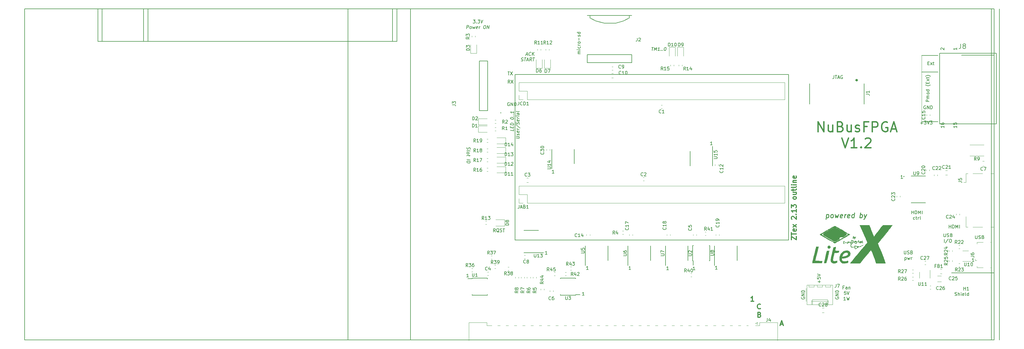
<source format=gbr>
G04 #@! TF.GenerationSoftware,KiCad,Pcbnew,5.1.9+dfsg1-1~bpo10+1*
G04 #@! TF.CreationDate,2022-11-13T14:05:17+01:00*
G04 #@! TF.ProjectId,nubus-to-ztex,6e756275-732d-4746-9f2d-7a7465782e6b,rev?*
G04 #@! TF.SameCoordinates,Original*
G04 #@! TF.FileFunction,Legend,Top*
G04 #@! TF.FilePolarity,Positive*
%FSLAX46Y46*%
G04 Gerber Fmt 4.6, Leading zero omitted, Abs format (unit mm)*
G04 Created by KiCad (PCBNEW 5.1.9+dfsg1-1~bpo10+1) date 2022-11-13 14:05:17*
%MOMM*%
%LPD*%
G01*
G04 APERTURE LIST*
%ADD10C,0.250000*%
%ADD11C,0.200000*%
%ADD12C,0.100000*%
%ADD13C,0.150000*%
%ADD14C,0.300000*%
%ADD15C,0.450000*%
%ADD16C,0.120000*%
%ADD17C,0.010000*%
%ADD18C,0.609600*%
%ADD19C,0.127000*%
G04 APERTURE END LIST*
D10*
X222877276Y-66618571D02*
X222689776Y-68118571D01*
X222868348Y-66690000D02*
X223020133Y-66618571D01*
X223305848Y-66618571D01*
X223439776Y-66690000D01*
X223502276Y-66761428D01*
X223555848Y-66904285D01*
X223502276Y-67332857D01*
X223412991Y-67475714D01*
X223332633Y-67547142D01*
X223180848Y-67618571D01*
X222895133Y-67618571D01*
X222761205Y-67547142D01*
X224323705Y-67618571D02*
X224189776Y-67547142D01*
X224127276Y-67475714D01*
X224073705Y-67332857D01*
X224127276Y-66904285D01*
X224216562Y-66761428D01*
X224296919Y-66690000D01*
X224448705Y-66618571D01*
X224662991Y-66618571D01*
X224796919Y-66690000D01*
X224859419Y-66761428D01*
X224912991Y-66904285D01*
X224859419Y-67332857D01*
X224770133Y-67475714D01*
X224689776Y-67547142D01*
X224537991Y-67618571D01*
X224323705Y-67618571D01*
X225448705Y-66618571D02*
X225609419Y-67618571D01*
X225984419Y-66904285D01*
X226180848Y-67618571D01*
X226591562Y-66618571D01*
X227618348Y-67547142D02*
X227466562Y-67618571D01*
X227180848Y-67618571D01*
X227046919Y-67547142D01*
X226993348Y-67404285D01*
X227064776Y-66832857D01*
X227154062Y-66690000D01*
X227305848Y-66618571D01*
X227591562Y-66618571D01*
X227725491Y-66690000D01*
X227779062Y-66832857D01*
X227761205Y-66975714D01*
X227029062Y-67118571D01*
X228323705Y-67618571D02*
X228448705Y-66618571D01*
X228412991Y-66904285D02*
X228502276Y-66761428D01*
X228582633Y-66690000D01*
X228734419Y-66618571D01*
X228877276Y-66618571D01*
X229832633Y-67547142D02*
X229680848Y-67618571D01*
X229395133Y-67618571D01*
X229261205Y-67547142D01*
X229207633Y-67404285D01*
X229279062Y-66832857D01*
X229368348Y-66690000D01*
X229520133Y-66618571D01*
X229805848Y-66618571D01*
X229939776Y-66690000D01*
X229993348Y-66832857D01*
X229975491Y-66975714D01*
X229243348Y-67118571D01*
X231180848Y-67618571D02*
X231368348Y-66118571D01*
X231189776Y-67547142D02*
X231037991Y-67618571D01*
X230752276Y-67618571D01*
X230618348Y-67547142D01*
X230555848Y-67475714D01*
X230502276Y-67332857D01*
X230555848Y-66904285D01*
X230645133Y-66761428D01*
X230725491Y-66690000D01*
X230877276Y-66618571D01*
X231162991Y-66618571D01*
X231296919Y-66690000D01*
X233037991Y-67618571D02*
X233225491Y-66118571D01*
X233154062Y-66690000D02*
X233305848Y-66618571D01*
X233591562Y-66618571D01*
X233725491Y-66690000D01*
X233787991Y-66761428D01*
X233841562Y-66904285D01*
X233787991Y-67332857D01*
X233698705Y-67475714D01*
X233618348Y-67547142D01*
X233466562Y-67618571D01*
X233180848Y-67618571D01*
X233046919Y-67547142D01*
X234377276Y-66618571D02*
X234609419Y-67618571D01*
X235091562Y-66618571D02*
X234609419Y-67618571D01*
X234421919Y-67975714D01*
X234341562Y-68047142D01*
X234189776Y-68118571D01*
D11*
X187885714Y-45252380D02*
X187314285Y-45252380D01*
X187600000Y-45252380D02*
X187600000Y-44252380D01*
X187504761Y-44395238D01*
X187409523Y-44490476D01*
X187314285Y-44538095D01*
X139435714Y-53952380D02*
X138864285Y-53952380D01*
X139150000Y-53952380D02*
X139150000Y-52952380D01*
X139054761Y-53095238D01*
X138959523Y-53190476D01*
X138864285Y-53238095D01*
X137335714Y-78852380D02*
X136764285Y-78852380D01*
X137050000Y-78852380D02*
X137050000Y-77852380D01*
X136954761Y-77995238D01*
X136859523Y-78090476D01*
X136764285Y-78138095D01*
X262130952Y-91474761D02*
X262273809Y-91522380D01*
X262511904Y-91522380D01*
X262607142Y-91474761D01*
X262654761Y-91427142D01*
X262702380Y-91331904D01*
X262702380Y-91236666D01*
X262654761Y-91141428D01*
X262607142Y-91093809D01*
X262511904Y-91046190D01*
X262321428Y-90998571D01*
X262226190Y-90950952D01*
X262178571Y-90903333D01*
X262130952Y-90808095D01*
X262130952Y-90712857D01*
X262178571Y-90617619D01*
X262226190Y-90570000D01*
X262321428Y-90522380D01*
X262559523Y-90522380D01*
X262702380Y-90570000D01*
X263130952Y-91522380D02*
X263130952Y-90522380D01*
X263559523Y-91522380D02*
X263559523Y-90998571D01*
X263511904Y-90903333D01*
X263416666Y-90855714D01*
X263273809Y-90855714D01*
X263178571Y-90903333D01*
X263130952Y-90950952D01*
X264035714Y-91522380D02*
X264035714Y-90855714D01*
X264035714Y-90522380D02*
X263988095Y-90570000D01*
X264035714Y-90617619D01*
X264083333Y-90570000D01*
X264035714Y-90522380D01*
X264035714Y-90617619D01*
X264892857Y-91474761D02*
X264797619Y-91522380D01*
X264607142Y-91522380D01*
X264511904Y-91474761D01*
X264464285Y-91379523D01*
X264464285Y-90998571D01*
X264511904Y-90903333D01*
X264607142Y-90855714D01*
X264797619Y-90855714D01*
X264892857Y-90903333D01*
X264940476Y-90998571D01*
X264940476Y-91093809D01*
X264464285Y-91189047D01*
X265511904Y-91522380D02*
X265416666Y-91474761D01*
X265369047Y-91379523D01*
X265369047Y-90522380D01*
X266321428Y-91522380D02*
X266321428Y-90522380D01*
X266321428Y-91474761D02*
X266226190Y-91522380D01*
X266035714Y-91522380D01*
X265940476Y-91474761D01*
X265892857Y-91427142D01*
X265845238Y-91331904D01*
X265845238Y-91046190D01*
X265892857Y-90950952D01*
X265940476Y-90903333D01*
X266035714Y-90855714D01*
X266226190Y-90855714D01*
X266321428Y-90903333D01*
D12*
X252000000Y-38160000D02*
X252000000Y-17840000D01*
D11*
X253845238Y-20208571D02*
X254178571Y-20208571D01*
X254321428Y-20732380D02*
X253845238Y-20732380D01*
X253845238Y-19732380D01*
X254321428Y-19732380D01*
X254654761Y-20732380D02*
X255178571Y-20065714D01*
X254654761Y-20065714D02*
X255178571Y-20732380D01*
X255416666Y-20065714D02*
X255797619Y-20065714D01*
X255559523Y-19732380D02*
X255559523Y-20589523D01*
X255607142Y-20684761D01*
X255702380Y-20732380D01*
X255797619Y-20732380D01*
X254282380Y-32003809D02*
X253282380Y-32003809D01*
X253282380Y-31622857D01*
X253330000Y-31527619D01*
X253377619Y-31480000D01*
X253472857Y-31432380D01*
X253615714Y-31432380D01*
X253710952Y-31480000D01*
X253758571Y-31527619D01*
X253806190Y-31622857D01*
X253806190Y-32003809D01*
X254282380Y-31003809D02*
X253615714Y-31003809D01*
X253710952Y-31003809D02*
X253663333Y-30956190D01*
X253615714Y-30860952D01*
X253615714Y-30718095D01*
X253663333Y-30622857D01*
X253758571Y-30575238D01*
X254282380Y-30575238D01*
X253758571Y-30575238D02*
X253663333Y-30527619D01*
X253615714Y-30432380D01*
X253615714Y-30289523D01*
X253663333Y-30194285D01*
X253758571Y-30146666D01*
X254282380Y-30146666D01*
X254282380Y-29527619D02*
X254234761Y-29622857D01*
X254187142Y-29670476D01*
X254091904Y-29718095D01*
X253806190Y-29718095D01*
X253710952Y-29670476D01*
X253663333Y-29622857D01*
X253615714Y-29527619D01*
X253615714Y-29384761D01*
X253663333Y-29289523D01*
X253710952Y-29241904D01*
X253806190Y-29194285D01*
X254091904Y-29194285D01*
X254187142Y-29241904D01*
X254234761Y-29289523D01*
X254282380Y-29384761D01*
X254282380Y-29527619D01*
X254282380Y-28337142D02*
X253282380Y-28337142D01*
X254234761Y-28337142D02*
X254282380Y-28432380D01*
X254282380Y-28622857D01*
X254234761Y-28718095D01*
X254187142Y-28765714D01*
X254091904Y-28813333D01*
X253806190Y-28813333D01*
X253710952Y-28765714D01*
X253663333Y-28718095D01*
X253615714Y-28622857D01*
X253615714Y-28432380D01*
X253663333Y-28337142D01*
X254663333Y-26813333D02*
X254615714Y-26860952D01*
X254472857Y-26956190D01*
X254377619Y-27003809D01*
X254234761Y-27051428D01*
X253996666Y-27099047D01*
X253806190Y-27099047D01*
X253568095Y-27051428D01*
X253425238Y-27003809D01*
X253330000Y-26956190D01*
X253187142Y-26860952D01*
X253139523Y-26813333D01*
X253758571Y-26432380D02*
X253758571Y-26099047D01*
X254282380Y-25956190D02*
X254282380Y-26432380D01*
X253282380Y-26432380D01*
X253282380Y-25956190D01*
X254282380Y-25622857D02*
X253615714Y-25099047D01*
X253615714Y-25622857D02*
X254282380Y-25099047D01*
X253615714Y-24860952D02*
X253615714Y-24480000D01*
X253282380Y-24718095D02*
X254139523Y-24718095D01*
X254234761Y-24670476D01*
X254282380Y-24575238D01*
X254282380Y-24480000D01*
X254663333Y-24241904D02*
X254615714Y-24194285D01*
X254472857Y-24099047D01*
X254377619Y-24051428D01*
X254234761Y-24003809D01*
X253996666Y-23956190D01*
X253806190Y-23956190D01*
X253568095Y-24003809D01*
X253425238Y-24051428D01*
X253330000Y-24099047D01*
X253187142Y-24194285D01*
X253139523Y-24241904D01*
D13*
X257000000Y-17840000D02*
X252000000Y-17840000D01*
X257000000Y-38160000D02*
X252000000Y-38160000D01*
X257000000Y-22920000D02*
X252000000Y-22920000D01*
D11*
X127102380Y-40433095D02*
X127102380Y-40909285D01*
X126102380Y-40784285D01*
X126578571Y-40034285D02*
X126578571Y-39700952D01*
X127102380Y-39623571D02*
X127102380Y-40099761D01*
X126102380Y-39974761D01*
X126102380Y-39498571D01*
X127102380Y-39195000D02*
X126102380Y-39070000D01*
X126102380Y-38831904D01*
X126150000Y-38695000D01*
X126245238Y-38611666D01*
X126340476Y-38575952D01*
X126530952Y-38552142D01*
X126673809Y-38570000D01*
X126864285Y-38641428D01*
X126959523Y-38700952D01*
X127054761Y-38808095D01*
X127102380Y-38956904D01*
X127102380Y-39195000D01*
X126102380Y-37117619D02*
X126102380Y-37022380D01*
X126150000Y-36933095D01*
X126197619Y-36891428D01*
X126292857Y-36855714D01*
X126483333Y-36831904D01*
X126721428Y-36861666D01*
X126911904Y-36933095D01*
X127007142Y-36992619D01*
X127054761Y-37046190D01*
X127102380Y-37147380D01*
X127102380Y-37242619D01*
X127054761Y-37331904D01*
X127007142Y-37373571D01*
X126911904Y-37409285D01*
X126721428Y-37433095D01*
X126483333Y-37403333D01*
X126292857Y-37331904D01*
X126197619Y-37272380D01*
X126150000Y-37218809D01*
X126102380Y-37117619D01*
X127007142Y-36468809D02*
X127054761Y-36427142D01*
X127102380Y-36480714D01*
X127054761Y-36522380D01*
X127007142Y-36468809D01*
X127102380Y-36480714D01*
X127007142Y-35992619D02*
X127054761Y-35950952D01*
X127102380Y-36004523D01*
X127054761Y-36046190D01*
X127007142Y-35992619D01*
X127102380Y-36004523D01*
X127102380Y-35004523D02*
X127102380Y-35575952D01*
X127102380Y-35290238D02*
X126102380Y-35165238D01*
X126245238Y-35278333D01*
X126340476Y-35385476D01*
X126388095Y-35486666D01*
X127802380Y-43165238D02*
X128611904Y-43266428D01*
X128707142Y-43230714D01*
X128754761Y-43189047D01*
X128802380Y-43099761D01*
X128802380Y-42909285D01*
X128754761Y-42808095D01*
X128707142Y-42754523D01*
X128611904Y-42695000D01*
X127802380Y-42593809D01*
X128754761Y-42284285D02*
X128802380Y-42195000D01*
X128802380Y-42004523D01*
X128754761Y-41903333D01*
X128659523Y-41843809D01*
X128611904Y-41837857D01*
X128516666Y-41873571D01*
X128469047Y-41962857D01*
X128469047Y-42105714D01*
X128421428Y-42195000D01*
X128326190Y-42230714D01*
X128278571Y-42224761D01*
X128183333Y-42165238D01*
X128135714Y-42064047D01*
X128135714Y-41921190D01*
X128183333Y-41831904D01*
X128754761Y-41046190D02*
X128802380Y-41147380D01*
X128802380Y-41337857D01*
X128754761Y-41427142D01*
X128659523Y-41462857D01*
X128278571Y-41415238D01*
X128183333Y-41355714D01*
X128135714Y-41254523D01*
X128135714Y-41064047D01*
X128183333Y-40974761D01*
X128278571Y-40939047D01*
X128373809Y-40950952D01*
X128469047Y-41439047D01*
X128802380Y-40575952D02*
X128135714Y-40492619D01*
X128326190Y-40516428D02*
X128230952Y-40456904D01*
X128183333Y-40403333D01*
X128135714Y-40302142D01*
X128135714Y-40206904D01*
X127754761Y-39111666D02*
X129040476Y-40129523D01*
X128754761Y-38950952D02*
X128802380Y-38814047D01*
X128802380Y-38575952D01*
X128754761Y-38474761D01*
X128707142Y-38421190D01*
X128611904Y-38361666D01*
X128516666Y-38349761D01*
X128421428Y-38385476D01*
X128373809Y-38427142D01*
X128326190Y-38516428D01*
X128278571Y-38700952D01*
X128230952Y-38790238D01*
X128183333Y-38831904D01*
X128088095Y-38867619D01*
X127992857Y-38855714D01*
X127897619Y-38796190D01*
X127850000Y-38742619D01*
X127802380Y-38641428D01*
X127802380Y-38403333D01*
X127850000Y-38266428D01*
X128754761Y-37570000D02*
X128802380Y-37671190D01*
X128802380Y-37861666D01*
X128754761Y-37950952D01*
X128659523Y-37986666D01*
X128278571Y-37939047D01*
X128183333Y-37879523D01*
X128135714Y-37778333D01*
X128135714Y-37587857D01*
X128183333Y-37498571D01*
X128278571Y-37462857D01*
X128373809Y-37474761D01*
X128469047Y-37962857D01*
X128802380Y-37099761D02*
X128135714Y-37016428D01*
X128326190Y-37040238D02*
X128230952Y-36980714D01*
X128183333Y-36927142D01*
X128135714Y-36825952D01*
X128135714Y-36730714D01*
X128802380Y-36480714D02*
X128135714Y-36397380D01*
X127802380Y-36355714D02*
X127850000Y-36409285D01*
X127897619Y-36367619D01*
X127850000Y-36314047D01*
X127802380Y-36355714D01*
X127897619Y-36367619D01*
X128802380Y-35575952D02*
X128278571Y-35510476D01*
X128183333Y-35546190D01*
X128135714Y-35635476D01*
X128135714Y-35825952D01*
X128183333Y-35927142D01*
X128754761Y-35570000D02*
X128802380Y-35671190D01*
X128802380Y-35909285D01*
X128754761Y-35998571D01*
X128659523Y-36034285D01*
X128564285Y-36022380D01*
X128469047Y-35962857D01*
X128421428Y-35861666D01*
X128421428Y-35623571D01*
X128373809Y-35522380D01*
X128802380Y-34956904D02*
X128754761Y-35046190D01*
X128659523Y-35081904D01*
X127802380Y-34974761D01*
X251588095Y-38541428D02*
X252350000Y-38541428D01*
X251969047Y-38922380D02*
X251969047Y-38160476D01*
X252730952Y-37922380D02*
X253350000Y-37922380D01*
X253016666Y-38303333D01*
X253159523Y-38303333D01*
X253254761Y-38350952D01*
X253302380Y-38398571D01*
X253350000Y-38493809D01*
X253350000Y-38731904D01*
X253302380Y-38827142D01*
X253254761Y-38874761D01*
X253159523Y-38922380D01*
X252873809Y-38922380D01*
X252778571Y-38874761D01*
X252730952Y-38827142D01*
X253635714Y-37922380D02*
X253969047Y-38922380D01*
X254302380Y-37922380D01*
X254540476Y-37922380D02*
X255159523Y-37922380D01*
X254826190Y-38303333D01*
X254969047Y-38303333D01*
X255064285Y-38350952D01*
X255111904Y-38398571D01*
X255159523Y-38493809D01*
X255159523Y-38731904D01*
X255111904Y-38827142D01*
X255064285Y-38874761D01*
X254969047Y-38922380D01*
X254683333Y-38922380D01*
X254588095Y-38874761D01*
X254540476Y-38827142D01*
X253168095Y-33290000D02*
X253072857Y-33242380D01*
X252930000Y-33242380D01*
X252787142Y-33290000D01*
X252691904Y-33385238D01*
X252644285Y-33480476D01*
X252596666Y-33670952D01*
X252596666Y-33813809D01*
X252644285Y-34004285D01*
X252691904Y-34099523D01*
X252787142Y-34194761D01*
X252930000Y-34242380D01*
X253025238Y-34242380D01*
X253168095Y-34194761D01*
X253215714Y-34147142D01*
X253215714Y-33813809D01*
X253025238Y-33813809D01*
X253644285Y-34242380D02*
X253644285Y-33242380D01*
X254215714Y-34242380D01*
X254215714Y-33242380D01*
X254691904Y-34242380D02*
X254691904Y-33242380D01*
X254930000Y-33242380D01*
X255072857Y-33290000D01*
X255168095Y-33385238D01*
X255215714Y-33480476D01*
X255263333Y-33670952D01*
X255263333Y-33813809D01*
X255215714Y-34004285D01*
X255168095Y-34099523D01*
X255072857Y-34194761D01*
X254930000Y-34242380D01*
X254691904Y-34242380D01*
X121478571Y-71972380D02*
X121145238Y-71496190D01*
X120907142Y-71972380D02*
X120907142Y-70972380D01*
X121288095Y-70972380D01*
X121383333Y-71020000D01*
X121430952Y-71067619D01*
X121478571Y-71162857D01*
X121478571Y-71305714D01*
X121430952Y-71400952D01*
X121383333Y-71448571D01*
X121288095Y-71496190D01*
X120907142Y-71496190D01*
X122573809Y-72067619D02*
X122478571Y-72020000D01*
X122383333Y-71924761D01*
X122240476Y-71781904D01*
X122145238Y-71734285D01*
X122050000Y-71734285D01*
X122097619Y-71972380D02*
X122002380Y-71924761D01*
X121907142Y-71829523D01*
X121859523Y-71639047D01*
X121859523Y-71305714D01*
X121907142Y-71115238D01*
X122002380Y-71020000D01*
X122097619Y-70972380D01*
X122288095Y-70972380D01*
X122383333Y-71020000D01*
X122478571Y-71115238D01*
X122526190Y-71305714D01*
X122526190Y-71639047D01*
X122478571Y-71829523D01*
X122383333Y-71924761D01*
X122288095Y-71972380D01*
X122097619Y-71972380D01*
X122907142Y-71924761D02*
X123050000Y-71972380D01*
X123288095Y-71972380D01*
X123383333Y-71924761D01*
X123430952Y-71877142D01*
X123478571Y-71781904D01*
X123478571Y-71686666D01*
X123430952Y-71591428D01*
X123383333Y-71543809D01*
X123288095Y-71496190D01*
X123097619Y-71448571D01*
X123002380Y-71400952D01*
X122954761Y-71353333D01*
X122907142Y-71258095D01*
X122907142Y-71162857D01*
X122954761Y-71067619D01*
X123002380Y-71020000D01*
X123097619Y-70972380D01*
X123335714Y-70972380D01*
X123478571Y-71020000D01*
X123764285Y-70972380D02*
X124335714Y-70972380D01*
X124050000Y-71972380D02*
X124050000Y-70972380D01*
X130875000Y-17556666D02*
X131351190Y-17556666D01*
X130744047Y-17842380D02*
X131202380Y-16842380D01*
X131410714Y-17842380D01*
X132327380Y-17747142D02*
X132273809Y-17794761D01*
X132125000Y-17842380D01*
X132029761Y-17842380D01*
X131892857Y-17794761D01*
X131809523Y-17699523D01*
X131773809Y-17604285D01*
X131750000Y-17413809D01*
X131767857Y-17270952D01*
X131839285Y-17080476D01*
X131898809Y-16985238D01*
X132005952Y-16890000D01*
X132154761Y-16842380D01*
X132250000Y-16842380D01*
X132386904Y-16890000D01*
X132428571Y-16937619D01*
X132744047Y-17842380D02*
X132869047Y-16842380D01*
X133315476Y-17842380D02*
X132958333Y-17270952D01*
X133440476Y-16842380D02*
X132797619Y-17413809D01*
X129369047Y-19494761D02*
X129505952Y-19542380D01*
X129744047Y-19542380D01*
X129845238Y-19494761D01*
X129898809Y-19447142D01*
X129958333Y-19351904D01*
X129970238Y-19256666D01*
X129934523Y-19161428D01*
X129892857Y-19113809D01*
X129803571Y-19066190D01*
X129619047Y-19018571D01*
X129529761Y-18970952D01*
X129488095Y-18923333D01*
X129452380Y-18828095D01*
X129464285Y-18732857D01*
X129523809Y-18637619D01*
X129577380Y-18590000D01*
X129678571Y-18542380D01*
X129916666Y-18542380D01*
X130053571Y-18590000D01*
X130345238Y-18542380D02*
X130916666Y-18542380D01*
X130505952Y-19542380D02*
X130630952Y-18542380D01*
X131113095Y-19256666D02*
X131589285Y-19256666D01*
X130982142Y-19542380D02*
X131440476Y-18542380D01*
X131648809Y-19542380D01*
X132553571Y-19542380D02*
X132279761Y-19066190D01*
X131982142Y-19542380D02*
X132107142Y-18542380D01*
X132488095Y-18542380D01*
X132577380Y-18590000D01*
X132619047Y-18637619D01*
X132654761Y-18732857D01*
X132636904Y-18875714D01*
X132577380Y-18970952D01*
X132523809Y-19018571D01*
X132422619Y-19066190D01*
X132041666Y-19066190D01*
X132964285Y-18542380D02*
X133535714Y-18542380D01*
X133125000Y-19542380D02*
X133250000Y-18542380D01*
X169324285Y-15332380D02*
X169895714Y-15332380D01*
X169485000Y-16332380D02*
X169610000Y-15332380D01*
X170104047Y-16332380D02*
X170229047Y-15332380D01*
X170473095Y-16046666D01*
X170895714Y-15332380D01*
X170770714Y-16332380D01*
X171770714Y-16332380D02*
X171199285Y-16332380D01*
X171485000Y-16332380D02*
X171610000Y-15332380D01*
X171496904Y-15475238D01*
X171389761Y-15570476D01*
X171288571Y-15618095D01*
X172211190Y-16237142D02*
X172252857Y-16284761D01*
X172199285Y-16332380D01*
X172157619Y-16284761D01*
X172211190Y-16237142D01*
X172199285Y-16332380D01*
X172687380Y-16237142D02*
X172729047Y-16284761D01*
X172675476Y-16332380D01*
X172633809Y-16284761D01*
X172687380Y-16237142D01*
X172675476Y-16332380D01*
X173467142Y-15332380D02*
X173562380Y-15332380D01*
X173651666Y-15380000D01*
X173693333Y-15427619D01*
X173729047Y-15522857D01*
X173752857Y-15713333D01*
X173723095Y-15951428D01*
X173651666Y-16141904D01*
X173592142Y-16237142D01*
X173538571Y-16284761D01*
X173437380Y-16332380D01*
X173342142Y-16332380D01*
X173252857Y-16284761D01*
X173211190Y-16237142D01*
X173175476Y-16141904D01*
X173151666Y-15951428D01*
X173181428Y-15713333D01*
X173252857Y-15522857D01*
X173312380Y-15427619D01*
X173365952Y-15380000D01*
X173467142Y-15332380D01*
X147462380Y-17353333D02*
X146795714Y-17353333D01*
X146890952Y-17353333D02*
X146843333Y-17305714D01*
X146795714Y-17210476D01*
X146795714Y-17067619D01*
X146843333Y-16972380D01*
X146938571Y-16924761D01*
X147462380Y-16924761D01*
X146938571Y-16924761D02*
X146843333Y-16877142D01*
X146795714Y-16781904D01*
X146795714Y-16639047D01*
X146843333Y-16543809D01*
X146938571Y-16496190D01*
X147462380Y-16496190D01*
X147462380Y-16020000D02*
X146795714Y-16020000D01*
X146462380Y-16020000D02*
X146510000Y-16067619D01*
X146557619Y-16020000D01*
X146510000Y-15972380D01*
X146462380Y-16020000D01*
X146557619Y-16020000D01*
X147414761Y-15115238D02*
X147462380Y-15210476D01*
X147462380Y-15400952D01*
X147414761Y-15496190D01*
X147367142Y-15543809D01*
X147271904Y-15591428D01*
X146986190Y-15591428D01*
X146890952Y-15543809D01*
X146843333Y-15496190D01*
X146795714Y-15400952D01*
X146795714Y-15210476D01*
X146843333Y-15115238D01*
X147462380Y-14686666D02*
X146795714Y-14686666D01*
X146986190Y-14686666D02*
X146890952Y-14639047D01*
X146843333Y-14591428D01*
X146795714Y-14496190D01*
X146795714Y-14400952D01*
X147462380Y-13924761D02*
X147414761Y-14020000D01*
X147367142Y-14067619D01*
X147271904Y-14115238D01*
X146986190Y-14115238D01*
X146890952Y-14067619D01*
X146843333Y-14020000D01*
X146795714Y-13924761D01*
X146795714Y-13781904D01*
X146843333Y-13686666D01*
X146890952Y-13639047D01*
X146986190Y-13591428D01*
X147271904Y-13591428D01*
X147367142Y-13639047D01*
X147414761Y-13686666D01*
X147462380Y-13781904D01*
X147462380Y-13924761D01*
X147081428Y-13162857D02*
X147081428Y-12400952D01*
X147414761Y-11972380D02*
X147462380Y-11877142D01*
X147462380Y-11686666D01*
X147414761Y-11591428D01*
X147319523Y-11543809D01*
X147271904Y-11543809D01*
X147176666Y-11591428D01*
X147129047Y-11686666D01*
X147129047Y-11829523D01*
X147081428Y-11924761D01*
X146986190Y-11972380D01*
X146938571Y-11972380D01*
X146843333Y-11924761D01*
X146795714Y-11829523D01*
X146795714Y-11686666D01*
X146843333Y-11591428D01*
X147462380Y-10686666D02*
X146462380Y-10686666D01*
X147414761Y-10686666D02*
X147462380Y-10781904D01*
X147462380Y-10972380D01*
X147414761Y-11067619D01*
X147367142Y-11115238D01*
X147271904Y-11162857D01*
X146986190Y-11162857D01*
X146890952Y-11115238D01*
X146843333Y-11067619D01*
X146795714Y-10972380D01*
X146795714Y-10781904D01*
X146843333Y-10686666D01*
X114724761Y-6902380D02*
X115343809Y-6902380D01*
X114962857Y-7283333D01*
X115105714Y-7283333D01*
X115195000Y-7330952D01*
X115236666Y-7378571D01*
X115272380Y-7473809D01*
X115242619Y-7711904D01*
X115183095Y-7807142D01*
X115129523Y-7854761D01*
X115028333Y-7902380D01*
X114742619Y-7902380D01*
X114653333Y-7854761D01*
X114611666Y-7807142D01*
X115659285Y-7807142D02*
X115700952Y-7854761D01*
X115647380Y-7902380D01*
X115605714Y-7854761D01*
X115659285Y-7807142D01*
X115647380Y-7902380D01*
X116153333Y-6902380D02*
X116772380Y-6902380D01*
X116391428Y-7283333D01*
X116534285Y-7283333D01*
X116623571Y-7330952D01*
X116665238Y-7378571D01*
X116700952Y-7473809D01*
X116671190Y-7711904D01*
X116611666Y-7807142D01*
X116558095Y-7854761D01*
X116456904Y-7902380D01*
X116171190Y-7902380D01*
X116081904Y-7854761D01*
X116040238Y-7807142D01*
X117058095Y-6902380D02*
X117266428Y-7902380D01*
X117724761Y-6902380D01*
X112671190Y-9602380D02*
X112796190Y-8602380D01*
X113177142Y-8602380D01*
X113266428Y-8650000D01*
X113308095Y-8697619D01*
X113343809Y-8792857D01*
X113325952Y-8935714D01*
X113266428Y-9030952D01*
X113212857Y-9078571D01*
X113111666Y-9126190D01*
X112730714Y-9126190D01*
X113814047Y-9602380D02*
X113724761Y-9554761D01*
X113683095Y-9507142D01*
X113647380Y-9411904D01*
X113683095Y-9126190D01*
X113742619Y-9030952D01*
X113796190Y-8983333D01*
X113897380Y-8935714D01*
X114040238Y-8935714D01*
X114129523Y-8983333D01*
X114171190Y-9030952D01*
X114206904Y-9126190D01*
X114171190Y-9411904D01*
X114111666Y-9507142D01*
X114058095Y-9554761D01*
X113956904Y-9602380D01*
X113814047Y-9602380D01*
X114564047Y-8935714D02*
X114671190Y-9602380D01*
X114921190Y-9126190D01*
X115052142Y-9602380D01*
X115325952Y-8935714D01*
X116010476Y-9554761D02*
X115909285Y-9602380D01*
X115718809Y-9602380D01*
X115629523Y-9554761D01*
X115593809Y-9459523D01*
X115641428Y-9078571D01*
X115700952Y-8983333D01*
X115802142Y-8935714D01*
X115992619Y-8935714D01*
X116081904Y-8983333D01*
X116117619Y-9078571D01*
X116105714Y-9173809D01*
X115617619Y-9269047D01*
X116480714Y-9602380D02*
X116564047Y-8935714D01*
X116540238Y-9126190D02*
X116599761Y-9030952D01*
X116653333Y-8983333D01*
X116754523Y-8935714D01*
X116849761Y-8935714D01*
X118177142Y-8602380D02*
X118367619Y-8602380D01*
X118456904Y-8650000D01*
X118540238Y-8745238D01*
X118564047Y-8935714D01*
X118522380Y-9269047D01*
X118450952Y-9459523D01*
X118343809Y-9554761D01*
X118242619Y-9602380D01*
X118052142Y-9602380D01*
X117962857Y-9554761D01*
X117879523Y-9459523D01*
X117855714Y-9269047D01*
X117897380Y-8935714D01*
X117968809Y-8745238D01*
X118075952Y-8650000D01*
X118177142Y-8602380D01*
X118909285Y-9602380D02*
X119034285Y-8602380D01*
X119480714Y-9602380D01*
X119605714Y-8602380D01*
X182585714Y-83642380D02*
X182014285Y-83642380D01*
X182300000Y-83642380D02*
X182300000Y-82642380D01*
X182204761Y-82785238D01*
X182109523Y-82880476D01*
X182014285Y-82928095D01*
D14*
X208732857Y-100250000D02*
X209447142Y-100250000D01*
X208590000Y-100678571D02*
X209090000Y-99178571D01*
X209590000Y-100678571D01*
X202337142Y-97352857D02*
X202551428Y-97424285D01*
X202622857Y-97495714D01*
X202694285Y-97638571D01*
X202694285Y-97852857D01*
X202622857Y-97995714D01*
X202551428Y-98067142D01*
X202408571Y-98138571D01*
X201837142Y-98138571D01*
X201837142Y-96638571D01*
X202337142Y-96638571D01*
X202480000Y-96710000D01*
X202551428Y-96781428D01*
X202622857Y-96924285D01*
X202622857Y-97067142D01*
X202551428Y-97210000D01*
X202480000Y-97281428D01*
X202337142Y-97352857D01*
X201837142Y-97352857D01*
X202634285Y-95445714D02*
X202562857Y-95517142D01*
X202348571Y-95588571D01*
X202205714Y-95588571D01*
X201991428Y-95517142D01*
X201848571Y-95374285D01*
X201777142Y-95231428D01*
X201705714Y-94945714D01*
X201705714Y-94731428D01*
X201777142Y-94445714D01*
X201848571Y-94302857D01*
X201991428Y-94160000D01*
X202205714Y-94088571D01*
X202348571Y-94088571D01*
X202562857Y-94160000D01*
X202634285Y-94231428D01*
X200568571Y-93268571D02*
X199711428Y-93268571D01*
X200140000Y-93268571D02*
X200140000Y-91768571D01*
X199997142Y-91982857D01*
X199854285Y-92125714D01*
X199711428Y-92197142D01*
D11*
X113285714Y-85852380D02*
X112714285Y-85852380D01*
X113000000Y-85852380D02*
X113000000Y-84852380D01*
X112904761Y-84995238D01*
X112809523Y-85090476D01*
X112714285Y-85138095D01*
X148685714Y-91442380D02*
X148114285Y-91442380D01*
X148400000Y-91442380D02*
X148400000Y-90442380D01*
X148304761Y-90585238D01*
X148209523Y-90680476D01*
X148114285Y-90728095D01*
X189385714Y-83442380D02*
X188814285Y-83442380D01*
X189100000Y-83442380D02*
X189100000Y-82442380D01*
X189004761Y-82585238D01*
X188909523Y-82680476D01*
X188814285Y-82728095D01*
X112795238Y-45997142D02*
X112747619Y-46134047D01*
X112747619Y-46372142D01*
X112795238Y-46473333D01*
X112842857Y-46526904D01*
X112938095Y-46586428D01*
X113033333Y-46598333D01*
X113128571Y-46562619D01*
X113176190Y-46520952D01*
X113223809Y-46431666D01*
X113271428Y-46247142D01*
X113319047Y-46157857D01*
X113366666Y-46116190D01*
X113461904Y-46080476D01*
X113557142Y-46092380D01*
X113652380Y-46151904D01*
X113700000Y-46205476D01*
X113747619Y-46306666D01*
X113747619Y-46544761D01*
X113700000Y-46681666D01*
X112747619Y-47134047D02*
X112795238Y-47044761D01*
X112890476Y-47009047D01*
X113747619Y-47116190D01*
X112747619Y-47657857D02*
X112795238Y-47568571D01*
X112842857Y-47526904D01*
X112938095Y-47491190D01*
X113223809Y-47526904D01*
X113319047Y-47586428D01*
X113366666Y-47640000D01*
X113414285Y-47741190D01*
X113414285Y-47884047D01*
X113366666Y-47973333D01*
X113319047Y-48015000D01*
X113223809Y-48050714D01*
X112938095Y-48015000D01*
X112842857Y-47955476D01*
X112795238Y-47901904D01*
X112747619Y-47800714D01*
X112747619Y-47657857D01*
X113414285Y-48360238D02*
X113414285Y-48741190D01*
X113747619Y-48544761D02*
X112890476Y-48437619D01*
X112795238Y-48473333D01*
X112747619Y-48562619D01*
X112747619Y-48657857D01*
X112747619Y-49753095D02*
X113747619Y-49878095D01*
X112747619Y-50229285D02*
X113747619Y-50354285D01*
X113747619Y-50592380D01*
X113700000Y-50729285D01*
X113604761Y-50812619D01*
X113509523Y-50848333D01*
X113319047Y-50872142D01*
X113176190Y-50854285D01*
X112985714Y-50782857D01*
X112890476Y-50723333D01*
X112795238Y-50616190D01*
X112747619Y-50467380D01*
X112747619Y-50229285D01*
X275770000Y-105080000D02*
X275770000Y-3480000D01*
X274170000Y-84560000D02*
X261140000Y-84560000D01*
X246185714Y-55552380D02*
X245614285Y-55552380D01*
X245900000Y-55552380D02*
X245900000Y-54552380D01*
X245804761Y-54695238D01*
X245709523Y-54790476D01*
X245614285Y-54838095D01*
X268005714Y-81092380D02*
X267434285Y-81092380D01*
X267720000Y-81092380D02*
X267720000Y-80092380D01*
X267624761Y-80235238D01*
X267529523Y-80330476D01*
X267434285Y-80378095D01*
X174485714Y-83602380D02*
X173914285Y-83602380D01*
X174200000Y-83602380D02*
X174200000Y-82602380D01*
X174104761Y-82745238D01*
X174009523Y-82840476D01*
X173914285Y-82888095D01*
X162935714Y-83502380D02*
X162364285Y-83502380D01*
X162650000Y-83502380D02*
X162650000Y-82502380D01*
X162554761Y-82645238D01*
X162459523Y-82740476D01*
X162364285Y-82788095D01*
X149935714Y-83552380D02*
X149364285Y-83552380D01*
X149650000Y-83552380D02*
X149650000Y-82552380D01*
X149554761Y-82695238D01*
X149459523Y-82790476D01*
X149364285Y-82838095D01*
X220631428Y-87605714D02*
X220631428Y-86843809D01*
X221012380Y-87224761D02*
X220250476Y-87224761D01*
X220012380Y-85891428D02*
X220012380Y-86367619D01*
X220488571Y-86415238D01*
X220440952Y-86367619D01*
X220393333Y-86272380D01*
X220393333Y-86034285D01*
X220440952Y-85939047D01*
X220488571Y-85891428D01*
X220583809Y-85843809D01*
X220821904Y-85843809D01*
X220917142Y-85891428D01*
X220964761Y-85939047D01*
X221012380Y-86034285D01*
X221012380Y-86272380D01*
X220964761Y-86367619D01*
X220917142Y-86415238D01*
X220012380Y-85558095D02*
X221012380Y-85224761D01*
X220012380Y-84891428D01*
X225620000Y-92021904D02*
X225572380Y-92117142D01*
X225572380Y-92260000D01*
X225620000Y-92402857D01*
X225715238Y-92498095D01*
X225810476Y-92545714D01*
X226000952Y-92593333D01*
X226143809Y-92593333D01*
X226334285Y-92545714D01*
X226429523Y-92498095D01*
X226524761Y-92402857D01*
X226572380Y-92260000D01*
X226572380Y-92164761D01*
X226524761Y-92021904D01*
X226477142Y-91974285D01*
X226143809Y-91974285D01*
X226143809Y-92164761D01*
X226572380Y-91545714D02*
X225572380Y-91545714D01*
X226572380Y-90974285D01*
X225572380Y-90974285D01*
X226572380Y-90498095D02*
X225572380Y-90498095D01*
X225572380Y-90260000D01*
X225620000Y-90117142D01*
X225715238Y-90021904D01*
X225810476Y-89974285D01*
X226000952Y-89926666D01*
X226143809Y-89926666D01*
X226334285Y-89974285D01*
X226429523Y-90021904D01*
X226524761Y-90117142D01*
X226572380Y-90260000D01*
X226572380Y-90498095D01*
X215220000Y-92021904D02*
X215172380Y-92117142D01*
X215172380Y-92260000D01*
X215220000Y-92402857D01*
X215315238Y-92498095D01*
X215410476Y-92545714D01*
X215600952Y-92593333D01*
X215743809Y-92593333D01*
X215934285Y-92545714D01*
X216029523Y-92498095D01*
X216124761Y-92402857D01*
X216172380Y-92260000D01*
X216172380Y-92164761D01*
X216124761Y-92021904D01*
X216077142Y-91974285D01*
X215743809Y-91974285D01*
X215743809Y-92164761D01*
X216172380Y-91545714D02*
X215172380Y-91545714D01*
X216172380Y-90974285D01*
X215172380Y-90974285D01*
X216172380Y-90498095D02*
X215172380Y-90498095D01*
X215172380Y-90260000D01*
X215220000Y-90117142D01*
X215315238Y-90021904D01*
X215410476Y-89974285D01*
X215600952Y-89926666D01*
X215743809Y-89926666D01*
X215934285Y-89974285D01*
X216029523Y-90021904D01*
X216124761Y-90117142D01*
X216172380Y-90260000D01*
X216172380Y-90498095D01*
X228208095Y-89008571D02*
X227874761Y-89008571D01*
X227874761Y-89532380D02*
X227874761Y-88532380D01*
X228350952Y-88532380D01*
X229160476Y-89532380D02*
X229160476Y-89008571D01*
X229112857Y-88913333D01*
X229017619Y-88865714D01*
X228827142Y-88865714D01*
X228731904Y-88913333D01*
X229160476Y-89484761D02*
X229065238Y-89532380D01*
X228827142Y-89532380D01*
X228731904Y-89484761D01*
X228684285Y-89389523D01*
X228684285Y-89294285D01*
X228731904Y-89199047D01*
X228827142Y-89151428D01*
X229065238Y-89151428D01*
X229160476Y-89103809D01*
X229636666Y-88865714D02*
X229636666Y-89532380D01*
X229636666Y-88960952D02*
X229684285Y-88913333D01*
X229779523Y-88865714D01*
X229922380Y-88865714D01*
X230017619Y-88913333D01*
X230065238Y-89008571D01*
X230065238Y-89532380D01*
X228779523Y-90232380D02*
X228303333Y-90232380D01*
X228255714Y-90708571D01*
X228303333Y-90660952D01*
X228398571Y-90613333D01*
X228636666Y-90613333D01*
X228731904Y-90660952D01*
X228779523Y-90708571D01*
X228827142Y-90803809D01*
X228827142Y-91041904D01*
X228779523Y-91137142D01*
X228731904Y-91184761D01*
X228636666Y-91232380D01*
X228398571Y-91232380D01*
X228303333Y-91184761D01*
X228255714Y-91137142D01*
X229112857Y-90232380D02*
X229446190Y-91232380D01*
X229779523Y-90232380D01*
X228684285Y-92932380D02*
X228112857Y-92932380D01*
X228398571Y-92932380D02*
X228398571Y-91932380D01*
X228303333Y-92075238D01*
X228208095Y-92170476D01*
X228112857Y-92218095D01*
X229017619Y-91932380D02*
X229255714Y-92932380D01*
X229446190Y-92218095D01*
X229636666Y-92932380D01*
X229874761Y-91932380D01*
X211270000Y-74450000D02*
X211270000Y-23650000D01*
D15*
X220242857Y-41182142D02*
X220242857Y-38182142D01*
X221957142Y-41182142D01*
X221957142Y-38182142D01*
X224671428Y-39182142D02*
X224671428Y-41182142D01*
X223385714Y-39182142D02*
X223385714Y-40753571D01*
X223528571Y-41039285D01*
X223814285Y-41182142D01*
X224242857Y-41182142D01*
X224528571Y-41039285D01*
X224671428Y-40896428D01*
X227100000Y-39610714D02*
X227528571Y-39753571D01*
X227671428Y-39896428D01*
X227814285Y-40182142D01*
X227814285Y-40610714D01*
X227671428Y-40896428D01*
X227528571Y-41039285D01*
X227242857Y-41182142D01*
X226100000Y-41182142D01*
X226100000Y-38182142D01*
X227100000Y-38182142D01*
X227385714Y-38325000D01*
X227528571Y-38467857D01*
X227671428Y-38753571D01*
X227671428Y-39039285D01*
X227528571Y-39325000D01*
X227385714Y-39467857D01*
X227100000Y-39610714D01*
X226100000Y-39610714D01*
X230385714Y-39182142D02*
X230385714Y-41182142D01*
X229100000Y-39182142D02*
X229100000Y-40753571D01*
X229242857Y-41039285D01*
X229528571Y-41182142D01*
X229957142Y-41182142D01*
X230242857Y-41039285D01*
X230385714Y-40896428D01*
X231671428Y-41039285D02*
X231957142Y-41182142D01*
X232528571Y-41182142D01*
X232814285Y-41039285D01*
X232957142Y-40753571D01*
X232957142Y-40610714D01*
X232814285Y-40325000D01*
X232528571Y-40182142D01*
X232100000Y-40182142D01*
X231814285Y-40039285D01*
X231671428Y-39753571D01*
X231671428Y-39610714D01*
X231814285Y-39325000D01*
X232100000Y-39182142D01*
X232528571Y-39182142D01*
X232814285Y-39325000D01*
X235242857Y-39610714D02*
X234242857Y-39610714D01*
X234242857Y-41182142D02*
X234242857Y-38182142D01*
X235671428Y-38182142D01*
X236814285Y-41182142D02*
X236814285Y-38182142D01*
X237957142Y-38182142D01*
X238242857Y-38325000D01*
X238385714Y-38467857D01*
X238528571Y-38753571D01*
X238528571Y-39182142D01*
X238385714Y-39467857D01*
X238242857Y-39610714D01*
X237957142Y-39753571D01*
X236814285Y-39753571D01*
X241385714Y-38325000D02*
X241100000Y-38182142D01*
X240671428Y-38182142D01*
X240242857Y-38325000D01*
X239957142Y-38610714D01*
X239814285Y-38896428D01*
X239671428Y-39467857D01*
X239671428Y-39896428D01*
X239814285Y-40467857D01*
X239957142Y-40753571D01*
X240242857Y-41039285D01*
X240671428Y-41182142D01*
X240957142Y-41182142D01*
X241385714Y-41039285D01*
X241528571Y-40896428D01*
X241528571Y-39896428D01*
X240957142Y-39896428D01*
X242671428Y-40325000D02*
X244100000Y-40325000D01*
X242385714Y-41182142D02*
X243385714Y-38182142D01*
X244385714Y-41182142D01*
X227528571Y-43132142D02*
X228528571Y-46132142D01*
X229528571Y-43132142D01*
X232100000Y-46132142D02*
X230385714Y-46132142D01*
X231242857Y-46132142D02*
X231242857Y-43132142D01*
X230957142Y-43560714D01*
X230671428Y-43846428D01*
X230385714Y-43989285D01*
X233385714Y-45846428D02*
X233528571Y-45989285D01*
X233385714Y-46132142D01*
X233242857Y-45989285D01*
X233385714Y-45846428D01*
X233385714Y-46132142D01*
X234671428Y-43417857D02*
X234814285Y-43275000D01*
X235100000Y-43132142D01*
X235814285Y-43132142D01*
X236100000Y-43275000D01*
X236242857Y-43417857D01*
X236385714Y-43703571D01*
X236385714Y-43989285D01*
X236242857Y-44417857D01*
X234528571Y-46132142D01*
X236385714Y-46132142D01*
D11*
X268418095Y-73072380D02*
X268418095Y-73881904D01*
X268465714Y-73977142D01*
X268513333Y-74024761D01*
X268608571Y-74072380D01*
X268799047Y-74072380D01*
X268894285Y-74024761D01*
X268941904Y-73977142D01*
X268989523Y-73881904D01*
X268989523Y-73072380D01*
X269418095Y-74024761D02*
X269560952Y-74072380D01*
X269799047Y-74072380D01*
X269894285Y-74024761D01*
X269941904Y-73977142D01*
X269989523Y-73881904D01*
X269989523Y-73786666D01*
X269941904Y-73691428D01*
X269894285Y-73643809D01*
X269799047Y-73596190D01*
X269608571Y-73548571D01*
X269513333Y-73500952D01*
X269465714Y-73453333D01*
X269418095Y-73358095D01*
X269418095Y-73262857D01*
X269465714Y-73167619D01*
X269513333Y-73120000D01*
X269608571Y-73072380D01*
X269846666Y-73072380D01*
X269989523Y-73120000D01*
X270751428Y-73548571D02*
X270894285Y-73596190D01*
X270941904Y-73643809D01*
X270989523Y-73739047D01*
X270989523Y-73881904D01*
X270941904Y-73977142D01*
X270894285Y-74024761D01*
X270799047Y-74072380D01*
X270418095Y-74072380D01*
X270418095Y-73072380D01*
X270751428Y-73072380D01*
X270846666Y-73120000D01*
X270894285Y-73167619D01*
X270941904Y-73262857D01*
X270941904Y-73358095D01*
X270894285Y-73453333D01*
X270846666Y-73500952D01*
X270751428Y-73548571D01*
X270418095Y-73548571D01*
X260344761Y-70842380D02*
X260344761Y-69842380D01*
X260344761Y-70318571D02*
X260916190Y-70318571D01*
X260916190Y-70842380D02*
X260916190Y-69842380D01*
X261392380Y-70842380D02*
X261392380Y-69842380D01*
X261630476Y-69842380D01*
X261773333Y-69890000D01*
X261868571Y-69985238D01*
X261916190Y-70080476D01*
X261963809Y-70270952D01*
X261963809Y-70413809D01*
X261916190Y-70604285D01*
X261868571Y-70699523D01*
X261773333Y-70794761D01*
X261630476Y-70842380D01*
X261392380Y-70842380D01*
X262392380Y-70842380D02*
X262392380Y-69842380D01*
X262725714Y-70556666D01*
X263059047Y-69842380D01*
X263059047Y-70842380D01*
X263535238Y-70842380D02*
X263535238Y-69842380D01*
D14*
X212098571Y-74361428D02*
X212098571Y-73361428D01*
X213598571Y-74361428D01*
X213598571Y-73361428D01*
X212098571Y-73004285D02*
X212098571Y-72147142D01*
X213598571Y-72575714D02*
X212098571Y-72575714D01*
X213527142Y-71075714D02*
X213598571Y-71218571D01*
X213598571Y-71504285D01*
X213527142Y-71647142D01*
X213384285Y-71718571D01*
X212812857Y-71718571D01*
X212670000Y-71647142D01*
X212598571Y-71504285D01*
X212598571Y-71218571D01*
X212670000Y-71075714D01*
X212812857Y-71004285D01*
X212955714Y-71004285D01*
X213098571Y-71718571D01*
X213598571Y-70504285D02*
X212598571Y-69718571D01*
X212598571Y-70504285D02*
X213598571Y-69718571D01*
X212241428Y-68075714D02*
X212170000Y-68004285D01*
X212098571Y-67861428D01*
X212098571Y-67504285D01*
X212170000Y-67361428D01*
X212241428Y-67290000D01*
X212384285Y-67218571D01*
X212527142Y-67218571D01*
X212741428Y-67290000D01*
X213598571Y-68147142D01*
X213598571Y-67218571D01*
X213455714Y-66575714D02*
X213527142Y-66504285D01*
X213598571Y-66575714D01*
X213527142Y-66647142D01*
X213455714Y-66575714D01*
X213598571Y-66575714D01*
X213598571Y-65075714D02*
X213598571Y-65932857D01*
X213598571Y-65504285D02*
X212098571Y-65504285D01*
X212312857Y-65647142D01*
X212455714Y-65790000D01*
X212527142Y-65932857D01*
X212098571Y-64575714D02*
X212098571Y-63647142D01*
X212670000Y-64147142D01*
X212670000Y-63932857D01*
X212741428Y-63790000D01*
X212812857Y-63718571D01*
X212955714Y-63647142D01*
X213312857Y-63647142D01*
X213455714Y-63718571D01*
X213527142Y-63790000D01*
X213598571Y-63932857D01*
X213598571Y-64361428D01*
X213527142Y-64504285D01*
X213455714Y-64575714D01*
X213598571Y-61647142D02*
X213527142Y-61790000D01*
X213455714Y-61861428D01*
X213312857Y-61932857D01*
X212884285Y-61932857D01*
X212741428Y-61861428D01*
X212670000Y-61790000D01*
X212598571Y-61647142D01*
X212598571Y-61432857D01*
X212670000Y-61290000D01*
X212741428Y-61218571D01*
X212884285Y-61147142D01*
X213312857Y-61147142D01*
X213455714Y-61218571D01*
X213527142Y-61290000D01*
X213598571Y-61432857D01*
X213598571Y-61647142D01*
X212598571Y-59861428D02*
X213598571Y-59861428D01*
X212598571Y-60504285D02*
X213384285Y-60504285D01*
X213527142Y-60432857D01*
X213598571Y-60290000D01*
X213598571Y-60075714D01*
X213527142Y-59932857D01*
X213455714Y-59861428D01*
X212598571Y-59361428D02*
X212598571Y-58790000D01*
X212098571Y-59147142D02*
X213384285Y-59147142D01*
X213527142Y-59075714D01*
X213598571Y-58932857D01*
X213598571Y-58790000D01*
X213598571Y-58075714D02*
X213527142Y-58218571D01*
X213384285Y-58290000D01*
X212098571Y-58290000D01*
X213598571Y-57504285D02*
X212598571Y-57504285D01*
X212098571Y-57504285D02*
X212170000Y-57575714D01*
X212241428Y-57504285D01*
X212170000Y-57432857D01*
X212098571Y-57504285D01*
X212241428Y-57504285D01*
X212598571Y-56790000D02*
X213598571Y-56790000D01*
X212741428Y-56790000D02*
X212670000Y-56718571D01*
X212598571Y-56575714D01*
X212598571Y-56361428D01*
X212670000Y-56218571D01*
X212812857Y-56147142D01*
X213598571Y-56147142D01*
X213527142Y-54861428D02*
X213598571Y-55004285D01*
X213598571Y-55290000D01*
X213527142Y-55432857D01*
X213384285Y-55504285D01*
X212812857Y-55504285D01*
X212670000Y-55432857D01*
X212598571Y-55290000D01*
X212598571Y-55004285D01*
X212670000Y-54861428D01*
X212812857Y-54790000D01*
X212955714Y-54790000D01*
X213098571Y-55504285D01*
D11*
X246598095Y-77762380D02*
X246598095Y-78571904D01*
X246645714Y-78667142D01*
X246693333Y-78714761D01*
X246788571Y-78762380D01*
X246979047Y-78762380D01*
X247074285Y-78714761D01*
X247121904Y-78667142D01*
X247169523Y-78571904D01*
X247169523Y-77762380D01*
X247598095Y-78714761D02*
X247740952Y-78762380D01*
X247979047Y-78762380D01*
X248074285Y-78714761D01*
X248121904Y-78667142D01*
X248169523Y-78571904D01*
X248169523Y-78476666D01*
X248121904Y-78381428D01*
X248074285Y-78333809D01*
X247979047Y-78286190D01*
X247788571Y-78238571D01*
X247693333Y-78190952D01*
X247645714Y-78143333D01*
X247598095Y-78048095D01*
X247598095Y-77952857D01*
X247645714Y-77857619D01*
X247693333Y-77810000D01*
X247788571Y-77762380D01*
X248026666Y-77762380D01*
X248169523Y-77810000D01*
X248931428Y-78238571D02*
X249074285Y-78286190D01*
X249121904Y-78333809D01*
X249169523Y-78429047D01*
X249169523Y-78571904D01*
X249121904Y-78667142D01*
X249074285Y-78714761D01*
X248979047Y-78762380D01*
X248598095Y-78762380D01*
X248598095Y-77762380D01*
X248931428Y-77762380D01*
X249026666Y-77810000D01*
X249074285Y-77857619D01*
X249121904Y-77952857D01*
X249121904Y-78048095D01*
X249074285Y-78143333D01*
X249026666Y-78190952D01*
X248931428Y-78238571D01*
X248598095Y-78238571D01*
X246812380Y-79795714D02*
X246812380Y-80795714D01*
X246812380Y-79843333D02*
X246907619Y-79795714D01*
X247098095Y-79795714D01*
X247193333Y-79843333D01*
X247240952Y-79890952D01*
X247288571Y-79986190D01*
X247288571Y-80271904D01*
X247240952Y-80367142D01*
X247193333Y-80414761D01*
X247098095Y-80462380D01*
X246907619Y-80462380D01*
X246812380Y-80414761D01*
X247621904Y-79795714D02*
X247812380Y-80462380D01*
X248002857Y-79986190D01*
X248193333Y-80462380D01*
X248383809Y-79795714D01*
X248764761Y-80462380D02*
X248764761Y-79795714D01*
X248764761Y-79986190D02*
X248812380Y-79890952D01*
X248860000Y-79843333D01*
X248955238Y-79795714D01*
X249050476Y-79795714D01*
X258728095Y-72492380D02*
X258728095Y-73301904D01*
X258775714Y-73397142D01*
X258823333Y-73444761D01*
X258918571Y-73492380D01*
X259109047Y-73492380D01*
X259204285Y-73444761D01*
X259251904Y-73397142D01*
X259299523Y-73301904D01*
X259299523Y-72492380D01*
X259728095Y-73444761D02*
X259870952Y-73492380D01*
X260109047Y-73492380D01*
X260204285Y-73444761D01*
X260251904Y-73397142D01*
X260299523Y-73301904D01*
X260299523Y-73206666D01*
X260251904Y-73111428D01*
X260204285Y-73063809D01*
X260109047Y-73016190D01*
X259918571Y-72968571D01*
X259823333Y-72920952D01*
X259775714Y-72873333D01*
X259728095Y-72778095D01*
X259728095Y-72682857D01*
X259775714Y-72587619D01*
X259823333Y-72540000D01*
X259918571Y-72492380D01*
X260156666Y-72492380D01*
X260299523Y-72540000D01*
X261061428Y-72968571D02*
X261204285Y-73016190D01*
X261251904Y-73063809D01*
X261299523Y-73159047D01*
X261299523Y-73301904D01*
X261251904Y-73397142D01*
X261204285Y-73444761D01*
X261109047Y-73492380D01*
X260728095Y-73492380D01*
X260728095Y-72492380D01*
X261061428Y-72492380D01*
X261156666Y-72540000D01*
X261204285Y-72587619D01*
X261251904Y-72682857D01*
X261251904Y-72778095D01*
X261204285Y-72873333D01*
X261156666Y-72920952D01*
X261061428Y-72968571D01*
X260728095Y-72968571D01*
X258942380Y-75192380D02*
X258942380Y-74192380D01*
X260132857Y-74144761D02*
X259275714Y-75430476D01*
X260656666Y-74192380D02*
X260847142Y-74192380D01*
X260942380Y-74240000D01*
X261037619Y-74335238D01*
X261085238Y-74525714D01*
X261085238Y-74859047D01*
X261037619Y-75049523D01*
X260942380Y-75144761D01*
X260847142Y-75192380D01*
X260656666Y-75192380D01*
X260561428Y-75144761D01*
X260466190Y-75049523D01*
X260418571Y-74859047D01*
X260418571Y-74525714D01*
X260466190Y-74335238D01*
X260561428Y-74240000D01*
X260656666Y-74192380D01*
X248904761Y-66452380D02*
X248904761Y-65452380D01*
X248904761Y-65928571D02*
X249476190Y-65928571D01*
X249476190Y-66452380D02*
X249476190Y-65452380D01*
X249952380Y-66452380D02*
X249952380Y-65452380D01*
X250190476Y-65452380D01*
X250333333Y-65500000D01*
X250428571Y-65595238D01*
X250476190Y-65690476D01*
X250523809Y-65880952D01*
X250523809Y-66023809D01*
X250476190Y-66214285D01*
X250428571Y-66309523D01*
X250333333Y-66404761D01*
X250190476Y-66452380D01*
X249952380Y-66452380D01*
X250952380Y-66452380D02*
X250952380Y-65452380D01*
X251285714Y-66166666D01*
X251619047Y-65452380D01*
X251619047Y-66452380D01*
X252095238Y-66452380D02*
X252095238Y-65452380D01*
X249880952Y-68104761D02*
X249785714Y-68152380D01*
X249595238Y-68152380D01*
X249500000Y-68104761D01*
X249452380Y-68057142D01*
X249404761Y-67961904D01*
X249404761Y-67676190D01*
X249452380Y-67580952D01*
X249500000Y-67533333D01*
X249595238Y-67485714D01*
X249785714Y-67485714D01*
X249880952Y-67533333D01*
X250166666Y-67485714D02*
X250547619Y-67485714D01*
X250309523Y-67152380D02*
X250309523Y-68009523D01*
X250357142Y-68104761D01*
X250452380Y-68152380D01*
X250547619Y-68152380D01*
X250880952Y-68152380D02*
X250880952Y-67485714D01*
X250880952Y-67676190D02*
X250928571Y-67580952D01*
X250976190Y-67533333D01*
X251071428Y-67485714D01*
X251166666Y-67485714D01*
X251642857Y-68152380D02*
X251547619Y-68104761D01*
X251500000Y-68009523D01*
X251500000Y-67152380D01*
X125268095Y-22862380D02*
X125839523Y-22862380D01*
X125553809Y-23862380D02*
X125553809Y-22862380D01*
X126077619Y-22862380D02*
X126744285Y-23862380D01*
X126744285Y-22862380D02*
X126077619Y-23862380D01*
X125933333Y-26382380D02*
X125600000Y-25906190D01*
X125361904Y-26382380D02*
X125361904Y-25382380D01*
X125742857Y-25382380D01*
X125838095Y-25430000D01*
X125885714Y-25477619D01*
X125933333Y-25572857D01*
X125933333Y-25715714D01*
X125885714Y-25810952D01*
X125838095Y-25858571D01*
X125742857Y-25906190D01*
X125361904Y-25906190D01*
X126266666Y-25382380D02*
X126933333Y-26382380D01*
X126933333Y-25382380D02*
X126266666Y-26382380D01*
X125778095Y-32310000D02*
X125682857Y-32262380D01*
X125540000Y-32262380D01*
X125397142Y-32310000D01*
X125301904Y-32405238D01*
X125254285Y-32500476D01*
X125206666Y-32690952D01*
X125206666Y-32833809D01*
X125254285Y-33024285D01*
X125301904Y-33119523D01*
X125397142Y-33214761D01*
X125540000Y-33262380D01*
X125635238Y-33262380D01*
X125778095Y-33214761D01*
X125825714Y-33167142D01*
X125825714Y-32833809D01*
X125635238Y-32833809D01*
X126254285Y-33262380D02*
X126254285Y-32262380D01*
X126825714Y-33262380D01*
X126825714Y-32262380D01*
X127301904Y-33262380D02*
X127301904Y-32262380D01*
X127540000Y-32262380D01*
X127682857Y-32310000D01*
X127778095Y-32405238D01*
X127825714Y-32500476D01*
X127873333Y-32690952D01*
X127873333Y-32833809D01*
X127825714Y-33024285D01*
X127778095Y-33119523D01*
X127682857Y-33214761D01*
X127540000Y-33262380D01*
X127301904Y-33262380D01*
X225113333Y-23952380D02*
X225113333Y-24666666D01*
X225065714Y-24809523D01*
X224970476Y-24904761D01*
X224827619Y-24952380D01*
X224732380Y-24952380D01*
X225446666Y-23952380D02*
X226018095Y-23952380D01*
X225732380Y-24952380D02*
X225732380Y-23952380D01*
X226303809Y-24666666D02*
X226780000Y-24666666D01*
X226208571Y-24952380D02*
X226541904Y-23952380D01*
X226875238Y-24952380D01*
X227732380Y-24000000D02*
X227637142Y-23952380D01*
X227494285Y-23952380D01*
X227351428Y-24000000D01*
X227256190Y-24095238D01*
X227208571Y-24190476D01*
X227160952Y-24380952D01*
X227160952Y-24523809D01*
X227208571Y-24714285D01*
X227256190Y-24809523D01*
X227351428Y-24904761D01*
X227494285Y-24952380D01*
X227589523Y-24952380D01*
X227732380Y-24904761D01*
X227780000Y-24857142D01*
X227780000Y-24523809D01*
X227589523Y-24523809D01*
X274170000Y-17750000D02*
X264170000Y-17750000D01*
X15120000Y-3480000D02*
X15120000Y-13480000D01*
X91320000Y-3480000D02*
X91320000Y-13480000D01*
X15120000Y-13480000D02*
X91320000Y-13480000D01*
X15120000Y-13480000D02*
X1120000Y-13480000D01*
X1120000Y-13480000D02*
X1120000Y-3480000D01*
X-170000Y-13480000D02*
X-170000Y-3480000D01*
X13830000Y-13480000D02*
X-170000Y-13480000D01*
X13830000Y-13480000D02*
X90030000Y-13480000D01*
X90030000Y-3480000D02*
X90030000Y-13480000D01*
X13830000Y-3480000D02*
X13830000Y-13480000D01*
X76330000Y-105080000D02*
X76330000Y-3480000D01*
X-22580000Y-105080000D02*
X-22580000Y-3480000D01*
X273330000Y-105080000D02*
X273330000Y-3480000D01*
X95530000Y-105080000D02*
X95530000Y-3480000D01*
X274170000Y-105080000D02*
X-22580000Y-105080000D01*
X274170000Y-3480000D02*
X274170000Y-105080000D01*
X-22580000Y-3480000D02*
X274170000Y-3480000D01*
X127470000Y-74450000D02*
X127470000Y-23650000D01*
X127470000Y-74450000D02*
X211270000Y-74450000D01*
X127470000Y-23650000D02*
X211270000Y-23650000D01*
D16*
X271014564Y-48640000D02*
X266660436Y-48640000D01*
X271014564Y-45220000D02*
X266660436Y-45220000D01*
X271111252Y-51735000D02*
X270588748Y-51735000D01*
X271111252Y-50265000D02*
X270588748Y-50265000D01*
D11*
X123236000Y-35448000D02*
G75*
G03*
X123236000Y-35448000I-100000J0D01*
G01*
X119126000Y-19558000D02*
X119126000Y-34798000D01*
X116586000Y-19558000D02*
X116586000Y-34798000D01*
X116586000Y-19558000D02*
X119126000Y-19558000D01*
X119126000Y-34798000D02*
X116586000Y-34798000D01*
D17*
G36*
X225648143Y-76621473D02*
G01*
X225650000Y-76625746D01*
X225639173Y-76681155D01*
X225609895Y-76810587D01*
X225566972Y-76993181D01*
X225527947Y-77155638D01*
X225477726Y-77366172D01*
X225437524Y-77540873D01*
X225412179Y-77658325D01*
X225405832Y-77696058D01*
X225451566Y-77709936D01*
X225576493Y-77721401D01*
X225762120Y-77729345D01*
X225989955Y-77732658D01*
X226016346Y-77732692D01*
X226279450Y-77732863D01*
X226458245Y-77739258D01*
X226566078Y-77760701D01*
X226616298Y-77806018D01*
X226622251Y-77884031D01*
X226597286Y-78003567D01*
X226572625Y-78100452D01*
X226518328Y-78316087D01*
X225879255Y-78329678D01*
X225240183Y-78343269D01*
X225005953Y-79320192D01*
X224912569Y-79718251D01*
X224844333Y-80033933D01*
X224800349Y-80279018D01*
X224779723Y-80465286D01*
X224781558Y-80604517D01*
X224804959Y-80708491D01*
X224849030Y-80788988D01*
X224890664Y-80836643D01*
X224977488Y-80906786D01*
X225080320Y-80943186D01*
X225233753Y-80955857D01*
X225304868Y-80956539D01*
X225505751Y-80942602D01*
X225701748Y-80906882D01*
X225797576Y-80877155D01*
X225923871Y-80834649D01*
X226008692Y-80820925D01*
X226023649Y-80825445D01*
X226040488Y-80886179D01*
X226053646Y-81011837D01*
X226058257Y-81109861D01*
X226065192Y-81366605D01*
X225844621Y-81449535D01*
X225596289Y-81516708D01*
X225304229Y-81556652D01*
X225013516Y-81565497D01*
X224777490Y-81541130D01*
X224504261Y-81442195D01*
X224298877Y-81274259D01*
X224163340Y-81040490D01*
X224099653Y-80744056D01*
X224101179Y-80470945D01*
X224118757Y-80346227D01*
X224155422Y-80148238D01*
X224208146Y-79889808D01*
X224273903Y-79583768D01*
X224349666Y-79242949D01*
X224432409Y-78880181D01*
X224519103Y-78508296D01*
X224606722Y-78140124D01*
X224692240Y-77788495D01*
X224772630Y-77466240D01*
X224844864Y-77186191D01*
X224905915Y-76961178D01*
X224952758Y-76804031D01*
X224982364Y-76727582D01*
X224985154Y-76723845D01*
X225050066Y-76694516D01*
X225172355Y-76664318D01*
X225322664Y-76637583D01*
X225471636Y-76618643D01*
X225589914Y-76611829D01*
X225648143Y-76621473D01*
G37*
X225648143Y-76621473D02*
X225650000Y-76625746D01*
X225639173Y-76681155D01*
X225609895Y-76810587D01*
X225566972Y-76993181D01*
X225527947Y-77155638D01*
X225477726Y-77366172D01*
X225437524Y-77540873D01*
X225412179Y-77658325D01*
X225405832Y-77696058D01*
X225451566Y-77709936D01*
X225576493Y-77721401D01*
X225762120Y-77729345D01*
X225989955Y-77732658D01*
X226016346Y-77732692D01*
X226279450Y-77732863D01*
X226458245Y-77739258D01*
X226566078Y-77760701D01*
X226616298Y-77806018D01*
X226622251Y-77884031D01*
X226597286Y-78003567D01*
X226572625Y-78100452D01*
X226518328Y-78316087D01*
X225879255Y-78329678D01*
X225240183Y-78343269D01*
X225005953Y-79320192D01*
X224912569Y-79718251D01*
X224844333Y-80033933D01*
X224800349Y-80279018D01*
X224779723Y-80465286D01*
X224781558Y-80604517D01*
X224804959Y-80708491D01*
X224849030Y-80788988D01*
X224890664Y-80836643D01*
X224977488Y-80906786D01*
X225080320Y-80943186D01*
X225233753Y-80955857D01*
X225304868Y-80956539D01*
X225505751Y-80942602D01*
X225701748Y-80906882D01*
X225797576Y-80877155D01*
X225923871Y-80834649D01*
X226008692Y-80820925D01*
X226023649Y-80825445D01*
X226040488Y-80886179D01*
X226053646Y-81011837D01*
X226058257Y-81109861D01*
X226065192Y-81366605D01*
X225844621Y-81449535D01*
X225596289Y-81516708D01*
X225304229Y-81556652D01*
X225013516Y-81565497D01*
X224777490Y-81541130D01*
X224504261Y-81442195D01*
X224298877Y-81274259D01*
X224163340Y-81040490D01*
X224099653Y-80744056D01*
X224101179Y-80470945D01*
X224118757Y-80346227D01*
X224155422Y-80148238D01*
X224208146Y-79889808D01*
X224273903Y-79583768D01*
X224349666Y-79242949D01*
X224432409Y-78880181D01*
X224519103Y-78508296D01*
X224606722Y-78140124D01*
X224692240Y-77788495D01*
X224772630Y-77466240D01*
X224844864Y-77186191D01*
X224905915Y-76961178D01*
X224952758Y-76804031D01*
X224982364Y-76727582D01*
X224985154Y-76723845D01*
X225050066Y-76694516D01*
X225172355Y-76664318D01*
X225322664Y-76637583D01*
X225471636Y-76618643D01*
X225589914Y-76611829D01*
X225648143Y-76621473D01*
G36*
X229190546Y-77705398D02*
G01*
X229506866Y-77781352D01*
X229760345Y-77919896D01*
X229944951Y-78115875D01*
X230054651Y-78364133D01*
X230083416Y-78659514D01*
X230073529Y-78770961D01*
X229996689Y-79081528D01*
X229852462Y-79344120D01*
X229636834Y-79561097D01*
X229345791Y-79734822D01*
X228975318Y-79867654D01*
X228521400Y-79961955D01*
X227980025Y-80020086D01*
X227945769Y-80022404D01*
X227481730Y-80052885D01*
X227468371Y-80248269D01*
X227496878Y-80493587D01*
X227607698Y-80710939D01*
X227787358Y-80874530D01*
X227799230Y-80881608D01*
X227974822Y-80944691D01*
X228213769Y-80978324D01*
X228486341Y-80982708D01*
X228762811Y-80958046D01*
X229013450Y-80904539D01*
X229105879Y-80872714D01*
X229248243Y-80822483D01*
X229349703Y-80798840D01*
X229382329Y-80802879D01*
X229396674Y-80866767D01*
X229410997Y-80993626D01*
X229417358Y-81079057D01*
X229421117Y-81228220D01*
X229401106Y-81312243D01*
X229345972Y-81362883D01*
X229309001Y-81382129D01*
X229075853Y-81467212D01*
X228788158Y-81532451D01*
X228476664Y-81574618D01*
X228172116Y-81590482D01*
X227905262Y-81576813D01*
X227750384Y-81545861D01*
X227408343Y-81400713D01*
X227143636Y-81196875D01*
X226955126Y-80932733D01*
X226841675Y-80606672D01*
X226802147Y-80217079D01*
X226802088Y-80199423D01*
X226841694Y-79700987D01*
X226894311Y-79488294D01*
X227566540Y-79488294D01*
X227580440Y-79519727D01*
X227639399Y-79531023D01*
X227761762Y-79526406D01*
X227929502Y-79513110D01*
X228171015Y-79486801D01*
X228427278Y-79449109D01*
X228629615Y-79410908D01*
X228955646Y-79307380D01*
X229194917Y-79160574D01*
X229333247Y-78997389D01*
X229397446Y-78816017D01*
X229407532Y-78612984D01*
X229380811Y-78491996D01*
X229293021Y-78388591D01*
X229136557Y-78315568D01*
X228936869Y-78277141D01*
X228719406Y-78277523D01*
X228509617Y-78320928D01*
X228460034Y-78339544D01*
X228227298Y-78480174D01*
X228001342Y-78694427D01*
X227800963Y-78958975D01*
X227644958Y-79250493D01*
X227579353Y-79432501D01*
X227566540Y-79488294D01*
X226894311Y-79488294D01*
X226955921Y-79239257D01*
X227138210Y-78822376D01*
X227382003Y-78458486D01*
X227680743Y-78155732D01*
X228027869Y-77922256D01*
X228416824Y-77766200D01*
X228817414Y-77697190D01*
X229190546Y-77705398D01*
G37*
X229190546Y-77705398D02*
X229506866Y-77781352D01*
X229760345Y-77919896D01*
X229944951Y-78115875D01*
X230054651Y-78364133D01*
X230083416Y-78659514D01*
X230073529Y-78770961D01*
X229996689Y-79081528D01*
X229852462Y-79344120D01*
X229636834Y-79561097D01*
X229345791Y-79734822D01*
X228975318Y-79867654D01*
X228521400Y-79961955D01*
X227980025Y-80020086D01*
X227945769Y-80022404D01*
X227481730Y-80052885D01*
X227468371Y-80248269D01*
X227496878Y-80493587D01*
X227607698Y-80710939D01*
X227787358Y-80874530D01*
X227799230Y-80881608D01*
X227974822Y-80944691D01*
X228213769Y-80978324D01*
X228486341Y-80982708D01*
X228762811Y-80958046D01*
X229013450Y-80904539D01*
X229105879Y-80872714D01*
X229248243Y-80822483D01*
X229349703Y-80798840D01*
X229382329Y-80802879D01*
X229396674Y-80866767D01*
X229410997Y-80993626D01*
X229417358Y-81079057D01*
X229421117Y-81228220D01*
X229401106Y-81312243D01*
X229345972Y-81362883D01*
X229309001Y-81382129D01*
X229075853Y-81467212D01*
X228788158Y-81532451D01*
X228476664Y-81574618D01*
X228172116Y-81590482D01*
X227905262Y-81576813D01*
X227750384Y-81545861D01*
X227408343Y-81400713D01*
X227143636Y-81196875D01*
X226955126Y-80932733D01*
X226841675Y-80606672D01*
X226802147Y-80217079D01*
X226802088Y-80199423D01*
X226841694Y-79700987D01*
X226894311Y-79488294D01*
X227566540Y-79488294D01*
X227580440Y-79519727D01*
X227639399Y-79531023D01*
X227761762Y-79526406D01*
X227929502Y-79513110D01*
X228171015Y-79486801D01*
X228427278Y-79449109D01*
X228629615Y-79410908D01*
X228955646Y-79307380D01*
X229194917Y-79160574D01*
X229333247Y-78997389D01*
X229397446Y-78816017D01*
X229407532Y-78612984D01*
X229380811Y-78491996D01*
X229293021Y-78388591D01*
X229136557Y-78315568D01*
X228936869Y-78277141D01*
X228719406Y-78277523D01*
X228509617Y-78320928D01*
X228460034Y-78339544D01*
X228227298Y-78480174D01*
X228001342Y-78694427D01*
X227800963Y-78958975D01*
X227644958Y-79250493D01*
X227579353Y-79432501D01*
X227566540Y-79488294D01*
X226894311Y-79488294D01*
X226955921Y-79239257D01*
X227138210Y-78822376D01*
X227382003Y-78458486D01*
X227680743Y-78155732D01*
X228027869Y-77922256D01*
X228416824Y-77766200D01*
X228817414Y-77697190D01*
X229190546Y-77705398D01*
G36*
X242865815Y-70002788D02*
G01*
X242720886Y-70216225D01*
X242521618Y-70494202D01*
X242276236Y-70826229D01*
X241992966Y-71201817D01*
X241680034Y-71610476D01*
X241345664Y-72041717D01*
X240998082Y-72485049D01*
X240645513Y-72929983D01*
X240296184Y-73366029D01*
X239958318Y-73782698D01*
X239640143Y-74169499D01*
X239349882Y-74515944D01*
X239095762Y-74811542D01*
X239089147Y-74819098D01*
X238901157Y-75035928D01*
X238737745Y-75228607D01*
X238609070Y-75384807D01*
X238525293Y-75492204D01*
X238496538Y-75538036D01*
X238515379Y-75592424D01*
X238568474Y-75724032D01*
X238650685Y-75920685D01*
X238756871Y-76170204D01*
X238881892Y-76460414D01*
X239015055Y-76766438D01*
X239176412Y-77138854D01*
X239344450Y-77532556D01*
X239508940Y-77923161D01*
X239659651Y-78286286D01*
X239786353Y-78597549D01*
X239840620Y-78734039D01*
X239933974Y-78975983D01*
X240041182Y-79260989D01*
X240157466Y-79575622D01*
X240278048Y-79906447D01*
X240398150Y-80240029D01*
X240512995Y-80562934D01*
X240617805Y-80861726D01*
X240707803Y-81122971D01*
X240778211Y-81333233D01*
X240824251Y-81479078D01*
X240841146Y-81547071D01*
X240841153Y-81547578D01*
X240793703Y-81560250D01*
X240656869Y-81570239D01*
X240438930Y-81577352D01*
X240148163Y-81581399D01*
X239792846Y-81582188D01*
X239437782Y-81580076D01*
X238034411Y-81567115D01*
X237843841Y-81029808D01*
X237647490Y-80477785D01*
X237478485Y-80006456D01*
X237332448Y-79604116D01*
X237205002Y-79259062D01*
X237091767Y-78959587D01*
X236988367Y-78693989D01*
X236890422Y-78450564D01*
X236793556Y-78217605D01*
X236779560Y-78184519D01*
X236675957Y-77945346D01*
X236583470Y-77741643D01*
X236509434Y-77588811D01*
X236461180Y-77502249D01*
X236448132Y-77488462D01*
X236411198Y-77525167D01*
X236318283Y-77630692D01*
X236175151Y-77798153D01*
X235987569Y-78020665D01*
X235761299Y-78291342D01*
X235502108Y-78603300D01*
X235215758Y-78949654D01*
X234908016Y-79323519D01*
X234730963Y-79539311D01*
X233050192Y-81590160D01*
X231567370Y-81590849D01*
X231139842Y-81590426D01*
X230800833Y-81588436D01*
X230541176Y-81584466D01*
X230351706Y-81578098D01*
X230223256Y-81568917D01*
X230146658Y-81556507D01*
X230112748Y-81540452D01*
X230110177Y-81524748D01*
X230143514Y-81480731D01*
X230233854Y-81368575D01*
X230375535Y-81195088D01*
X230562896Y-80967075D01*
X230790274Y-80691343D01*
X231052007Y-80374699D01*
X231342432Y-80023949D01*
X231655887Y-79645899D01*
X231986711Y-79247357D01*
X232329240Y-78835128D01*
X232677812Y-78416020D01*
X233026766Y-77996837D01*
X233370438Y-77584388D01*
X233703167Y-77185479D01*
X234019290Y-76806916D01*
X234313145Y-76455505D01*
X234579070Y-76138053D01*
X234811402Y-75861367D01*
X235004479Y-75632253D01*
X235152640Y-75457518D01*
X235250220Y-75343968D01*
X235278570Y-75311938D01*
X235296786Y-75289299D01*
X235308641Y-75261890D01*
X235311380Y-75222789D01*
X235302252Y-75165076D01*
X235278503Y-75081830D01*
X235237382Y-74966132D01*
X235176135Y-74811060D01*
X235092010Y-74609695D01*
X234982254Y-74355115D01*
X234844115Y-74040400D01*
X234674840Y-73658629D01*
X234471676Y-73202883D01*
X234231870Y-72666240D01*
X234180851Y-72552130D01*
X232991840Y-69892885D01*
X234432745Y-69879935D01*
X234797833Y-69877325D01*
X235130265Y-69876235D01*
X235417772Y-69876602D01*
X235648087Y-69878365D01*
X235808943Y-69881461D01*
X235888073Y-69885827D01*
X235894046Y-69887380D01*
X235915720Y-69935943D01*
X235968731Y-70065594D01*
X236049118Y-70266331D01*
X236152915Y-70528150D01*
X236276162Y-70841048D01*
X236414894Y-71195023D01*
X236565150Y-71580071D01*
X236593759Y-71653568D01*
X236771514Y-72109960D01*
X236917398Y-72483193D01*
X237034754Y-72781232D01*
X237126924Y-73012045D01*
X237197249Y-73183596D01*
X237249070Y-73303853D01*
X237285730Y-73380782D01*
X237310571Y-73422349D01*
X237326932Y-73436521D01*
X237338158Y-73431263D01*
X237338993Y-73430160D01*
X237374182Y-73386105D01*
X237457503Y-73283273D01*
X237575265Y-73138529D01*
X237672708Y-73019039D01*
X238121543Y-72458795D01*
X238608215Y-71832151D01*
X239119656Y-71156087D01*
X239467682Y-70686635D01*
X240069430Y-69868462D01*
X242952774Y-69868462D01*
X242865815Y-70002788D01*
G37*
X242865815Y-70002788D02*
X242720886Y-70216225D01*
X242521618Y-70494202D01*
X242276236Y-70826229D01*
X241992966Y-71201817D01*
X241680034Y-71610476D01*
X241345664Y-72041717D01*
X240998082Y-72485049D01*
X240645513Y-72929983D01*
X240296184Y-73366029D01*
X239958318Y-73782698D01*
X239640143Y-74169499D01*
X239349882Y-74515944D01*
X239095762Y-74811542D01*
X239089147Y-74819098D01*
X238901157Y-75035928D01*
X238737745Y-75228607D01*
X238609070Y-75384807D01*
X238525293Y-75492204D01*
X238496538Y-75538036D01*
X238515379Y-75592424D01*
X238568474Y-75724032D01*
X238650685Y-75920685D01*
X238756871Y-76170204D01*
X238881892Y-76460414D01*
X239015055Y-76766438D01*
X239176412Y-77138854D01*
X239344450Y-77532556D01*
X239508940Y-77923161D01*
X239659651Y-78286286D01*
X239786353Y-78597549D01*
X239840620Y-78734039D01*
X239933974Y-78975983D01*
X240041182Y-79260989D01*
X240157466Y-79575622D01*
X240278048Y-79906447D01*
X240398150Y-80240029D01*
X240512995Y-80562934D01*
X240617805Y-80861726D01*
X240707803Y-81122971D01*
X240778211Y-81333233D01*
X240824251Y-81479078D01*
X240841146Y-81547071D01*
X240841153Y-81547578D01*
X240793703Y-81560250D01*
X240656869Y-81570239D01*
X240438930Y-81577352D01*
X240148163Y-81581399D01*
X239792846Y-81582188D01*
X239437782Y-81580076D01*
X238034411Y-81567115D01*
X237843841Y-81029808D01*
X237647490Y-80477785D01*
X237478485Y-80006456D01*
X237332448Y-79604116D01*
X237205002Y-79259062D01*
X237091767Y-78959587D01*
X236988367Y-78693989D01*
X236890422Y-78450564D01*
X236793556Y-78217605D01*
X236779560Y-78184519D01*
X236675957Y-77945346D01*
X236583470Y-77741643D01*
X236509434Y-77588811D01*
X236461180Y-77502249D01*
X236448132Y-77488462D01*
X236411198Y-77525167D01*
X236318283Y-77630692D01*
X236175151Y-77798153D01*
X235987569Y-78020665D01*
X235761299Y-78291342D01*
X235502108Y-78603300D01*
X235215758Y-78949654D01*
X234908016Y-79323519D01*
X234730963Y-79539311D01*
X233050192Y-81590160D01*
X231567370Y-81590849D01*
X231139842Y-81590426D01*
X230800833Y-81588436D01*
X230541176Y-81584466D01*
X230351706Y-81578098D01*
X230223256Y-81568917D01*
X230146658Y-81556507D01*
X230112748Y-81540452D01*
X230110177Y-81524748D01*
X230143514Y-81480731D01*
X230233854Y-81368575D01*
X230375535Y-81195088D01*
X230562896Y-80967075D01*
X230790274Y-80691343D01*
X231052007Y-80374699D01*
X231342432Y-80023949D01*
X231655887Y-79645899D01*
X231986711Y-79247357D01*
X232329240Y-78835128D01*
X232677812Y-78416020D01*
X233026766Y-77996837D01*
X233370438Y-77584388D01*
X233703167Y-77185479D01*
X234019290Y-76806916D01*
X234313145Y-76455505D01*
X234579070Y-76138053D01*
X234811402Y-75861367D01*
X235004479Y-75632253D01*
X235152640Y-75457518D01*
X235250220Y-75343968D01*
X235278570Y-75311938D01*
X235296786Y-75289299D01*
X235308641Y-75261890D01*
X235311380Y-75222789D01*
X235302252Y-75165076D01*
X235278503Y-75081830D01*
X235237382Y-74966132D01*
X235176135Y-74811060D01*
X235092010Y-74609695D01*
X234982254Y-74355115D01*
X234844115Y-74040400D01*
X234674840Y-73658629D01*
X234471676Y-73202883D01*
X234231870Y-72666240D01*
X234180851Y-72552130D01*
X232991840Y-69892885D01*
X234432745Y-69879935D01*
X234797833Y-69877325D01*
X235130265Y-69876235D01*
X235417772Y-69876602D01*
X235648087Y-69878365D01*
X235808943Y-69881461D01*
X235888073Y-69885827D01*
X235894046Y-69887380D01*
X235915720Y-69935943D01*
X235968731Y-70065594D01*
X236049118Y-70266331D01*
X236152915Y-70528150D01*
X236276162Y-70841048D01*
X236414894Y-71195023D01*
X236565150Y-71580071D01*
X236593759Y-71653568D01*
X236771514Y-72109960D01*
X236917398Y-72483193D01*
X237034754Y-72781232D01*
X237126924Y-73012045D01*
X237197249Y-73183596D01*
X237249070Y-73303853D01*
X237285730Y-73380782D01*
X237310571Y-73422349D01*
X237326932Y-73436521D01*
X237338158Y-73431263D01*
X237338993Y-73430160D01*
X237374182Y-73386105D01*
X237457503Y-73283273D01*
X237575265Y-73138529D01*
X237672708Y-73019039D01*
X238121543Y-72458795D01*
X238608215Y-71832151D01*
X239119656Y-71156087D01*
X239467682Y-70686635D01*
X240069430Y-69868462D01*
X242952774Y-69868462D01*
X242865815Y-70002788D01*
G36*
X220009713Y-76521082D02*
G01*
X220019519Y-76521491D01*
X220360035Y-76535962D01*
X219856950Y-78611923D01*
X219751357Y-79049322D01*
X219653178Y-79459241D01*
X219564784Y-79831544D01*
X219488548Y-80156089D01*
X219426840Y-80422740D01*
X219382032Y-80621356D01*
X219356496Y-80741800D01*
X219351355Y-80773365D01*
X219356962Y-80801311D01*
X219383542Y-80822432D01*
X219442948Y-80837675D01*
X219547031Y-80847982D01*
X219707643Y-80854301D01*
X219936636Y-80857575D01*
X220245862Y-80858750D01*
X220423461Y-80858846D01*
X220791828Y-80860115D01*
X221071914Y-80864277D01*
X221273103Y-80871865D01*
X221404776Y-80883414D01*
X221476318Y-80899456D01*
X221497134Y-80919904D01*
X221484968Y-80999919D01*
X221454970Y-81136434D01*
X221432902Y-81225192D01*
X221369612Y-81469423D01*
X219919614Y-81482362D01*
X219554547Y-81484987D01*
X219223190Y-81486157D01*
X218937544Y-81485926D01*
X218709609Y-81484348D01*
X218551389Y-81481478D01*
X218474884Y-81477371D01*
X218469615Y-81475750D01*
X218480661Y-81422357D01*
X218512067Y-81285356D01*
X218561231Y-81075544D01*
X218625553Y-80803717D01*
X218702432Y-80480670D01*
X218789269Y-80117200D01*
X218883461Y-79724102D01*
X218982409Y-79312173D01*
X219083512Y-78892209D01*
X219184169Y-78475006D01*
X219281780Y-78071360D01*
X219373744Y-77692066D01*
X219457460Y-77347921D01*
X219530329Y-77049722D01*
X219589749Y-76808263D01*
X219633120Y-76634341D01*
X219657841Y-76538753D01*
X219662536Y-76523489D01*
X219715822Y-76517240D01*
X219840325Y-76516388D01*
X220009713Y-76521082D01*
G37*
X220009713Y-76521082D02*
X220019519Y-76521491D01*
X220360035Y-76535962D01*
X219856950Y-78611923D01*
X219751357Y-79049322D01*
X219653178Y-79459241D01*
X219564784Y-79831544D01*
X219488548Y-80156089D01*
X219426840Y-80422740D01*
X219382032Y-80621356D01*
X219356496Y-80741800D01*
X219351355Y-80773365D01*
X219356962Y-80801311D01*
X219383542Y-80822432D01*
X219442948Y-80837675D01*
X219547031Y-80847982D01*
X219707643Y-80854301D01*
X219936636Y-80857575D01*
X220245862Y-80858750D01*
X220423461Y-80858846D01*
X220791828Y-80860115D01*
X221071914Y-80864277D01*
X221273103Y-80871865D01*
X221404776Y-80883414D01*
X221476318Y-80899456D01*
X221497134Y-80919904D01*
X221484968Y-80999919D01*
X221454970Y-81136434D01*
X221432902Y-81225192D01*
X221369612Y-81469423D01*
X219919614Y-81482362D01*
X219554547Y-81484987D01*
X219223190Y-81486157D01*
X218937544Y-81485926D01*
X218709609Y-81484348D01*
X218551389Y-81481478D01*
X218474884Y-81477371D01*
X218469615Y-81475750D01*
X218480661Y-81422357D01*
X218512067Y-81285356D01*
X218561231Y-81075544D01*
X218625553Y-80803717D01*
X218702432Y-80480670D01*
X218789269Y-80117200D01*
X218883461Y-79724102D01*
X218982409Y-79312173D01*
X219083512Y-78892209D01*
X219184169Y-78475006D01*
X219281780Y-78071360D01*
X219373744Y-77692066D01*
X219457460Y-77347921D01*
X219530329Y-77049722D01*
X219589749Y-76808263D01*
X219633120Y-76634341D01*
X219657841Y-76538753D01*
X219662536Y-76523489D01*
X219715822Y-76517240D01*
X219840325Y-76516388D01*
X220009713Y-76521082D01*
G36*
X223473931Y-77734992D02*
G01*
X223596054Y-77741043D01*
X223647040Y-77749576D01*
X223647307Y-77750273D01*
X223636067Y-77806429D01*
X223604405Y-77944440D01*
X223555414Y-78151694D01*
X223492182Y-78415582D01*
X223417801Y-78723495D01*
X223335361Y-79062822D01*
X223247952Y-79420954D01*
X223158666Y-79785282D01*
X223070591Y-80143194D01*
X222986820Y-80482082D01*
X222910442Y-80789335D01*
X222844547Y-81052345D01*
X222792227Y-81258501D01*
X222756571Y-81395193D01*
X222740671Y-81449811D01*
X222740564Y-81449998D01*
X222682968Y-81472868D01*
X222564051Y-81487192D01*
X222414355Y-81492873D01*
X222264421Y-81489816D01*
X222144789Y-81477925D01*
X222086001Y-81457104D01*
X222084230Y-81452055D01*
X222095330Y-81396743D01*
X222126967Y-81257068D01*
X222176644Y-81043607D01*
X222241867Y-80766934D01*
X222320141Y-80437626D01*
X222408969Y-80066259D01*
X222505858Y-79663409D01*
X222523846Y-79588846D01*
X222621779Y-79182651D01*
X222712124Y-78807087D01*
X222792395Y-78472548D01*
X222860109Y-78189426D01*
X222912780Y-77968115D01*
X222947923Y-77819008D01*
X222963054Y-77752498D01*
X222963461Y-77750060D01*
X223008185Y-77741499D01*
X223125880Y-77735296D01*
X223291831Y-77732706D01*
X223305384Y-77732692D01*
X223473931Y-77734992D01*
G37*
X223473931Y-77734992D02*
X223596054Y-77741043D01*
X223647040Y-77749576D01*
X223647307Y-77750273D01*
X223636067Y-77806429D01*
X223604405Y-77944440D01*
X223555414Y-78151694D01*
X223492182Y-78415582D01*
X223417801Y-78723495D01*
X223335361Y-79062822D01*
X223247952Y-79420954D01*
X223158666Y-79785282D01*
X223070591Y-80143194D01*
X222986820Y-80482082D01*
X222910442Y-80789335D01*
X222844547Y-81052345D01*
X222792227Y-81258501D01*
X222756571Y-81395193D01*
X222740671Y-81449811D01*
X222740564Y-81449998D01*
X222682968Y-81472868D01*
X222564051Y-81487192D01*
X222414355Y-81492873D01*
X222264421Y-81489816D01*
X222144789Y-81477925D01*
X222086001Y-81457104D01*
X222084230Y-81452055D01*
X222095330Y-81396743D01*
X222126967Y-81257068D01*
X222176644Y-81043607D01*
X222241867Y-80766934D01*
X222320141Y-80437626D01*
X222408969Y-80066259D01*
X222505858Y-79663409D01*
X222523846Y-79588846D01*
X222621779Y-79182651D01*
X222712124Y-78807087D01*
X222792395Y-78472548D01*
X222860109Y-78189426D01*
X222912780Y-77968115D01*
X222947923Y-77819008D01*
X222963054Y-77752498D01*
X222963461Y-77750060D01*
X223008185Y-77741499D01*
X223125880Y-77735296D01*
X223291831Y-77732706D01*
X223305384Y-77732692D01*
X223473931Y-77734992D01*
G36*
X234051538Y-75918878D02*
G01*
X234009478Y-75984544D01*
X233897124Y-76074595D01*
X233735217Y-76177967D01*
X233544497Y-76283595D01*
X233345704Y-76380416D01*
X233159580Y-76457365D01*
X233006865Y-76503380D01*
X232940535Y-76511539D01*
X232843707Y-76533818D01*
X232710140Y-76589286D01*
X232671088Y-76609231D01*
X232532491Y-76671430D01*
X232413777Y-76705010D01*
X232390946Y-76706923D01*
X232311464Y-76726558D01*
X232293076Y-76753866D01*
X232253404Y-76831300D01*
X232152143Y-76928300D01*
X232015930Y-77022478D01*
X231908553Y-77077079D01*
X231748280Y-77135555D01*
X231668423Y-77141618D01*
X231658076Y-77124401D01*
X231698436Y-77093431D01*
X231800789Y-77040105D01*
X231865673Y-77010224D01*
X232053402Y-76909095D01*
X232157036Y-76802871D01*
X232189600Y-76675897D01*
X232186702Y-76624396D01*
X232167266Y-76565611D01*
X232341923Y-76565611D01*
X232380217Y-76601123D01*
X232462538Y-76606732D01*
X232540046Y-76582851D01*
X232559644Y-76563760D01*
X232554630Y-76500645D01*
X232542512Y-76490332D01*
X232463710Y-76481424D01*
X232379335Y-76513826D01*
X232341923Y-76565611D01*
X232167266Y-76565611D01*
X232153488Y-76523942D01*
X232065447Y-76440925D01*
X231953015Y-76377212D01*
X231772401Y-76292245D01*
X231656376Y-76263014D01*
X231591858Y-76299329D01*
X231565763Y-76411002D01*
X231565006Y-76607846D01*
X231567058Y-76666654D01*
X231569083Y-76900034D01*
X231553732Y-77039067D01*
X231526303Y-77084630D01*
X231489536Y-77052330D01*
X231456881Y-76946369D01*
X231431937Y-76790776D01*
X231418305Y-76609580D01*
X231419583Y-76426811D01*
X231422169Y-76389423D01*
X231438269Y-76194039D01*
X231658076Y-76210602D01*
X231843539Y-76243481D01*
X232041173Y-76305646D01*
X232097692Y-76329695D01*
X232266367Y-76403392D01*
X232363589Y-76430996D01*
X232402880Y-76414610D01*
X232402980Y-76377212D01*
X232421902Y-76324209D01*
X232492485Y-76323966D01*
X232586998Y-76372320D01*
X232632879Y-76411726D01*
X232693783Y-76463991D01*
X232758295Y-76483188D01*
X232857574Y-76471378D01*
X233001694Y-76436126D01*
X233259183Y-76356742D01*
X233483185Y-76255098D01*
X233715556Y-76110767D01*
X233819519Y-76037020D01*
X233941805Y-75955712D01*
X234025870Y-75914461D01*
X234051538Y-75918878D01*
G37*
X234051538Y-75918878D02*
X234009478Y-75984544D01*
X233897124Y-76074595D01*
X233735217Y-76177967D01*
X233544497Y-76283595D01*
X233345704Y-76380416D01*
X233159580Y-76457365D01*
X233006865Y-76503380D01*
X232940535Y-76511539D01*
X232843707Y-76533818D01*
X232710140Y-76589286D01*
X232671088Y-76609231D01*
X232532491Y-76671430D01*
X232413777Y-76705010D01*
X232390946Y-76706923D01*
X232311464Y-76726558D01*
X232293076Y-76753866D01*
X232253404Y-76831300D01*
X232152143Y-76928300D01*
X232015930Y-77022478D01*
X231908553Y-77077079D01*
X231748280Y-77135555D01*
X231668423Y-77141618D01*
X231658076Y-77124401D01*
X231698436Y-77093431D01*
X231800789Y-77040105D01*
X231865673Y-77010224D01*
X232053402Y-76909095D01*
X232157036Y-76802871D01*
X232189600Y-76675897D01*
X232186702Y-76624396D01*
X232167266Y-76565611D01*
X232341923Y-76565611D01*
X232380217Y-76601123D01*
X232462538Y-76606732D01*
X232540046Y-76582851D01*
X232559644Y-76563760D01*
X232554630Y-76500645D01*
X232542512Y-76490332D01*
X232463710Y-76481424D01*
X232379335Y-76513826D01*
X232341923Y-76565611D01*
X232167266Y-76565611D01*
X232153488Y-76523942D01*
X232065447Y-76440925D01*
X231953015Y-76377212D01*
X231772401Y-76292245D01*
X231656376Y-76263014D01*
X231591858Y-76299329D01*
X231565763Y-76411002D01*
X231565006Y-76607846D01*
X231567058Y-76666654D01*
X231569083Y-76900034D01*
X231553732Y-77039067D01*
X231526303Y-77084630D01*
X231489536Y-77052330D01*
X231456881Y-76946369D01*
X231431937Y-76790776D01*
X231418305Y-76609580D01*
X231419583Y-76426811D01*
X231422169Y-76389423D01*
X231438269Y-76194039D01*
X231658076Y-76210602D01*
X231843539Y-76243481D01*
X232041173Y-76305646D01*
X232097692Y-76329695D01*
X232266367Y-76403392D01*
X232363589Y-76430996D01*
X232402880Y-76414610D01*
X232402980Y-76377212D01*
X232421902Y-76324209D01*
X232492485Y-76323966D01*
X232586998Y-76372320D01*
X232632879Y-76411726D01*
X232693783Y-76463991D01*
X232758295Y-76483188D01*
X232857574Y-76471378D01*
X233001694Y-76436126D01*
X233259183Y-76356742D01*
X233483185Y-76255098D01*
X233715556Y-76110767D01*
X233819519Y-76037020D01*
X233941805Y-75955712D01*
X234025870Y-75914461D01*
X234051538Y-75918878D01*
G36*
X223752718Y-76214217D02*
G01*
X223880910Y-76303482D01*
X223962701Y-76438957D01*
X223986251Y-76603687D01*
X223939722Y-76780713D01*
X223862773Y-76898560D01*
X223757164Y-77000275D01*
X223640761Y-77042556D01*
X223528420Y-77048846D01*
X223341169Y-77023012D01*
X223245463Y-76963365D01*
X223153395Y-76792386D01*
X223143120Y-76603919D01*
X223208922Y-76423898D01*
X223345081Y-76278256D01*
X223404489Y-76242154D01*
X223589965Y-76188122D01*
X223752718Y-76214217D01*
G37*
X223752718Y-76214217D02*
X223880910Y-76303482D01*
X223962701Y-76438957D01*
X223986251Y-76603687D01*
X223939722Y-76780713D01*
X223862773Y-76898560D01*
X223757164Y-77000275D01*
X223640761Y-77042556D01*
X223528420Y-77048846D01*
X223341169Y-77023012D01*
X223245463Y-76963365D01*
X223153395Y-76792386D01*
X223143120Y-76603919D01*
X223208922Y-76423898D01*
X223345081Y-76278256D01*
X223404489Y-76242154D01*
X223589965Y-76188122D01*
X223752718Y-76214217D01*
G36*
X230500433Y-75746145D02*
G01*
X230433165Y-75823935D01*
X230334656Y-75947377D01*
X230294875Y-76083140D01*
X230290384Y-76181767D01*
X230326239Y-76388791D01*
X230433997Y-76530304D01*
X230613947Y-76606454D01*
X230866377Y-76617391D01*
X231076093Y-76588330D01*
X231177249Y-76572425D01*
X231193364Y-76583259D01*
X231154989Y-76610885D01*
X231013876Y-76661438D01*
X230820164Y-76686493D01*
X230615978Y-76684451D01*
X230443443Y-76653714D01*
X230405590Y-76639317D01*
X230273384Y-76530474D01*
X230193089Y-76366040D01*
X230166434Y-76174243D01*
X230195147Y-75983310D01*
X230280958Y-75821470D01*
X230351500Y-75756211D01*
X230466989Y-75690088D01*
X230519442Y-75689062D01*
X230500433Y-75746145D01*
G37*
X230500433Y-75746145D02*
X230433165Y-75823935D01*
X230334656Y-75947377D01*
X230294875Y-76083140D01*
X230290384Y-76181767D01*
X230326239Y-76388791D01*
X230433997Y-76530304D01*
X230613947Y-76606454D01*
X230866377Y-76617391D01*
X231076093Y-76588330D01*
X231177249Y-76572425D01*
X231193364Y-76583259D01*
X231154989Y-76610885D01*
X231013876Y-76661438D01*
X230820164Y-76686493D01*
X230615978Y-76684451D01*
X230443443Y-76653714D01*
X230405590Y-76639317D01*
X230273384Y-76530474D01*
X230193089Y-76366040D01*
X230166434Y-76174243D01*
X230195147Y-75983310D01*
X230280958Y-75821470D01*
X230351500Y-75756211D01*
X230466989Y-75690088D01*
X230519442Y-75689062D01*
X230500433Y-75746145D01*
G36*
X229824011Y-74975913D02*
G01*
X229897310Y-75055437D01*
X229983933Y-75162413D01*
X230042873Y-75052283D01*
X230100533Y-74978635D01*
X230159794Y-74990470D01*
X230165587Y-74995082D01*
X230222718Y-75081847D01*
X230276583Y-75223867D01*
X230315914Y-75380688D01*
X230329441Y-75511855D01*
X230322215Y-75557348D01*
X230263978Y-75615220D01*
X230178907Y-75630040D01*
X230110292Y-75601193D01*
X230095000Y-75560572D01*
X230127363Y-75511293D01*
X230168269Y-75516951D01*
X230223580Y-75503804D01*
X230242340Y-75426704D01*
X230222500Y-75313095D01*
X230189285Y-75235173D01*
X230136113Y-75169755D01*
X230075040Y-75189183D01*
X230067414Y-75195317D01*
X229994764Y-75225147D01*
X229900323Y-75188636D01*
X229875436Y-75172921D01*
X229787468Y-75093159D01*
X229753076Y-75020605D01*
X229770130Y-74955589D01*
X229824011Y-74975913D01*
G37*
X229824011Y-74975913D02*
X229897310Y-75055437D01*
X229983933Y-75162413D01*
X230042873Y-75052283D01*
X230100533Y-74978635D01*
X230159794Y-74990470D01*
X230165587Y-74995082D01*
X230222718Y-75081847D01*
X230276583Y-75223867D01*
X230315914Y-75380688D01*
X230329441Y-75511855D01*
X230322215Y-75557348D01*
X230263978Y-75615220D01*
X230178907Y-75630040D01*
X230110292Y-75601193D01*
X230095000Y-75560572D01*
X230127363Y-75511293D01*
X230168269Y-75516951D01*
X230223580Y-75503804D01*
X230242340Y-75426704D01*
X230222500Y-75313095D01*
X230189285Y-75235173D01*
X230136113Y-75169755D01*
X230075040Y-75189183D01*
X230067414Y-75195317D01*
X229994764Y-75225147D01*
X229900323Y-75188636D01*
X229875436Y-75172921D01*
X229787468Y-75093159D01*
X229753076Y-75020605D01*
X229770130Y-74955589D01*
X229824011Y-74975913D01*
G36*
X231737435Y-74730459D02*
G01*
X231885683Y-74831504D01*
X231973335Y-75007652D01*
X231999279Y-75226557D01*
X231966638Y-75415494D01*
X231869654Y-75531700D01*
X231712103Y-75572469D01*
X231548173Y-75549791D01*
X231469597Y-75514130D01*
X231475536Y-75482609D01*
X231553436Y-75470407D01*
X231609678Y-75475416D01*
X231771025Y-75468544D01*
X231865295Y-75390669D01*
X231892552Y-75241720D01*
X231887057Y-75178473D01*
X231859704Y-75027123D01*
X231823701Y-74966729D01*
X231768033Y-74990584D01*
X231701970Y-75065779D01*
X231585430Y-75166394D01*
X231493690Y-75183139D01*
X231402117Y-75133008D01*
X231377679Y-75032440D01*
X231383652Y-75014648D01*
X231511538Y-75014648D01*
X231516902Y-75078938D01*
X231549517Y-75073174D01*
X231609230Y-75021731D01*
X231682702Y-74932724D01*
X231706923Y-74867622D01*
X231683638Y-74807560D01*
X231667846Y-74801923D01*
X231587365Y-74843398D01*
X231526242Y-74939723D01*
X231511538Y-75014648D01*
X231383652Y-75014648D01*
X231421217Y-74902759D01*
X231479392Y-74820920D01*
X231569322Y-74731130D01*
X231646939Y-74707880D01*
X231737435Y-74730459D01*
G37*
X231737435Y-74730459D02*
X231885683Y-74831504D01*
X231973335Y-75007652D01*
X231999279Y-75226557D01*
X231966638Y-75415494D01*
X231869654Y-75531700D01*
X231712103Y-75572469D01*
X231548173Y-75549791D01*
X231469597Y-75514130D01*
X231475536Y-75482609D01*
X231553436Y-75470407D01*
X231609678Y-75475416D01*
X231771025Y-75468544D01*
X231865295Y-75390669D01*
X231892552Y-75241720D01*
X231887057Y-75178473D01*
X231859704Y-75027123D01*
X231823701Y-74966729D01*
X231768033Y-74990584D01*
X231701970Y-75065779D01*
X231585430Y-75166394D01*
X231493690Y-75183139D01*
X231402117Y-75133008D01*
X231377679Y-75032440D01*
X231383652Y-75014648D01*
X231511538Y-75014648D01*
X231516902Y-75078938D01*
X231549517Y-75073174D01*
X231609230Y-75021731D01*
X231682702Y-74932724D01*
X231706923Y-74867622D01*
X231683638Y-74807560D01*
X231667846Y-74801923D01*
X231587365Y-74843398D01*
X231526242Y-74939723D01*
X231511538Y-75014648D01*
X231383652Y-75014648D01*
X231421217Y-74902759D01*
X231479392Y-74820920D01*
X231569322Y-74731130D01*
X231646939Y-74707880D01*
X231737435Y-74730459D01*
G36*
X228241657Y-74769840D02*
G01*
X228338419Y-74796579D01*
X228402611Y-74826296D01*
X228392320Y-74841079D01*
X228297456Y-74846829D01*
X228251057Y-74847673D01*
X228118145Y-74857100D01*
X228057334Y-74888226D01*
X228043461Y-74948462D01*
X228065838Y-75018962D01*
X228149614Y-75047902D01*
X228202211Y-75051350D01*
X228360961Y-75056546D01*
X228226634Y-75109626D01*
X228128864Y-75170144D01*
X228094244Y-75269619D01*
X228092307Y-75321166D01*
X228098150Y-75423631D01*
X228134728Y-75463075D01*
X228230610Y-75460253D01*
X228275480Y-75454230D01*
X228386036Y-75443902D01*
X228410784Y-75457861D01*
X228385384Y-75480976D01*
X228286190Y-75518207D01*
X228153365Y-75533867D01*
X227994615Y-75534615D01*
X227987288Y-75217115D01*
X227982769Y-75043347D01*
X227978257Y-74905274D01*
X227975076Y-74838558D01*
X228012086Y-74787505D01*
X228111710Y-74763356D01*
X228241657Y-74769840D01*
G37*
X228241657Y-74769840D02*
X228338419Y-74796579D01*
X228402611Y-74826296D01*
X228392320Y-74841079D01*
X228297456Y-74846829D01*
X228251057Y-74847673D01*
X228118145Y-74857100D01*
X228057334Y-74888226D01*
X228043461Y-74948462D01*
X228065838Y-75018962D01*
X228149614Y-75047902D01*
X228202211Y-75051350D01*
X228360961Y-75056546D01*
X228226634Y-75109626D01*
X228128864Y-75170144D01*
X228094244Y-75269619D01*
X228092307Y-75321166D01*
X228098150Y-75423631D01*
X228134728Y-75463075D01*
X228230610Y-75460253D01*
X228275480Y-75454230D01*
X228386036Y-75443902D01*
X228410784Y-75457861D01*
X228385384Y-75480976D01*
X228286190Y-75518207D01*
X228153365Y-75533867D01*
X227994615Y-75534615D01*
X227987288Y-75217115D01*
X227982769Y-75043347D01*
X227978257Y-74905274D01*
X227975076Y-74838558D01*
X228012086Y-74787505D01*
X228111710Y-74763356D01*
X228241657Y-74769840D01*
G36*
X229267947Y-75078794D02*
G01*
X229298023Y-75158052D01*
X229306446Y-75288154D01*
X229304582Y-75320582D01*
X229282779Y-75449888D01*
X229234287Y-75510144D01*
X229179134Y-75525801D01*
X229094107Y-75518642D01*
X229069230Y-75489167D01*
X229108739Y-75442837D01*
X229142500Y-75436923D01*
X229192323Y-75406188D01*
X229213802Y-75303146D01*
X229215769Y-75231769D01*
X229223447Y-75104564D01*
X229248177Y-75066508D01*
X229267947Y-75078794D01*
G37*
X229267947Y-75078794D02*
X229298023Y-75158052D01*
X229306446Y-75288154D01*
X229304582Y-75320582D01*
X229282779Y-75449888D01*
X229234287Y-75510144D01*
X229179134Y-75525801D01*
X229094107Y-75518642D01*
X229069230Y-75489167D01*
X229108739Y-75442837D01*
X229142500Y-75436923D01*
X229192323Y-75406188D01*
X229213802Y-75303146D01*
X229215769Y-75231769D01*
X229223447Y-75104564D01*
X229248177Y-75066508D01*
X229267947Y-75078794D01*
G36*
X230682530Y-74476947D02*
G01*
X230781551Y-74510294D01*
X230901864Y-74622778D01*
X230981761Y-74788218D01*
X231002942Y-74964411D01*
X230996665Y-75006363D01*
X230952402Y-75110336D01*
X230869297Y-75241327D01*
X230768061Y-75372940D01*
X230669407Y-75478774D01*
X230594049Y-75532431D01*
X230582191Y-75534615D01*
X230556077Y-75490302D01*
X230524410Y-75373942D01*
X230493913Y-75210409D01*
X230493067Y-75204904D01*
X230462757Y-74997364D01*
X230435405Y-74794589D01*
X230424107Y-74701252D01*
X230501179Y-74701252D01*
X230505953Y-74740865D01*
X230544456Y-75013681D01*
X230577714Y-75197344D01*
X230611763Y-75299738D01*
X230652641Y-75328748D01*
X230706388Y-75292259D01*
X230779040Y-75198157D01*
X230815480Y-75145069D01*
X230904306Y-74978188D01*
X230910968Y-74842023D01*
X230833325Y-74711255D01*
X230773680Y-74650559D01*
X230634624Y-74537418D01*
X230545290Y-74507332D01*
X230502025Y-74561533D01*
X230501179Y-74701252D01*
X230424107Y-74701252D01*
X230420032Y-74667596D01*
X230409843Y-74537779D01*
X230427831Y-74477870D01*
X230489931Y-74460860D01*
X230542474Y-74460000D01*
X230682530Y-74476947D01*
G37*
X230682530Y-74476947D02*
X230781551Y-74510294D01*
X230901864Y-74622778D01*
X230981761Y-74788218D01*
X231002942Y-74964411D01*
X230996665Y-75006363D01*
X230952402Y-75110336D01*
X230869297Y-75241327D01*
X230768061Y-75372940D01*
X230669407Y-75478774D01*
X230594049Y-75532431D01*
X230582191Y-75534615D01*
X230556077Y-75490302D01*
X230524410Y-75373942D01*
X230493913Y-75210409D01*
X230493067Y-75204904D01*
X230462757Y-74997364D01*
X230435405Y-74794589D01*
X230424107Y-74701252D01*
X230501179Y-74701252D01*
X230505953Y-74740865D01*
X230544456Y-75013681D01*
X230577714Y-75197344D01*
X230611763Y-75299738D01*
X230652641Y-75328748D01*
X230706388Y-75292259D01*
X230779040Y-75198157D01*
X230815480Y-75145069D01*
X230904306Y-74978188D01*
X230910968Y-74842023D01*
X230833325Y-74711255D01*
X230773680Y-74650559D01*
X230634624Y-74537418D01*
X230545290Y-74507332D01*
X230502025Y-74561533D01*
X230501179Y-74701252D01*
X230424107Y-74701252D01*
X230420032Y-74667596D01*
X230409843Y-74537779D01*
X230427831Y-74477870D01*
X230489931Y-74460860D01*
X230542474Y-74460000D01*
X230682530Y-74476947D01*
G36*
X233428165Y-74807040D02*
G01*
X233494830Y-74836077D01*
X233537113Y-74909567D01*
X233570599Y-75048043D01*
X233590331Y-75156058D01*
X233597896Y-75284699D01*
X233572971Y-75338646D01*
X233531035Y-75310309D01*
X233490700Y-75204904D01*
X233456579Y-75070577D01*
X233362123Y-75253750D01*
X233264527Y-75387673D01*
X233161759Y-75435644D01*
X233066741Y-75394639D01*
X233022575Y-75333263D01*
X232994862Y-75208899D01*
X233125086Y-75208899D01*
X233126711Y-75363654D01*
X233222778Y-75248339D01*
X233293199Y-75126279D01*
X233318846Y-75016319D01*
X233289616Y-74924439D01*
X233225592Y-74901722D01*
X233162272Y-74956614D01*
X233153110Y-74976880D01*
X233132275Y-75080035D01*
X233125086Y-75208899D01*
X232994862Y-75208899D01*
X232991762Y-75194988D01*
X233008950Y-75028197D01*
X233067562Y-74885403D01*
X233080886Y-74867636D01*
X233162579Y-74824533D01*
X233293950Y-74802618D01*
X233321535Y-74801923D01*
X233428165Y-74807040D01*
G37*
X233428165Y-74807040D02*
X233494830Y-74836077D01*
X233537113Y-74909567D01*
X233570599Y-75048043D01*
X233590331Y-75156058D01*
X233597896Y-75284699D01*
X233572971Y-75338646D01*
X233531035Y-75310309D01*
X233490700Y-75204904D01*
X233456579Y-75070577D01*
X233362123Y-75253750D01*
X233264527Y-75387673D01*
X233161759Y-75435644D01*
X233066741Y-75394639D01*
X233022575Y-75333263D01*
X232994862Y-75208899D01*
X233125086Y-75208899D01*
X233126711Y-75363654D01*
X233222778Y-75248339D01*
X233293199Y-75126279D01*
X233318846Y-75016319D01*
X233289616Y-74924439D01*
X233225592Y-74901722D01*
X233162272Y-74956614D01*
X233153110Y-74976880D01*
X233132275Y-75080035D01*
X233125086Y-75208899D01*
X232994862Y-75208899D01*
X232991762Y-75194988D01*
X233008950Y-75028197D01*
X233067562Y-74885403D01*
X233080886Y-74867636D01*
X233162579Y-74824533D01*
X233293950Y-74802618D01*
X233321535Y-74801923D01*
X233428165Y-74807040D01*
G36*
X233783395Y-74650841D02*
G01*
X233818929Y-74767454D01*
X233853326Y-74931932D01*
X233855765Y-74946159D01*
X233884416Y-75150803D01*
X233895422Y-75309752D01*
X233889040Y-75408556D01*
X233865525Y-75432764D01*
X233847499Y-75412500D01*
X233821921Y-75338065D01*
X233789180Y-75199841D01*
X233755615Y-75030794D01*
X233727563Y-74863890D01*
X233711361Y-74732096D01*
X233709615Y-74695260D01*
X233729915Y-74620862D01*
X233754048Y-74606539D01*
X233783395Y-74650841D01*
G37*
X233783395Y-74650841D02*
X233818929Y-74767454D01*
X233853326Y-74931932D01*
X233855765Y-74946159D01*
X233884416Y-75150803D01*
X233895422Y-75309752D01*
X233889040Y-75408556D01*
X233865525Y-75432764D01*
X233847499Y-75412500D01*
X233821921Y-75338065D01*
X233789180Y-75199841D01*
X233755615Y-75030794D01*
X233727563Y-74863890D01*
X233711361Y-74732096D01*
X233709615Y-74695260D01*
X233729915Y-74620862D01*
X233754048Y-74606539D01*
X233783395Y-74650841D01*
G36*
X225417700Y-70160895D02*
G01*
X225551376Y-70228866D01*
X225751150Y-70335977D01*
X226007885Y-70477175D01*
X226312445Y-70647409D01*
X226655693Y-70841626D01*
X227028490Y-71054773D01*
X227255118Y-71185352D01*
X227708019Y-71447821D01*
X228082195Y-71666611D01*
X228384130Y-71845830D01*
X228620305Y-71989585D01*
X228797203Y-72101985D01*
X228921307Y-72187139D01*
X228999099Y-72249153D01*
X229037061Y-72292136D01*
X229042496Y-72318050D01*
X229057931Y-72404337D01*
X229146106Y-72469881D01*
X229282290Y-72500513D01*
X229357659Y-72498633D01*
X229453706Y-72510871D01*
X229589603Y-72552977D01*
X229735523Y-72612210D01*
X229861641Y-72675831D01*
X229938131Y-72731101D01*
X229948461Y-72750984D01*
X229907472Y-72781392D01*
X229790808Y-72854307D01*
X229607926Y-72964315D01*
X229368282Y-73106001D01*
X229081333Y-73273950D01*
X228756535Y-73462748D01*
X228403346Y-73666980D01*
X228031220Y-73881232D01*
X227649615Y-74100089D01*
X227267988Y-74318136D01*
X226895794Y-74529959D01*
X226542490Y-74730143D01*
X226217532Y-74913274D01*
X225930378Y-75073936D01*
X225690483Y-75206716D01*
X225507304Y-75306199D01*
X225390297Y-75366970D01*
X225349721Y-75384139D01*
X225268935Y-75360507D01*
X225141235Y-75305343D01*
X225078437Y-75274235D01*
X224948409Y-75195773D01*
X224890668Y-75122998D01*
X224883052Y-75046154D01*
X224880189Y-74972824D01*
X224840537Y-74932344D01*
X224740376Y-74909885D01*
X224648653Y-74899615D01*
X224577692Y-74887580D01*
X224491851Y-74861870D01*
X224382907Y-74818201D01*
X224242635Y-74752291D01*
X224062812Y-74659854D01*
X223835213Y-74536607D01*
X223551614Y-74378267D01*
X223203791Y-74180549D01*
X222783520Y-73939170D01*
X222585606Y-73825000D01*
X222202357Y-73603144D01*
X221846639Y-73396132D01*
X221527096Y-73209073D01*
X221252375Y-73047081D01*
X221031119Y-72915267D01*
X220871976Y-72818742D01*
X220783591Y-72762620D01*
X220768116Y-72750385D01*
X220768626Y-72750005D01*
X221378675Y-72750005D01*
X221386510Y-72783380D01*
X221414827Y-72823595D01*
X221470842Y-72875298D01*
X221561771Y-72943135D01*
X221694831Y-73031752D01*
X221877239Y-73145795D01*
X222116209Y-73289912D01*
X222418960Y-73468748D01*
X222792707Y-73686950D01*
X223209049Y-73928537D01*
X225039423Y-74988734D01*
X225674423Y-74990836D01*
X227504797Y-73929732D01*
X227950244Y-73671013D01*
X228318066Y-73456006D01*
X228615508Y-73280038D01*
X228849812Y-73138435D01*
X229028221Y-73026523D01*
X229157979Y-72939627D01*
X229246328Y-72873074D01*
X229300512Y-72822189D01*
X229327775Y-72782298D01*
X229335358Y-72748728D01*
X229335359Y-72748449D01*
X229328204Y-72715711D01*
X229301921Y-72676806D01*
X229249425Y-72627206D01*
X229163633Y-72562381D01*
X229037462Y-72477803D01*
X228863827Y-72368944D01*
X228635646Y-72231275D01*
X228345835Y-72060268D01*
X227987310Y-71851394D01*
X227552987Y-71600125D01*
X227410931Y-71518153D01*
X226931667Y-71242635D01*
X226530429Y-71014145D01*
X226201392Y-70829587D01*
X225938728Y-70685868D01*
X225736610Y-70579892D01*
X225589211Y-70508565D01*
X225490703Y-70468793D01*
X225435259Y-70457481D01*
X225421619Y-70461730D01*
X225339741Y-70488676D01*
X225293257Y-70462586D01*
X225256469Y-70461410D01*
X225176985Y-70488577D01*
X225049228Y-70547055D01*
X224867617Y-70639812D01*
X224626574Y-70769816D01*
X224320519Y-70940033D01*
X223943874Y-71153433D01*
X223491060Y-71412983D01*
X223304133Y-71520709D01*
X222845619Y-71785739D01*
X222465016Y-72007050D01*
X222155275Y-72189144D01*
X221909345Y-72336523D01*
X221720174Y-72453688D01*
X221580712Y-72545141D01*
X221483908Y-72615383D01*
X221422713Y-72668915D01*
X221390074Y-72710240D01*
X221378941Y-72743858D01*
X221378675Y-72750005D01*
X220768626Y-72750005D01*
X220809603Y-72719475D01*
X220926868Y-72646301D01*
X221110413Y-72536269D01*
X221350745Y-72394782D01*
X221638367Y-72227246D01*
X221963783Y-72039066D01*
X222317498Y-71835647D01*
X222690016Y-71622393D01*
X223071841Y-71404709D01*
X223453478Y-71188002D01*
X223825430Y-70977674D01*
X224178203Y-70779132D01*
X224502300Y-70597780D01*
X224788226Y-70439024D01*
X225026485Y-70308267D01*
X225207582Y-70210915D01*
X225322020Y-70152374D01*
X225359261Y-70137115D01*
X225417700Y-70160895D01*
G37*
X225417700Y-70160895D02*
X225551376Y-70228866D01*
X225751150Y-70335977D01*
X226007885Y-70477175D01*
X226312445Y-70647409D01*
X226655693Y-70841626D01*
X227028490Y-71054773D01*
X227255118Y-71185352D01*
X227708019Y-71447821D01*
X228082195Y-71666611D01*
X228384130Y-71845830D01*
X228620305Y-71989585D01*
X228797203Y-72101985D01*
X228921307Y-72187139D01*
X228999099Y-72249153D01*
X229037061Y-72292136D01*
X229042496Y-72318050D01*
X229057931Y-72404337D01*
X229146106Y-72469881D01*
X229282290Y-72500513D01*
X229357659Y-72498633D01*
X229453706Y-72510871D01*
X229589603Y-72552977D01*
X229735523Y-72612210D01*
X229861641Y-72675831D01*
X229938131Y-72731101D01*
X229948461Y-72750984D01*
X229907472Y-72781392D01*
X229790808Y-72854307D01*
X229607926Y-72964315D01*
X229368282Y-73106001D01*
X229081333Y-73273950D01*
X228756535Y-73462748D01*
X228403346Y-73666980D01*
X228031220Y-73881232D01*
X227649615Y-74100089D01*
X227267988Y-74318136D01*
X226895794Y-74529959D01*
X226542490Y-74730143D01*
X226217532Y-74913274D01*
X225930378Y-75073936D01*
X225690483Y-75206716D01*
X225507304Y-75306199D01*
X225390297Y-75366970D01*
X225349721Y-75384139D01*
X225268935Y-75360507D01*
X225141235Y-75305343D01*
X225078437Y-75274235D01*
X224948409Y-75195773D01*
X224890668Y-75122998D01*
X224883052Y-75046154D01*
X224880189Y-74972824D01*
X224840537Y-74932344D01*
X224740376Y-74909885D01*
X224648653Y-74899615D01*
X224577692Y-74887580D01*
X224491851Y-74861870D01*
X224382907Y-74818201D01*
X224242635Y-74752291D01*
X224062812Y-74659854D01*
X223835213Y-74536607D01*
X223551614Y-74378267D01*
X223203791Y-74180549D01*
X222783520Y-73939170D01*
X222585606Y-73825000D01*
X222202357Y-73603144D01*
X221846639Y-73396132D01*
X221527096Y-73209073D01*
X221252375Y-73047081D01*
X221031119Y-72915267D01*
X220871976Y-72818742D01*
X220783591Y-72762620D01*
X220768116Y-72750385D01*
X220768626Y-72750005D01*
X221378675Y-72750005D01*
X221386510Y-72783380D01*
X221414827Y-72823595D01*
X221470842Y-72875298D01*
X221561771Y-72943135D01*
X221694831Y-73031752D01*
X221877239Y-73145795D01*
X222116209Y-73289912D01*
X222418960Y-73468748D01*
X222792707Y-73686950D01*
X223209049Y-73928537D01*
X225039423Y-74988734D01*
X225674423Y-74990836D01*
X227504797Y-73929732D01*
X227950244Y-73671013D01*
X228318066Y-73456006D01*
X228615508Y-73280038D01*
X228849812Y-73138435D01*
X229028221Y-73026523D01*
X229157979Y-72939627D01*
X229246328Y-72873074D01*
X229300512Y-72822189D01*
X229327775Y-72782298D01*
X229335358Y-72748728D01*
X229335359Y-72748449D01*
X229328204Y-72715711D01*
X229301921Y-72676806D01*
X229249425Y-72627206D01*
X229163633Y-72562381D01*
X229037462Y-72477803D01*
X228863827Y-72368944D01*
X228635646Y-72231275D01*
X228345835Y-72060268D01*
X227987310Y-71851394D01*
X227552987Y-71600125D01*
X227410931Y-71518153D01*
X226931667Y-71242635D01*
X226530429Y-71014145D01*
X226201392Y-70829587D01*
X225938728Y-70685868D01*
X225736610Y-70579892D01*
X225589211Y-70508565D01*
X225490703Y-70468793D01*
X225435259Y-70457481D01*
X225421619Y-70461730D01*
X225339741Y-70488676D01*
X225293257Y-70462586D01*
X225256469Y-70461410D01*
X225176985Y-70488577D01*
X225049228Y-70547055D01*
X224867617Y-70639812D01*
X224626574Y-70769816D01*
X224320519Y-70940033D01*
X223943874Y-71153433D01*
X223491060Y-71412983D01*
X223304133Y-71520709D01*
X222845619Y-71785739D01*
X222465016Y-72007050D01*
X222155275Y-72189144D01*
X221909345Y-72336523D01*
X221720174Y-72453688D01*
X221580712Y-72545141D01*
X221483908Y-72615383D01*
X221422713Y-72668915D01*
X221390074Y-72710240D01*
X221378941Y-72743858D01*
X221378675Y-72750005D01*
X220768626Y-72750005D01*
X220809603Y-72719475D01*
X220926868Y-72646301D01*
X221110413Y-72536269D01*
X221350745Y-72394782D01*
X221638367Y-72227246D01*
X221963783Y-72039066D01*
X222317498Y-71835647D01*
X222690016Y-71622393D01*
X223071841Y-71404709D01*
X223453478Y-71188002D01*
X223825430Y-70977674D01*
X224178203Y-70779132D01*
X224502300Y-70597780D01*
X224788226Y-70439024D01*
X225026485Y-70308267D01*
X225207582Y-70210915D01*
X225322020Y-70152374D01*
X225359261Y-70137115D01*
X225417700Y-70160895D01*
G36*
X228755836Y-75107004D02*
G01*
X228868010Y-75139597D01*
X228948937Y-75194706D01*
X229007000Y-75285516D01*
X228991229Y-75325738D01*
X228918639Y-75300710D01*
X228870140Y-75262608D01*
X228793984Y-75201836D01*
X228751529Y-75208077D01*
X228720875Y-75254767D01*
X228659710Y-75323306D01*
X228602302Y-75336296D01*
X228580769Y-75294380D01*
X228564655Y-75211180D01*
X228554188Y-75180260D01*
X228568865Y-75126236D01*
X228646101Y-75102184D01*
X228755836Y-75107004D01*
G37*
X228755836Y-75107004D02*
X228868010Y-75139597D01*
X228948937Y-75194706D01*
X229007000Y-75285516D01*
X228991229Y-75325738D01*
X228918639Y-75300710D01*
X228870140Y-75262608D01*
X228793984Y-75201836D01*
X228751529Y-75208077D01*
X228720875Y-75254767D01*
X228659710Y-75323306D01*
X228602302Y-75336296D01*
X228580769Y-75294380D01*
X228564655Y-75211180D01*
X228554188Y-75180260D01*
X228568865Y-75126236D01*
X228646101Y-75102184D01*
X228755836Y-75107004D01*
G36*
X229630928Y-74970009D02*
G01*
X229696961Y-75111195D01*
X229680208Y-75234137D01*
X229589985Y-75316830D01*
X229474653Y-75339231D01*
X229387074Y-75315150D01*
X229362326Y-75226559D01*
X229362307Y-75222527D01*
X229375419Y-75171152D01*
X229460000Y-75171152D01*
X229480296Y-75270341D01*
X229536717Y-75279623D01*
X229606538Y-75217115D01*
X229642632Y-75138656D01*
X229606984Y-75071115D01*
X229532663Y-75021425D01*
X229479297Y-75060155D01*
X229460000Y-75171152D01*
X229375419Y-75171152D01*
X229393456Y-75100483D01*
X229459967Y-74990508D01*
X229531003Y-74914141D01*
X229576107Y-74908936D01*
X229630928Y-74970009D01*
G37*
X229630928Y-74970009D02*
X229696961Y-75111195D01*
X229680208Y-75234137D01*
X229589985Y-75316830D01*
X229474653Y-75339231D01*
X229387074Y-75315150D01*
X229362326Y-75226559D01*
X229362307Y-75222527D01*
X229375419Y-75171152D01*
X229460000Y-75171152D01*
X229480296Y-75270341D01*
X229536717Y-75279623D01*
X229606538Y-75217115D01*
X229642632Y-75138656D01*
X229606984Y-75071115D01*
X229532663Y-75021425D01*
X229479297Y-75060155D01*
X229460000Y-75171152D01*
X229375419Y-75171152D01*
X229393456Y-75100483D01*
X229459967Y-74990508D01*
X229531003Y-74914141D01*
X229576107Y-74908936D01*
X229630928Y-74970009D01*
G36*
X231200228Y-74904718D02*
G01*
X231242137Y-75002244D01*
X231263861Y-75077125D01*
X231298593Y-75243967D01*
X231296030Y-75320538D01*
X231256168Y-75306862D01*
X231232295Y-75279354D01*
X231186318Y-75185740D01*
X231155054Y-75061441D01*
X231145098Y-74946145D01*
X231163042Y-74879541D01*
X231165569Y-74877693D01*
X231200228Y-74904718D01*
G37*
X231200228Y-74904718D02*
X231242137Y-75002244D01*
X231263861Y-75077125D01*
X231298593Y-75243967D01*
X231296030Y-75320538D01*
X231256168Y-75306862D01*
X231232295Y-75279354D01*
X231186318Y-75185740D01*
X231155054Y-75061441D01*
X231145098Y-74946145D01*
X231163042Y-74879541D01*
X231165569Y-74877693D01*
X231200228Y-74904718D01*
G36*
X232236497Y-75037573D02*
G01*
X232272341Y-75188816D01*
X232279565Y-75288510D01*
X232260405Y-75323322D01*
X232217097Y-75279919D01*
X232200642Y-75251363D01*
X232162407Y-75121086D01*
X232157441Y-74982839D01*
X232174197Y-74826346D01*
X232236497Y-75037573D01*
G37*
X232236497Y-75037573D02*
X232272341Y-75188816D01*
X232279565Y-75288510D01*
X232260405Y-75323322D01*
X232217097Y-75279919D01*
X232200642Y-75251363D01*
X232162407Y-75121086D01*
X232157441Y-74982839D01*
X232174197Y-74826346D01*
X232236497Y-75037573D01*
G36*
X232678085Y-74597361D02*
G01*
X232683846Y-74632495D01*
X232723416Y-74713689D01*
X232758362Y-74735891D01*
X232805702Y-74776525D01*
X232777330Y-74831416D01*
X232747486Y-74904437D01*
X232753742Y-75022695D01*
X232797717Y-75206157D01*
X232811572Y-75253750D01*
X232814653Y-75326478D01*
X232776367Y-75334668D01*
X232721247Y-75285895D01*
X232682637Y-75213936D01*
X232645947Y-75083035D01*
X232635000Y-74994128D01*
X232604646Y-74919528D01*
X232512884Y-74899615D01*
X232413482Y-74880190D01*
X232398209Y-74836957D01*
X232471991Y-74792486D01*
X232488461Y-74787770D01*
X232571154Y-74722306D01*
X232586153Y-74659958D01*
X232605786Y-74578134D01*
X232635000Y-74557692D01*
X232678085Y-74597361D01*
G37*
X232678085Y-74597361D02*
X232683846Y-74632495D01*
X232723416Y-74713689D01*
X232758362Y-74735891D01*
X232805702Y-74776525D01*
X232777330Y-74831416D01*
X232747486Y-74904437D01*
X232753742Y-75022695D01*
X232797717Y-75206157D01*
X232811572Y-75253750D01*
X232814653Y-75326478D01*
X232776367Y-75334668D01*
X232721247Y-75285895D01*
X232682637Y-75213936D01*
X232645947Y-75083035D01*
X232635000Y-74994128D01*
X232604646Y-74919528D01*
X232512884Y-74899615D01*
X232413482Y-74880190D01*
X232398209Y-74836957D01*
X232471991Y-74792486D01*
X232488461Y-74787770D01*
X232571154Y-74722306D01*
X232586153Y-74659958D01*
X232605786Y-74578134D01*
X232635000Y-74557692D01*
X232678085Y-74597361D01*
G36*
X229215769Y-74826346D02*
G01*
X229191346Y-74850769D01*
X229166923Y-74826346D01*
X229191346Y-74801923D01*
X229215769Y-74826346D01*
G37*
X229215769Y-74826346D02*
X229191346Y-74850769D01*
X229166923Y-74826346D01*
X229191346Y-74801923D01*
X229215769Y-74826346D01*
G36*
X231120769Y-74533269D02*
G01*
X231096346Y-74557692D01*
X231071923Y-74533269D01*
X231096346Y-74508846D01*
X231120769Y-74533269D01*
G37*
X231120769Y-74533269D02*
X231096346Y-74557692D01*
X231071923Y-74533269D01*
X231096346Y-74508846D01*
X231120769Y-74533269D01*
G36*
X231500125Y-73483795D02*
G01*
X231521697Y-73617404D01*
X231537754Y-73800577D01*
X231631385Y-73617404D01*
X231697847Y-73504157D01*
X231752235Y-73439806D01*
X231764816Y-73434231D01*
X231795703Y-73442927D01*
X231796149Y-73481457D01*
X231760936Y-73568484D01*
X231684850Y-73722670D01*
X231683400Y-73725531D01*
X231574083Y-73905589D01*
X231459649Y-74035302D01*
X231353932Y-74103713D01*
X231270765Y-74099866D01*
X231245042Y-74072723D01*
X231263139Y-74032433D01*
X231327640Y-74011665D01*
X231389604Y-73994799D01*
X231420345Y-73950559D01*
X231427631Y-73854349D01*
X231421291Y-73715096D01*
X231422017Y-73554669D01*
X231441219Y-73456979D01*
X231470165Y-73430523D01*
X231500125Y-73483795D01*
G37*
X231500125Y-73483795D02*
X231521697Y-73617404D01*
X231537754Y-73800577D01*
X231631385Y-73617404D01*
X231697847Y-73504157D01*
X231752235Y-73439806D01*
X231764816Y-73434231D01*
X231795703Y-73442927D01*
X231796149Y-73481457D01*
X231760936Y-73568484D01*
X231684850Y-73722670D01*
X231683400Y-73725531D01*
X231574083Y-73905589D01*
X231459649Y-74035302D01*
X231353932Y-74103713D01*
X231270765Y-74099866D01*
X231245042Y-74072723D01*
X231263139Y-74032433D01*
X231327640Y-74011665D01*
X231389604Y-73994799D01*
X231420345Y-73950559D01*
X231427631Y-73854349D01*
X231421291Y-73715096D01*
X231422017Y-73554669D01*
X231441219Y-73456979D01*
X231470165Y-73430523D01*
X231500125Y-73483795D01*
G36*
X231070640Y-73263705D02*
G01*
X231071923Y-73302346D01*
X231092245Y-73403952D01*
X231162300Y-73434220D01*
X231164389Y-73434231D01*
X231262936Y-73472050D01*
X231309659Y-73566467D01*
X231300606Y-73688920D01*
X231231825Y-73810848D01*
X231218461Y-73825000D01*
X231118525Y-73891128D01*
X231004040Y-73922889D01*
X230904014Y-73919330D01*
X230847451Y-73879499D01*
X230846615Y-73837212D01*
X230868491Y-73755726D01*
X230974230Y-73755726D01*
X231005076Y-73815969D01*
X231074660Y-73815961D01*
X231148551Y-73760184D01*
X231167896Y-73730519D01*
X231214681Y-73607425D01*
X231188163Y-73544085D01*
X231125995Y-73531923D01*
X231030269Y-73574949D01*
X230979266Y-73691544D01*
X230974230Y-73755726D01*
X230868491Y-73755726D01*
X230872455Y-73740964D01*
X230909463Y-73592407D01*
X230929817Y-73507500D01*
X230976895Y-73338467D01*
X231019993Y-73235810D01*
X231053209Y-73208049D01*
X231070640Y-73263705D01*
G37*
X231070640Y-73263705D02*
X231071923Y-73302346D01*
X231092245Y-73403952D01*
X231162300Y-73434220D01*
X231164389Y-73434231D01*
X231262936Y-73472050D01*
X231309659Y-73566467D01*
X231300606Y-73688920D01*
X231231825Y-73810848D01*
X231218461Y-73825000D01*
X231118525Y-73891128D01*
X231004040Y-73922889D01*
X230904014Y-73919330D01*
X230847451Y-73879499D01*
X230846615Y-73837212D01*
X230868491Y-73755726D01*
X230974230Y-73755726D01*
X231005076Y-73815969D01*
X231074660Y-73815961D01*
X231148551Y-73760184D01*
X231167896Y-73730519D01*
X231214681Y-73607425D01*
X231188163Y-73544085D01*
X231125995Y-73531923D01*
X231030269Y-73574949D01*
X230979266Y-73691544D01*
X230974230Y-73755726D01*
X230868491Y-73755726D01*
X230872455Y-73740964D01*
X230909463Y-73592407D01*
X230929817Y-73507500D01*
X230976895Y-73338467D01*
X231019993Y-73235810D01*
X231053209Y-73208049D01*
X231070640Y-73263705D01*
G36*
X225446694Y-70584552D02*
G01*
X225517407Y-70595803D01*
X225599808Y-70619944D01*
X225703108Y-70661594D01*
X225836520Y-70725371D01*
X226009254Y-70815894D01*
X226230524Y-70937783D01*
X226509539Y-71095654D01*
X226855513Y-71294128D01*
X227225443Y-71507641D01*
X227639819Y-71747694D01*
X227977346Y-71944837D01*
X228246137Y-72104386D01*
X228454303Y-72231655D01*
X228609955Y-72331959D01*
X228721206Y-72410613D01*
X228796167Y-72472931D01*
X228842949Y-72524230D01*
X228869665Y-72569823D01*
X228877331Y-72589984D01*
X228903626Y-72719428D01*
X228883292Y-72834429D01*
X228806738Y-72946894D01*
X228664373Y-73068733D01*
X228446609Y-73211852D01*
X228312115Y-73291819D01*
X228071631Y-73427674D01*
X227891025Y-73515629D01*
X227748489Y-73561365D01*
X227622214Y-73570563D01*
X227490391Y-73548905D01*
X227410382Y-73526728D01*
X227302957Y-73501642D01*
X227210500Y-73506927D01*
X227099446Y-73550056D01*
X226954297Y-73628288D01*
X226807273Y-73714070D01*
X226731944Y-73771782D01*
X226713993Y-73819673D01*
X226739100Y-73875992D01*
X226748497Y-73890588D01*
X226788211Y-73982993D01*
X226776055Y-74073667D01*
X226704016Y-74171153D01*
X226564081Y-74283992D01*
X226348239Y-74420727D01*
X226139712Y-74539670D01*
X225853006Y-74692281D01*
X225627268Y-74792522D01*
X225442792Y-74843118D01*
X225279872Y-74846796D01*
X225118803Y-74806282D01*
X224939878Y-74724301D01*
X224911972Y-74709503D01*
X224805186Y-74650482D01*
X224626376Y-74549645D01*
X224388056Y-74414134D01*
X224102740Y-74251094D01*
X223782941Y-74067668D01*
X223441173Y-73871000D01*
X223257713Y-73765170D01*
X222875676Y-73544067D01*
X222569907Y-73365387D01*
X222331730Y-73223300D01*
X222152469Y-73111978D01*
X222023448Y-73025589D01*
X221935992Y-72958306D01*
X221881425Y-72904297D01*
X221851070Y-72857733D01*
X221836252Y-72812784D01*
X221835580Y-72809585D01*
X221830342Y-72664100D01*
X221859880Y-72545758D01*
X221919646Y-72488513D01*
X222062651Y-72386927D01*
X222286022Y-72242793D01*
X222586886Y-72057904D01*
X222962370Y-71834056D01*
X223409600Y-71573040D01*
X223523356Y-71507335D01*
X223937077Y-71269165D01*
X224275576Y-71075582D01*
X224548044Y-70921998D01*
X224763674Y-70803826D01*
X224931656Y-70716479D01*
X225061184Y-70655371D01*
X225161448Y-70615912D01*
X225241641Y-70593518D01*
X225310955Y-70583601D01*
X225378457Y-70581572D01*
X225446694Y-70584552D01*
G37*
X225446694Y-70584552D02*
X225517407Y-70595803D01*
X225599808Y-70619944D01*
X225703108Y-70661594D01*
X225836520Y-70725371D01*
X226009254Y-70815894D01*
X226230524Y-70937783D01*
X226509539Y-71095654D01*
X226855513Y-71294128D01*
X227225443Y-71507641D01*
X227639819Y-71747694D01*
X227977346Y-71944837D01*
X228246137Y-72104386D01*
X228454303Y-72231655D01*
X228609955Y-72331959D01*
X228721206Y-72410613D01*
X228796167Y-72472931D01*
X228842949Y-72524230D01*
X228869665Y-72569823D01*
X228877331Y-72589984D01*
X228903626Y-72719428D01*
X228883292Y-72834429D01*
X228806738Y-72946894D01*
X228664373Y-73068733D01*
X228446609Y-73211852D01*
X228312115Y-73291819D01*
X228071631Y-73427674D01*
X227891025Y-73515629D01*
X227748489Y-73561365D01*
X227622214Y-73570563D01*
X227490391Y-73548905D01*
X227410382Y-73526728D01*
X227302957Y-73501642D01*
X227210500Y-73506927D01*
X227099446Y-73550056D01*
X226954297Y-73628288D01*
X226807273Y-73714070D01*
X226731944Y-73771782D01*
X226713993Y-73819673D01*
X226739100Y-73875992D01*
X226748497Y-73890588D01*
X226788211Y-73982993D01*
X226776055Y-74073667D01*
X226704016Y-74171153D01*
X226564081Y-74283992D01*
X226348239Y-74420727D01*
X226139712Y-74539670D01*
X225853006Y-74692281D01*
X225627268Y-74792522D01*
X225442792Y-74843118D01*
X225279872Y-74846796D01*
X225118803Y-74806282D01*
X224939878Y-74724301D01*
X224911972Y-74709503D01*
X224805186Y-74650482D01*
X224626376Y-74549645D01*
X224388056Y-74414134D01*
X224102740Y-74251094D01*
X223782941Y-74067668D01*
X223441173Y-73871000D01*
X223257713Y-73765170D01*
X222875676Y-73544067D01*
X222569907Y-73365387D01*
X222331730Y-73223300D01*
X222152469Y-73111978D01*
X222023448Y-73025589D01*
X221935992Y-72958306D01*
X221881425Y-72904297D01*
X221851070Y-72857733D01*
X221836252Y-72812784D01*
X221835580Y-72809585D01*
X221830342Y-72664100D01*
X221859880Y-72545758D01*
X221919646Y-72488513D01*
X222062651Y-72386927D01*
X222286022Y-72242793D01*
X222586886Y-72057904D01*
X222962370Y-71834056D01*
X223409600Y-71573040D01*
X223523356Y-71507335D01*
X223937077Y-71269165D01*
X224275576Y-71075582D01*
X224548044Y-70921998D01*
X224763674Y-70803826D01*
X224931656Y-70716479D01*
X225061184Y-70655371D01*
X225161448Y-70615912D01*
X225241641Y-70593518D01*
X225310955Y-70583601D01*
X225378457Y-70581572D01*
X225446694Y-70584552D01*
D11*
X274842990Y-17136000D02*
X257429000Y-17136000D01*
X257429000Y-17136000D02*
X257429000Y-38864000D01*
X257429000Y-38864000D02*
X274842990Y-38864000D01*
X274842990Y-38864000D02*
X274842990Y-17136000D01*
D18*
X232160000Y-25390000D02*
G75*
G03*
X232160000Y-25390000I-110000J0D01*
G01*
D19*
X234325000Y-26440000D02*
X234325000Y-32740000D01*
X217675000Y-32740000D02*
X217675000Y-26440000D01*
D16*
X130277221Y-79130000D02*
X130602779Y-79130000D01*
X130277221Y-80150000D02*
X130602779Y-80150000D01*
D13*
X134675000Y-71490000D02*
X130225000Y-71490000D01*
X136200000Y-78390000D02*
X130225000Y-78390000D01*
D16*
X188701371Y-51625732D02*
X188701371Y-51300174D01*
X189721371Y-51625732D02*
X189721371Y-51300174D01*
D13*
X181061371Y-47237953D02*
X181061371Y-51687953D01*
X187961371Y-45712953D02*
X187961371Y-51687953D01*
D16*
X253490000Y-36265279D02*
X253490000Y-35939721D01*
X254510000Y-36265279D02*
X254510000Y-35939721D01*
X136450000Y-19060293D02*
X136450000Y-21745293D01*
X136450000Y-21745293D02*
X138370000Y-21745293D01*
X138370000Y-21745293D02*
X138370000Y-19060293D01*
X135840000Y-21745293D02*
X135840000Y-19060293D01*
X133920000Y-21745293D02*
X135840000Y-21745293D01*
X133920000Y-19060293D02*
X133920000Y-21745293D01*
X121610000Y-70110000D02*
X124295000Y-70110000D01*
X124295000Y-70110000D02*
X124295000Y-68190000D01*
X124295000Y-68190000D02*
X121610000Y-68190000D01*
X177184189Y-15326035D02*
X177184189Y-18011035D01*
X179104189Y-15326035D02*
X177184189Y-15326035D01*
X179104189Y-18011035D02*
X179104189Y-15326035D01*
X176564189Y-18011035D02*
X176564189Y-15326035D01*
X176564189Y-15326035D02*
X174644189Y-15326035D01*
X174644189Y-15326035D02*
X174644189Y-18011035D01*
X135390000Y-15897514D02*
X135390000Y-16223072D01*
X134370000Y-15897514D02*
X134370000Y-16223072D01*
X136910000Y-15897514D02*
X136910000Y-16223072D01*
X137930000Y-15897514D02*
X137930000Y-16223072D01*
X118447221Y-68640000D02*
X118772779Y-68640000D01*
X118447221Y-69660000D02*
X118772779Y-69660000D01*
X178654189Y-21053814D02*
X178654189Y-20728256D01*
X177634189Y-21053814D02*
X177634189Y-20728256D01*
X175094189Y-21053814D02*
X175094189Y-20728256D01*
X176114189Y-21053814D02*
X176114189Y-20728256D01*
D13*
X145650000Y-51025000D02*
X145650000Y-46575000D01*
X138750000Y-52550000D02*
X138750000Y-46575000D01*
D16*
X157177221Y-21290000D02*
X157502779Y-21290000D01*
X157177221Y-22310000D02*
X157502779Y-22310000D01*
X157081422Y-23290000D02*
X157598578Y-23290000D01*
X157081422Y-24710000D02*
X157598578Y-24710000D01*
D19*
X163230000Y-5530000D02*
X149630000Y-5530000D01*
X163230000Y-20030000D02*
X149630000Y-20030000D01*
X163230000Y-19980000D02*
X163230000Y-17580000D01*
X149630000Y-19980000D02*
X149630000Y-17580000D01*
X162430000Y-5580000D02*
X162430000Y-6280000D01*
X150430000Y-5580000D02*
X150430000Y-6280000D01*
X162430000Y-6280000D02*
X160730000Y-7280000D01*
X160730000Y-7280000D02*
X158330000Y-7880000D01*
X158330000Y-7880000D02*
X154830000Y-7880000D01*
X154830000Y-7880000D02*
X152230000Y-7280000D01*
X152230000Y-7280000D02*
X150430000Y-6280000D01*
X163230000Y-17580000D02*
X149630000Y-17580000D01*
D16*
X138210000Y-46637221D02*
X138210000Y-46962779D01*
X137190000Y-46637221D02*
X137190000Y-46962779D01*
X114562779Y-83190000D02*
X114237221Y-83190000D01*
X114562779Y-84210000D02*
X114237221Y-84210000D01*
X120137221Y-79290000D02*
X120462779Y-79290000D01*
X120137221Y-80310000D02*
X120462779Y-80310000D01*
X125662779Y-82790000D02*
X125337221Y-82790000D01*
X125662779Y-83810000D02*
X125337221Y-83810000D01*
X121237221Y-82190000D02*
X121562779Y-82190000D01*
X121237221Y-83210000D02*
X121562779Y-83210000D01*
X181249882Y-85765497D02*
X181575440Y-85765497D01*
X181249882Y-84745497D02*
X181575440Y-84745497D01*
X185962779Y-73010000D02*
X185637221Y-73010000D01*
X185962779Y-71990000D02*
X185637221Y-71990000D01*
X143162779Y-84390000D02*
X142837221Y-84390000D01*
X143162779Y-85410000D02*
X142837221Y-85410000D01*
X144437221Y-82690000D02*
X144762779Y-82690000D01*
X144437221Y-83710000D02*
X144762779Y-83710000D01*
X136410000Y-89762779D02*
X136410000Y-89437221D01*
X135390000Y-89762779D02*
X135390000Y-89437221D01*
X139762779Y-85410000D02*
X139437221Y-85410000D01*
X139762779Y-84390000D02*
X139437221Y-84390000D01*
X131041422Y-55390000D02*
X131558578Y-55390000D01*
X131041422Y-56810000D02*
X131558578Y-56810000D01*
X113840000Y-14500000D02*
X113840000Y-17185000D01*
X113840000Y-17185000D02*
X115760000Y-17185000D01*
X115760000Y-17185000D02*
X115760000Y-14500000D01*
X115310000Y-11837221D02*
X115310000Y-12162779D01*
X114290000Y-11837221D02*
X114290000Y-12162779D01*
X181990000Y-73062779D02*
X181990000Y-72737221D01*
X183010000Y-73062779D02*
X183010000Y-72737221D01*
D13*
X181875000Y-80825000D02*
X182000000Y-80825000D01*
X181875000Y-76175000D02*
X182100000Y-76175000D01*
X187125000Y-76175000D02*
X186900000Y-76175000D01*
X187125000Y-80825000D02*
X186900000Y-80825000D01*
X181875000Y-80825000D02*
X181875000Y-76175000D01*
X187125000Y-80825000D02*
X187125000Y-76175000D01*
X182000000Y-80825000D02*
X182000000Y-82175000D01*
X168950000Y-80725000D02*
X168950000Y-76275000D01*
X162050000Y-82250000D02*
X162050000Y-76275000D01*
X188550000Y-82250000D02*
X188550000Y-76275000D01*
X195450000Y-80725000D02*
X195450000Y-76275000D01*
X180450000Y-80725000D02*
X180450000Y-76275000D01*
X173550000Y-82250000D02*
X173550000Y-76275000D01*
X155950000Y-80725000D02*
X155950000Y-76275000D01*
X149050000Y-82250000D02*
X149050000Y-76275000D01*
D16*
X119362779Y-85290000D02*
X119037221Y-85290000D01*
X119362779Y-84270000D02*
X119037221Y-84270000D01*
D13*
X114375000Y-86155000D02*
X114375000Y-86280000D01*
X119025000Y-86155000D02*
X119025000Y-86380000D01*
X119025000Y-91405000D02*
X119025000Y-91180000D01*
X114375000Y-91405000D02*
X114375000Y-91180000D01*
X114375000Y-86155000D02*
X119025000Y-86155000D01*
X114375000Y-91405000D02*
X119025000Y-91405000D01*
X114375000Y-86280000D02*
X113025000Y-86280000D01*
D16*
X139210000Y-90262779D02*
X139210000Y-89937221D01*
X138190000Y-90262779D02*
X138190000Y-89937221D01*
D13*
X146075000Y-91375000D02*
X146075000Y-91250000D01*
X141425000Y-91375000D02*
X141425000Y-91150000D01*
X141425000Y-86125000D02*
X141425000Y-86350000D01*
X146075000Y-86125000D02*
X146075000Y-86350000D01*
X146075000Y-91375000D02*
X141425000Y-91375000D01*
X146075000Y-86125000D02*
X141425000Y-86125000D01*
X146075000Y-91250000D02*
X147425000Y-91250000D01*
D11*
X246610000Y-54965000D02*
G75*
G03*
X246610000Y-54965000I-100000J0D01*
G01*
D19*
X248750000Y-54850000D02*
X253150000Y-54850000D01*
X248750000Y-63050000D02*
X253150000Y-63050000D01*
D16*
X124587634Y-51917042D02*
X121902634Y-51917042D01*
X124587634Y-53837042D02*
X124587634Y-51917042D01*
X121902634Y-53837042D02*
X124587634Y-53837042D01*
X121902634Y-44937042D02*
X124587634Y-44937042D01*
X124587634Y-44937042D02*
X124587634Y-43017042D01*
X124587634Y-43017042D02*
X121902634Y-43017042D01*
X124587634Y-45983708D02*
X121902634Y-45983708D01*
X124587634Y-47903708D02*
X124587634Y-45983708D01*
X121902634Y-47903708D02*
X124587634Y-47903708D01*
X121902634Y-50870374D02*
X124587634Y-50870374D01*
X124587634Y-50870374D02*
X124587634Y-48950374D01*
X124587634Y-48950374D02*
X121902634Y-48950374D01*
X118889855Y-53387042D02*
X119215413Y-53387042D01*
X118889855Y-52367042D02*
X119215413Y-52367042D01*
X118889855Y-43467042D02*
X119215413Y-43467042D01*
X118889855Y-44487042D02*
X119215413Y-44487042D01*
X118889855Y-47453708D02*
X119215413Y-47453708D01*
X118889855Y-46433708D02*
X119215413Y-46433708D01*
X118889855Y-49400374D02*
X119215413Y-49400374D01*
X118889855Y-50420374D02*
X119215413Y-50420374D01*
X268897500Y-82970000D02*
X268897500Y-82520000D01*
X270747500Y-82970000D02*
X268897500Y-82970000D01*
X273297500Y-75170000D02*
X273047500Y-75170000D01*
X273297500Y-82970000D02*
X273047500Y-82970000D01*
X270747500Y-75170000D02*
X268897500Y-75170000D01*
X268897500Y-75170000D02*
X268897500Y-75620000D01*
X268347500Y-80770000D02*
X268347500Y-80320000D01*
X268347500Y-80770000D02*
X268797500Y-80770000D01*
X163510000Y-73062779D02*
X163510000Y-72737221D01*
X162490000Y-73062779D02*
X162490000Y-72737221D01*
X173990000Y-73062779D02*
X173990000Y-72737221D01*
X175010000Y-73062779D02*
X175010000Y-72737221D01*
X190010000Y-73062779D02*
X190010000Y-72737221D01*
X188990000Y-73062779D02*
X188990000Y-72737221D01*
X149390000Y-73062779D02*
X149390000Y-72737221D01*
X150410000Y-73062779D02*
X150410000Y-72737221D01*
X221521422Y-95290000D02*
X222038578Y-95290000D01*
X221521422Y-96710000D02*
X222038578Y-96710000D01*
X216860000Y-88240000D02*
X216860000Y-94260000D01*
X216860000Y-94260000D02*
X224700000Y-94260000D01*
X224700000Y-94260000D02*
X224700000Y-88240000D01*
X224700000Y-88240000D02*
X216860000Y-88240000D01*
X216570000Y-89270000D02*
X216570000Y-93270000D01*
X218240000Y-94260000D02*
X218240000Y-93260000D01*
X218240000Y-93260000D02*
X223320000Y-93260000D01*
X223320000Y-93260000D02*
X223320000Y-94260000D01*
X218240000Y-93260000D02*
X218490000Y-92730000D01*
X218490000Y-92730000D02*
X223070000Y-92730000D01*
X223070000Y-92730000D02*
X223320000Y-93260000D01*
X218490000Y-94260000D02*
X218490000Y-93260000D01*
X223070000Y-94260000D02*
X223070000Y-93260000D01*
X217440000Y-88240000D02*
X217440000Y-88840000D01*
X217440000Y-88840000D02*
X219040000Y-88840000D01*
X219040000Y-88840000D02*
X219040000Y-88240000D01*
X219980000Y-88240000D02*
X219980000Y-88840000D01*
X219980000Y-88840000D02*
X221580000Y-88840000D01*
X221580000Y-88840000D02*
X221580000Y-88240000D01*
X222520000Y-88240000D02*
X222520000Y-88840000D01*
X222520000Y-88840000D02*
X224120000Y-88840000D01*
X224120000Y-88840000D02*
X224120000Y-88240000D01*
X132207842Y-86169870D02*
X132207842Y-85844312D01*
X131187842Y-86169870D02*
X131187842Y-85844312D01*
X129387842Y-86169870D02*
X129387842Y-85844312D01*
X130407842Y-86169870D02*
X130407842Y-85844312D01*
X127587842Y-85844312D02*
X127587842Y-86169870D01*
X128607842Y-85844312D02*
X128607842Y-86169870D01*
X132987842Y-86169870D02*
X132987842Y-85844312D01*
X134007842Y-86169870D02*
X134007842Y-85844312D01*
X253310000Y-53182779D02*
X253310000Y-52857221D01*
X254330000Y-53182779D02*
X254330000Y-52857221D01*
X210070000Y-31330000D02*
X210070000Y-26130000D01*
X131270000Y-31330000D02*
X210070000Y-31330000D01*
X128670000Y-26130000D02*
X210070000Y-26130000D01*
X131270000Y-31330000D02*
X131270000Y-28730000D01*
X131270000Y-28730000D02*
X128670000Y-28730000D01*
X128670000Y-28730000D02*
X128670000Y-26130000D01*
X130000000Y-31330000D02*
X128670000Y-31330000D01*
X128670000Y-31330000D02*
X128670000Y-30000000D01*
X172537779Y-34110000D02*
X172212221Y-34110000D01*
X172537779Y-33090000D02*
X172212221Y-33090000D01*
X254467221Y-89570000D02*
X254792779Y-89570000D01*
X254467221Y-88550000D02*
X254792779Y-88550000D01*
X253212779Y-81970000D02*
X252887221Y-81970000D01*
X253212779Y-80950000D02*
X252887221Y-80950000D01*
X258012064Y-87270000D02*
X256807936Y-87270000D01*
X258012064Y-85450000D02*
X256807936Y-85450000D01*
X257611422Y-83360000D02*
X258128578Y-83360000D01*
X257611422Y-84780000D02*
X258128578Y-84780000D01*
X251290000Y-84310000D02*
X251290000Y-86110000D01*
X254510000Y-86110000D02*
X254510000Y-83660000D01*
X266300000Y-77745000D02*
X264500000Y-77745000D01*
X264500000Y-80965000D02*
X266950000Y-80965000D01*
X263672779Y-76050000D02*
X263347221Y-76050000D01*
X263672779Y-77070000D02*
X263347221Y-77070000D01*
X263672779Y-82660000D02*
X263347221Y-82660000D01*
X263672779Y-81640000D02*
X263347221Y-81640000D01*
X261370000Y-81062779D02*
X261370000Y-80737221D01*
X260350000Y-81062779D02*
X260350000Y-80737221D01*
X249402779Y-86820000D02*
X249077221Y-86820000D01*
X249402779Y-85800000D02*
X249077221Y-85800000D01*
X261370000Y-77972779D02*
X261370000Y-77647221D01*
X260350000Y-77972779D02*
X260350000Y-77647221D01*
X249402779Y-84620000D02*
X249077221Y-84620000D01*
X249402779Y-83600000D02*
X249077221Y-83600000D01*
X118930000Y-37198334D02*
X116245000Y-37198334D01*
X116245000Y-37198334D02*
X116245000Y-39118334D01*
X116245000Y-39118334D02*
X118930000Y-39118334D01*
X116245000Y-41370000D02*
X118930000Y-41370000D01*
X116245000Y-39450000D02*
X116245000Y-41370000D01*
X118930000Y-39450000D02*
X116245000Y-39450000D01*
X121682779Y-37648334D02*
X121357221Y-37648334D01*
X121682779Y-38668334D02*
X121357221Y-38668334D01*
X121682779Y-40920000D02*
X121357221Y-40920000D01*
X121682779Y-39900000D02*
X121357221Y-39900000D01*
X262520000Y-66407221D02*
X262520000Y-66732779D01*
X263540000Y-66407221D02*
X263540000Y-66732779D01*
X245370000Y-61252779D02*
X245370000Y-60927221D01*
X244350000Y-61252779D02*
X244350000Y-60927221D01*
X255780000Y-54762779D02*
X255780000Y-54437221D01*
X256800000Y-54762779D02*
X256800000Y-54437221D01*
X259798578Y-54520000D02*
X259281422Y-54520000D01*
X259798578Y-53100000D02*
X259281422Y-53100000D01*
X270600000Y-54100000D02*
X267600000Y-54100000D01*
X265500000Y-70500000D02*
X266100000Y-70500000D01*
X265500000Y-56800000D02*
X264850000Y-56800000D01*
X265500000Y-54100000D02*
X265500000Y-56800000D01*
X265500000Y-54100000D02*
X266100000Y-54100000D01*
X274100000Y-54100000D02*
X273100000Y-54100000D01*
X273100000Y-70500000D02*
X274100000Y-70500000D01*
X265500000Y-70500000D02*
X265500000Y-67300000D01*
X270600000Y-70500000D02*
X267600000Y-70500000D01*
X207890000Y-105300000D02*
X207890000Y-99740000D01*
X207890000Y-99740000D02*
X202370000Y-99740000D01*
X202370000Y-99740000D02*
X202370000Y-100740000D01*
X113370000Y-105300000D02*
X113370000Y-99740000D01*
X113370000Y-99740000D02*
X118890000Y-99740000D01*
X118890000Y-99740000D02*
X118890000Y-100740000D01*
X202371000Y-100740000D02*
X201095000Y-100740000D01*
X198905000Y-100740000D02*
X198329000Y-100740000D01*
X196590000Y-100740000D02*
X195789000Y-100740000D01*
X194050000Y-100740000D02*
X193249000Y-100740000D01*
X191510000Y-100740000D02*
X190709000Y-100740000D01*
X188970000Y-100740000D02*
X188169000Y-100740000D01*
X186430000Y-100740000D02*
X185629000Y-100740000D01*
X183890000Y-100740000D02*
X183089000Y-100740000D01*
X181350000Y-100740000D02*
X180549000Y-100740000D01*
X178810000Y-100740000D02*
X178009000Y-100740000D01*
X176270000Y-100740000D02*
X175469000Y-100740000D01*
X173730000Y-100740000D02*
X172929000Y-100740000D01*
X171190000Y-100740000D02*
X170389000Y-100740000D01*
X168650000Y-100740000D02*
X167849000Y-100740000D01*
X166110000Y-100740000D02*
X165309000Y-100740000D01*
X163570000Y-100740000D02*
X162769000Y-100740000D01*
X161030000Y-100740000D02*
X160229000Y-100740000D01*
X158490000Y-100740000D02*
X157689000Y-100740000D01*
X155950000Y-100740000D02*
X155149000Y-100740000D01*
X153410000Y-100740000D02*
X152609000Y-100740000D01*
X150870000Y-100740000D02*
X150069000Y-100740000D01*
X148330000Y-100740000D02*
X147529000Y-100740000D01*
X145790000Y-100740000D02*
X144989000Y-100740000D01*
X143250000Y-100740000D02*
X142449000Y-100740000D01*
X140710000Y-100740000D02*
X139909000Y-100740000D01*
X138170000Y-100740000D02*
X137369000Y-100740000D01*
X135630000Y-100740000D02*
X134829000Y-100740000D01*
X133090000Y-100740000D02*
X132289000Y-100740000D01*
X130550000Y-100740000D02*
X129749000Y-100740000D01*
X128010000Y-100740000D02*
X127209000Y-100740000D01*
X125470000Y-100740000D02*
X124669000Y-100740000D01*
X122930000Y-100740000D02*
X122129000Y-100740000D01*
X120390000Y-100740000D02*
X118890000Y-100740000D01*
X201095000Y-100000000D02*
X201695000Y-100300000D01*
X201695000Y-100300000D02*
X201695000Y-99700000D01*
X201695000Y-99700000D02*
X201095000Y-100000000D01*
X166677221Y-56270000D02*
X167002779Y-56270000D01*
X166677221Y-55250000D02*
X167002779Y-55250000D01*
X160662779Y-71690000D02*
X160337221Y-71690000D01*
X160662779Y-72710000D02*
X160337221Y-72710000D01*
X128670000Y-63080000D02*
X128670000Y-61750000D01*
X130000000Y-63080000D02*
X128670000Y-63080000D01*
X128670000Y-60480000D02*
X128670000Y-57880000D01*
X131270000Y-60480000D02*
X128670000Y-60480000D01*
X131270000Y-63080000D02*
X131270000Y-60480000D01*
X128670000Y-57880000D02*
X210070000Y-57880000D01*
X131270000Y-63080000D02*
X210070000Y-63080000D01*
X210070000Y-63080000D02*
X210070000Y-57880000D01*
D13*
X268670833Y-50002380D02*
X268337500Y-49526190D01*
X268099404Y-50002380D02*
X268099404Y-49002380D01*
X268480357Y-49002380D01*
X268575595Y-49050000D01*
X268623214Y-49097619D01*
X268670833Y-49192857D01*
X268670833Y-49335714D01*
X268623214Y-49430952D01*
X268575595Y-49478571D01*
X268480357Y-49526190D01*
X268099404Y-49526190D01*
X269147023Y-50002380D02*
X269337500Y-50002380D01*
X269432738Y-49954761D01*
X269480357Y-49907142D01*
X269575595Y-49764285D01*
X269623214Y-49573809D01*
X269623214Y-49192857D01*
X269575595Y-49097619D01*
X269527976Y-49050000D01*
X269432738Y-49002380D01*
X269242261Y-49002380D01*
X269147023Y-49050000D01*
X269099404Y-49097619D01*
X269051785Y-49192857D01*
X269051785Y-49430952D01*
X269099404Y-49526190D01*
X269147023Y-49573809D01*
X269242261Y-49621428D01*
X269432738Y-49621428D01*
X269527976Y-49573809D01*
X269575595Y-49526190D01*
X269623214Y-49430952D01*
X270683333Y-53037142D02*
X270635714Y-53084761D01*
X270492857Y-53132380D01*
X270397619Y-53132380D01*
X270254761Y-53084761D01*
X270159523Y-52989523D01*
X270111904Y-52894285D01*
X270064285Y-52703809D01*
X270064285Y-52560952D01*
X270111904Y-52370476D01*
X270159523Y-52275238D01*
X270254761Y-52180000D01*
X270397619Y-52132380D01*
X270492857Y-52132380D01*
X270635714Y-52180000D01*
X270683333Y-52227619D01*
X271016666Y-52132380D02*
X271683333Y-52132380D01*
X271254761Y-53132380D01*
X108313380Y-32956333D02*
X109027666Y-32956333D01*
X109170523Y-33003952D01*
X109265761Y-33099190D01*
X109313380Y-33242047D01*
X109313380Y-33337285D01*
X108313380Y-32575380D02*
X108313380Y-31956333D01*
X108694333Y-32289666D01*
X108694333Y-32146809D01*
X108741952Y-32051571D01*
X108789571Y-32003952D01*
X108884809Y-31956333D01*
X109122904Y-31956333D01*
X109218142Y-32003952D01*
X109265761Y-32051571D01*
X109313380Y-32146809D01*
X109313380Y-32432523D01*
X109265761Y-32527761D01*
X109218142Y-32575380D01*
X263940000Y-14228571D02*
X263940000Y-15300000D01*
X263868571Y-15514285D01*
X263725714Y-15657142D01*
X263511428Y-15728571D01*
X263368571Y-15728571D01*
X264868571Y-14871428D02*
X264725714Y-14800000D01*
X264654285Y-14728571D01*
X264582857Y-14585714D01*
X264582857Y-14514285D01*
X264654285Y-14371428D01*
X264725714Y-14300000D01*
X264868571Y-14228571D01*
X265154285Y-14228571D01*
X265297142Y-14300000D01*
X265368571Y-14371428D01*
X265440000Y-14514285D01*
X265440000Y-14585714D01*
X265368571Y-14728571D01*
X265297142Y-14800000D01*
X265154285Y-14871428D01*
X264868571Y-14871428D01*
X264725714Y-14942857D01*
X264654285Y-15014285D01*
X264582857Y-15157142D01*
X264582857Y-15442857D01*
X264654285Y-15585714D01*
X264725714Y-15657142D01*
X264868571Y-15728571D01*
X265154285Y-15728571D01*
X265297142Y-15657142D01*
X265368571Y-15585714D01*
X265440000Y-15442857D01*
X265440000Y-15157142D01*
X265368571Y-15014285D01*
X265297142Y-14942857D01*
X265154285Y-14871428D01*
X262678380Y-39395476D02*
X262678380Y-39966904D01*
X262678380Y-39681190D02*
X261678380Y-39681190D01*
X261821238Y-39776428D01*
X261916476Y-39871666D01*
X261964095Y-39966904D01*
X261678380Y-38490714D02*
X261678380Y-38966904D01*
X262154571Y-39014523D01*
X262106952Y-38966904D01*
X262059333Y-38871666D01*
X262059333Y-38633571D01*
X262106952Y-38538333D01*
X262154571Y-38490714D01*
X262249809Y-38443095D01*
X262487904Y-38443095D01*
X262583142Y-38490714D01*
X262630761Y-38538333D01*
X262678380Y-38633571D01*
X262678380Y-38871666D01*
X262630761Y-38966904D01*
X262583142Y-39014523D01*
X258817380Y-39395476D02*
X258817380Y-39966904D01*
X258817380Y-39681190D02*
X257817380Y-39681190D01*
X257960238Y-39776428D01*
X258055476Y-39871666D01*
X258103095Y-39966904D01*
X257817380Y-38538333D02*
X257817380Y-38728809D01*
X257865000Y-38824047D01*
X257912619Y-38871666D01*
X258055476Y-38966904D01*
X258245952Y-39014523D01*
X258626904Y-39014523D01*
X258722142Y-38966904D01*
X258769761Y-38919285D01*
X258817380Y-38824047D01*
X258817380Y-38633571D01*
X258769761Y-38538333D01*
X258722142Y-38490714D01*
X258626904Y-38443095D01*
X258388809Y-38443095D01*
X258293571Y-38490714D01*
X258245952Y-38538333D01*
X258198333Y-38633571D01*
X258198333Y-38824047D01*
X258245952Y-38919285D01*
X258293571Y-38966904D01*
X258388809Y-39014523D01*
X262678380Y-15480285D02*
X262678380Y-16051714D01*
X262678380Y-15766000D02*
X261678380Y-15766000D01*
X261821238Y-15861238D01*
X261916476Y-15956476D01*
X261964095Y-16051714D01*
X257912619Y-16051714D02*
X257865000Y-16004095D01*
X257817380Y-15908857D01*
X257817380Y-15670761D01*
X257865000Y-15575523D01*
X257912619Y-15527904D01*
X258007857Y-15480285D01*
X258103095Y-15480285D01*
X258245952Y-15527904D01*
X258817380Y-16099333D01*
X258817380Y-15480285D01*
X234943430Y-29698409D02*
X235658199Y-29698409D01*
X235801153Y-29746060D01*
X235896455Y-29841362D01*
X235944107Y-29984316D01*
X235944107Y-30079619D01*
X235944107Y-28697732D02*
X235944107Y-29269547D01*
X235944107Y-28983639D02*
X234943430Y-28983639D01*
X235086384Y-29078942D01*
X235181686Y-29174244D01*
X235229337Y-29269547D01*
X130743333Y-81487142D02*
X130695714Y-81534761D01*
X130552857Y-81582380D01*
X130457619Y-81582380D01*
X130314761Y-81534761D01*
X130219523Y-81439523D01*
X130171904Y-81344285D01*
X130124285Y-81153809D01*
X130124285Y-81010952D01*
X130171904Y-80820476D01*
X130219523Y-80725238D01*
X130314761Y-80630000D01*
X130457619Y-80582380D01*
X130552857Y-80582380D01*
X130695714Y-80630000D01*
X130743333Y-80677619D01*
X131314761Y-81010952D02*
X131219523Y-80963333D01*
X131171904Y-80915714D01*
X131124285Y-80820476D01*
X131124285Y-80772857D01*
X131171904Y-80677619D01*
X131219523Y-80630000D01*
X131314761Y-80582380D01*
X131505238Y-80582380D01*
X131600476Y-80630000D01*
X131648095Y-80677619D01*
X131695714Y-80772857D01*
X131695714Y-80820476D01*
X131648095Y-80915714D01*
X131600476Y-80963333D01*
X131505238Y-81010952D01*
X131314761Y-81010952D01*
X131219523Y-81058571D01*
X131171904Y-81106190D01*
X131124285Y-81201428D01*
X131124285Y-81391904D01*
X131171904Y-81487142D01*
X131219523Y-81534761D01*
X131314761Y-81582380D01*
X131505238Y-81582380D01*
X131600476Y-81534761D01*
X131648095Y-81487142D01*
X131695714Y-81391904D01*
X131695714Y-81201428D01*
X131648095Y-81106190D01*
X131600476Y-81058571D01*
X131505238Y-81010952D01*
X133361904Y-78752380D02*
X133361904Y-79561904D01*
X133409523Y-79657142D01*
X133457142Y-79704761D01*
X133552380Y-79752380D01*
X133742857Y-79752380D01*
X133838095Y-79704761D01*
X133885714Y-79657142D01*
X133933333Y-79561904D01*
X133933333Y-78752380D01*
X134933333Y-79752380D02*
X134361904Y-79752380D01*
X134647619Y-79752380D02*
X134647619Y-78752380D01*
X134552380Y-78895238D01*
X134457142Y-78990476D01*
X134361904Y-79038095D01*
X135266666Y-78752380D02*
X135885714Y-78752380D01*
X135552380Y-79133333D01*
X135695238Y-79133333D01*
X135790476Y-79180952D01*
X135838095Y-79228571D01*
X135885714Y-79323809D01*
X135885714Y-79561904D01*
X135838095Y-79657142D01*
X135790476Y-79704761D01*
X135695238Y-79752380D01*
X135409523Y-79752380D01*
X135314285Y-79704761D01*
X135266666Y-79657142D01*
X191068513Y-53205810D02*
X191116132Y-53253429D01*
X191163751Y-53396286D01*
X191163751Y-53491524D01*
X191116132Y-53634381D01*
X191020894Y-53729619D01*
X190925656Y-53777238D01*
X190735180Y-53824857D01*
X190592323Y-53824857D01*
X190401847Y-53777238D01*
X190306609Y-53729619D01*
X190211371Y-53634381D01*
X190163751Y-53491524D01*
X190163751Y-53396286D01*
X190211371Y-53253429D01*
X190258990Y-53205810D01*
X191163751Y-52253429D02*
X191163751Y-52824857D01*
X191163751Y-52539143D02*
X190163751Y-52539143D01*
X190306609Y-52634381D01*
X190401847Y-52729619D01*
X190449466Y-52824857D01*
X190258990Y-51872476D02*
X190211371Y-51824857D01*
X190163751Y-51729619D01*
X190163751Y-51491524D01*
X190211371Y-51396286D01*
X190258990Y-51348667D01*
X190354228Y-51301048D01*
X190449466Y-51301048D01*
X190592323Y-51348667D01*
X191163751Y-51920095D01*
X191163751Y-51301048D01*
X188363751Y-49501048D02*
X189173275Y-49501048D01*
X189268513Y-49453429D01*
X189316132Y-49405810D01*
X189363751Y-49310572D01*
X189363751Y-49120095D01*
X189316132Y-49024857D01*
X189268513Y-48977238D01*
X189173275Y-48929619D01*
X188363751Y-48929619D01*
X189363751Y-47929619D02*
X189363751Y-48501048D01*
X189363751Y-48215333D02*
X188363751Y-48215333D01*
X188506609Y-48310572D01*
X188601847Y-48405810D01*
X188649466Y-48501048D01*
X188363751Y-47024857D02*
X188363751Y-47501048D01*
X188839942Y-47548667D01*
X188792323Y-47501048D01*
X188744704Y-47405810D01*
X188744704Y-47167714D01*
X188792323Y-47072476D01*
X188839942Y-47024857D01*
X188935180Y-46977238D01*
X189173275Y-46977238D01*
X189268513Y-47024857D01*
X189316132Y-47072476D01*
X189363751Y-47167714D01*
X189363751Y-47405810D01*
X189316132Y-47501048D01*
X189268513Y-47548667D01*
X264828095Y-89842380D02*
X264828095Y-88842380D01*
X264828095Y-89318571D02*
X265399523Y-89318571D01*
X265399523Y-89842380D02*
X265399523Y-88842380D01*
X266399523Y-89842380D02*
X265828095Y-89842380D01*
X266113809Y-89842380D02*
X266113809Y-88842380D01*
X266018571Y-88985238D01*
X265923333Y-89080476D01*
X265828095Y-89128095D01*
X252927142Y-36745357D02*
X252974761Y-36792976D01*
X253022380Y-36935833D01*
X253022380Y-37031071D01*
X252974761Y-37173928D01*
X252879523Y-37269166D01*
X252784285Y-37316785D01*
X252593809Y-37364404D01*
X252450952Y-37364404D01*
X252260476Y-37316785D01*
X252165238Y-37269166D01*
X252070000Y-37173928D01*
X252022380Y-37031071D01*
X252022380Y-36935833D01*
X252070000Y-36792976D01*
X252117619Y-36745357D01*
X253022380Y-35792976D02*
X253022380Y-36364404D01*
X253022380Y-36078690D02*
X252022380Y-36078690D01*
X252165238Y-36173928D01*
X252260476Y-36269166D01*
X252308095Y-36364404D01*
X252022380Y-34888214D02*
X252022380Y-35364404D01*
X252498571Y-35412023D01*
X252450952Y-35364404D01*
X252403333Y-35269166D01*
X252403333Y-35031071D01*
X252450952Y-34935833D01*
X252498571Y-34888214D01*
X252593809Y-34840595D01*
X252831904Y-34840595D01*
X252927142Y-34888214D01*
X252974761Y-34935833D01*
X253022380Y-35031071D01*
X253022380Y-35269166D01*
X252974761Y-35364404D01*
X252927142Y-35412023D01*
X136681904Y-23082380D02*
X136681904Y-22082380D01*
X136920000Y-22082380D01*
X137062857Y-22130000D01*
X137158095Y-22225238D01*
X137205714Y-22320476D01*
X137253333Y-22510952D01*
X137253333Y-22653809D01*
X137205714Y-22844285D01*
X137158095Y-22939523D01*
X137062857Y-23034761D01*
X136920000Y-23082380D01*
X136681904Y-23082380D01*
X137586666Y-22082380D02*
X138253333Y-22082380D01*
X137824761Y-23082380D01*
X134051904Y-22962380D02*
X134051904Y-21962380D01*
X134290000Y-21962380D01*
X134432857Y-22010000D01*
X134528095Y-22105238D01*
X134575714Y-22200476D01*
X134623333Y-22390952D01*
X134623333Y-22533809D01*
X134575714Y-22724285D01*
X134528095Y-22819523D01*
X134432857Y-22914761D01*
X134290000Y-22962380D01*
X134051904Y-22962380D01*
X135480476Y-21962380D02*
X135290000Y-21962380D01*
X135194761Y-22010000D01*
X135147142Y-22057619D01*
X135051904Y-22200476D01*
X135004285Y-22390952D01*
X135004285Y-22771904D01*
X135051904Y-22867142D01*
X135099523Y-22914761D01*
X135194761Y-22962380D01*
X135385238Y-22962380D01*
X135480476Y-22914761D01*
X135528095Y-22867142D01*
X135575714Y-22771904D01*
X135575714Y-22533809D01*
X135528095Y-22438571D01*
X135480476Y-22390952D01*
X135385238Y-22343333D01*
X135194761Y-22343333D01*
X135099523Y-22390952D01*
X135051904Y-22438571D01*
X135004285Y-22533809D01*
X125592380Y-69908095D02*
X124592380Y-69908095D01*
X124592380Y-69670000D01*
X124640000Y-69527142D01*
X124735238Y-69431904D01*
X124830476Y-69384285D01*
X125020952Y-69336666D01*
X125163809Y-69336666D01*
X125354285Y-69384285D01*
X125449523Y-69431904D01*
X125544761Y-69527142D01*
X125592380Y-69670000D01*
X125592380Y-69908095D01*
X125020952Y-68765238D02*
X124973333Y-68860476D01*
X124925714Y-68908095D01*
X124830476Y-68955714D01*
X124782857Y-68955714D01*
X124687619Y-68908095D01*
X124640000Y-68860476D01*
X124592380Y-68765238D01*
X124592380Y-68574761D01*
X124640000Y-68479523D01*
X124687619Y-68431904D01*
X124782857Y-68384285D01*
X124830476Y-68384285D01*
X124925714Y-68431904D01*
X124973333Y-68479523D01*
X125020952Y-68574761D01*
X125020952Y-68765238D01*
X125068571Y-68860476D01*
X125116190Y-68908095D01*
X125211428Y-68955714D01*
X125401904Y-68955714D01*
X125497142Y-68908095D01*
X125544761Y-68860476D01*
X125592380Y-68765238D01*
X125592380Y-68574761D01*
X125544761Y-68479523D01*
X125497142Y-68431904D01*
X125401904Y-68384285D01*
X125211428Y-68384285D01*
X125116190Y-68431904D01*
X125068571Y-68479523D01*
X125020952Y-68574761D01*
X177476093Y-14973415D02*
X177476093Y-13973415D01*
X177714189Y-13973415D01*
X177857046Y-14021035D01*
X177952284Y-14116273D01*
X177999903Y-14211511D01*
X178047522Y-14401987D01*
X178047522Y-14544844D01*
X177999903Y-14735320D01*
X177952284Y-14830558D01*
X177857046Y-14925796D01*
X177714189Y-14973415D01*
X177476093Y-14973415D01*
X178523712Y-14973415D02*
X178714189Y-14973415D01*
X178809427Y-14925796D01*
X178857046Y-14878177D01*
X178952284Y-14735320D01*
X178999903Y-14544844D01*
X178999903Y-14163892D01*
X178952284Y-14068654D01*
X178904665Y-14021035D01*
X178809427Y-13973415D01*
X178618950Y-13973415D01*
X178523712Y-14021035D01*
X178476093Y-14068654D01*
X178428474Y-14163892D01*
X178428474Y-14401987D01*
X178476093Y-14497225D01*
X178523712Y-14544844D01*
X178618950Y-14592463D01*
X178809427Y-14592463D01*
X178904665Y-14544844D01*
X178952284Y-14497225D01*
X178999903Y-14401987D01*
X174419903Y-14973415D02*
X174419903Y-13973415D01*
X174657998Y-13973415D01*
X174800855Y-14021035D01*
X174896093Y-14116273D01*
X174943712Y-14211511D01*
X174991331Y-14401987D01*
X174991331Y-14544844D01*
X174943712Y-14735320D01*
X174896093Y-14830558D01*
X174800855Y-14925796D01*
X174657998Y-14973415D01*
X174419903Y-14973415D01*
X175943712Y-14973415D02*
X175372284Y-14973415D01*
X175657998Y-14973415D02*
X175657998Y-13973415D01*
X175562760Y-14116273D01*
X175467522Y-14211511D01*
X175372284Y-14259130D01*
X176562760Y-13973415D02*
X176657998Y-13973415D01*
X176753236Y-14021035D01*
X176800855Y-14068654D01*
X176848474Y-14163892D01*
X176896093Y-14354368D01*
X176896093Y-14592463D01*
X176848474Y-14782939D01*
X176800855Y-14878177D01*
X176753236Y-14925796D01*
X176657998Y-14973415D01*
X176562760Y-14973415D01*
X176467522Y-14925796D01*
X176419903Y-14878177D01*
X176372284Y-14782939D01*
X176324665Y-14592463D01*
X176324665Y-14354368D01*
X176372284Y-14163892D01*
X176419903Y-14068654D01*
X176467522Y-14021035D01*
X176562760Y-13973415D01*
X134107142Y-14332380D02*
X133773809Y-13856190D01*
X133535714Y-14332380D02*
X133535714Y-13332380D01*
X133916666Y-13332380D01*
X134011904Y-13380000D01*
X134059523Y-13427619D01*
X134107142Y-13522857D01*
X134107142Y-13665714D01*
X134059523Y-13760952D01*
X134011904Y-13808571D01*
X133916666Y-13856190D01*
X133535714Y-13856190D01*
X135059523Y-14332380D02*
X134488095Y-14332380D01*
X134773809Y-14332380D02*
X134773809Y-13332380D01*
X134678571Y-13475238D01*
X134583333Y-13570476D01*
X134488095Y-13618095D01*
X136011904Y-14332380D02*
X135440476Y-14332380D01*
X135726190Y-14332380D02*
X135726190Y-13332380D01*
X135630952Y-13475238D01*
X135535714Y-13570476D01*
X135440476Y-13618095D01*
X136857142Y-14332380D02*
X136523809Y-13856190D01*
X136285714Y-14332380D02*
X136285714Y-13332380D01*
X136666666Y-13332380D01*
X136761904Y-13380000D01*
X136809523Y-13427619D01*
X136857142Y-13522857D01*
X136857142Y-13665714D01*
X136809523Y-13760952D01*
X136761904Y-13808571D01*
X136666666Y-13856190D01*
X136285714Y-13856190D01*
X137809523Y-14332380D02*
X137238095Y-14332380D01*
X137523809Y-14332380D02*
X137523809Y-13332380D01*
X137428571Y-13475238D01*
X137333333Y-13570476D01*
X137238095Y-13618095D01*
X138190476Y-13427619D02*
X138238095Y-13380000D01*
X138333333Y-13332380D01*
X138571428Y-13332380D01*
X138666666Y-13380000D01*
X138714285Y-13427619D01*
X138761904Y-13522857D01*
X138761904Y-13618095D01*
X138714285Y-13760952D01*
X138142857Y-14332380D01*
X138761904Y-14332380D01*
X117967142Y-68172380D02*
X117633809Y-67696190D01*
X117395714Y-68172380D02*
X117395714Y-67172380D01*
X117776666Y-67172380D01*
X117871904Y-67220000D01*
X117919523Y-67267619D01*
X117967142Y-67362857D01*
X117967142Y-67505714D01*
X117919523Y-67600952D01*
X117871904Y-67648571D01*
X117776666Y-67696190D01*
X117395714Y-67696190D01*
X118919523Y-68172380D02*
X118348095Y-68172380D01*
X118633809Y-68172380D02*
X118633809Y-67172380D01*
X118538571Y-67315238D01*
X118443333Y-67410476D01*
X118348095Y-67458095D01*
X119252857Y-67172380D02*
X119871904Y-67172380D01*
X119538571Y-67553333D01*
X119681428Y-67553333D01*
X119776666Y-67600952D01*
X119824285Y-67648571D01*
X119871904Y-67743809D01*
X119871904Y-67981904D01*
X119824285Y-68077142D01*
X119776666Y-68124761D01*
X119681428Y-68172380D01*
X119395714Y-68172380D01*
X119300476Y-68124761D01*
X119252857Y-68077142D01*
X179707142Y-22342380D02*
X179373809Y-21866190D01*
X179135714Y-22342380D02*
X179135714Y-21342380D01*
X179516666Y-21342380D01*
X179611904Y-21390000D01*
X179659523Y-21437619D01*
X179707142Y-21532857D01*
X179707142Y-21675714D01*
X179659523Y-21770952D01*
X179611904Y-21818571D01*
X179516666Y-21866190D01*
X179135714Y-21866190D01*
X180659523Y-22342380D02*
X180088095Y-22342380D01*
X180373809Y-22342380D02*
X180373809Y-21342380D01*
X180278571Y-21485238D01*
X180183333Y-21580476D01*
X180088095Y-21628095D01*
X181516666Y-21675714D02*
X181516666Y-22342380D01*
X181278571Y-21294761D02*
X181040476Y-22009047D01*
X181659523Y-22009047D01*
X172777142Y-22322380D02*
X172443809Y-21846190D01*
X172205714Y-22322380D02*
X172205714Y-21322380D01*
X172586666Y-21322380D01*
X172681904Y-21370000D01*
X172729523Y-21417619D01*
X172777142Y-21512857D01*
X172777142Y-21655714D01*
X172729523Y-21750952D01*
X172681904Y-21798571D01*
X172586666Y-21846190D01*
X172205714Y-21846190D01*
X173729523Y-22322380D02*
X173158095Y-22322380D01*
X173443809Y-22322380D02*
X173443809Y-21322380D01*
X173348571Y-21465238D01*
X173253333Y-21560476D01*
X173158095Y-21608095D01*
X174634285Y-21322380D02*
X174158095Y-21322380D01*
X174110476Y-21798571D01*
X174158095Y-21750952D01*
X174253333Y-21703333D01*
X174491428Y-21703333D01*
X174586666Y-21750952D01*
X174634285Y-21798571D01*
X174681904Y-21893809D01*
X174681904Y-22131904D01*
X174634285Y-22227142D01*
X174586666Y-22274761D01*
X174491428Y-22322380D01*
X174253333Y-22322380D01*
X174158095Y-22274761D01*
X174110476Y-22227142D01*
X137452380Y-52638095D02*
X138261904Y-52638095D01*
X138357142Y-52590476D01*
X138404761Y-52542857D01*
X138452380Y-52447619D01*
X138452380Y-52257142D01*
X138404761Y-52161904D01*
X138357142Y-52114285D01*
X138261904Y-52066666D01*
X137452380Y-52066666D01*
X138452380Y-51066666D02*
X138452380Y-51638095D01*
X138452380Y-51352380D02*
X137452380Y-51352380D01*
X137595238Y-51447619D01*
X137690476Y-51542857D01*
X137738095Y-51638095D01*
X137785714Y-50209523D02*
X138452380Y-50209523D01*
X137404761Y-50447619D02*
X138119047Y-50685714D01*
X138119047Y-50066666D01*
X159863333Y-21667142D02*
X159815714Y-21714761D01*
X159672857Y-21762380D01*
X159577619Y-21762380D01*
X159434761Y-21714761D01*
X159339523Y-21619523D01*
X159291904Y-21524285D01*
X159244285Y-21333809D01*
X159244285Y-21190952D01*
X159291904Y-21000476D01*
X159339523Y-20905238D01*
X159434761Y-20810000D01*
X159577619Y-20762380D01*
X159672857Y-20762380D01*
X159815714Y-20810000D01*
X159863333Y-20857619D01*
X160339523Y-21762380D02*
X160530000Y-21762380D01*
X160625238Y-21714761D01*
X160672857Y-21667142D01*
X160768095Y-21524285D01*
X160815714Y-21333809D01*
X160815714Y-20952857D01*
X160768095Y-20857619D01*
X160720476Y-20810000D01*
X160625238Y-20762380D01*
X160434761Y-20762380D01*
X160339523Y-20810000D01*
X160291904Y-20857619D01*
X160244285Y-20952857D01*
X160244285Y-21190952D01*
X160291904Y-21286190D01*
X160339523Y-21333809D01*
X160434761Y-21381428D01*
X160625238Y-21381428D01*
X160720476Y-21333809D01*
X160768095Y-21286190D01*
X160815714Y-21190952D01*
X159927142Y-23537142D02*
X159879523Y-23584761D01*
X159736666Y-23632380D01*
X159641428Y-23632380D01*
X159498571Y-23584761D01*
X159403333Y-23489523D01*
X159355714Y-23394285D01*
X159308095Y-23203809D01*
X159308095Y-23060952D01*
X159355714Y-22870476D01*
X159403333Y-22775238D01*
X159498571Y-22680000D01*
X159641428Y-22632380D01*
X159736666Y-22632380D01*
X159879523Y-22680000D01*
X159927142Y-22727619D01*
X160879523Y-23632380D02*
X160308095Y-23632380D01*
X160593809Y-23632380D02*
X160593809Y-22632380D01*
X160498571Y-22775238D01*
X160403333Y-22870476D01*
X160308095Y-22918095D01*
X161498571Y-22632380D02*
X161593809Y-22632380D01*
X161689047Y-22680000D01*
X161736666Y-22727619D01*
X161784285Y-22822857D01*
X161831904Y-23013333D01*
X161831904Y-23251428D01*
X161784285Y-23441904D01*
X161736666Y-23537142D01*
X161689047Y-23584761D01*
X161593809Y-23632380D01*
X161498571Y-23632380D01*
X161403333Y-23584761D01*
X161355714Y-23537142D01*
X161308095Y-23441904D01*
X161260476Y-23251428D01*
X161260476Y-23013333D01*
X161308095Y-22822857D01*
X161355714Y-22727619D01*
X161403333Y-22680000D01*
X161498571Y-22632380D01*
X164916270Y-12461729D02*
X164916270Y-13176864D01*
X164868594Y-13319891D01*
X164773243Y-13415243D01*
X164630216Y-13462918D01*
X164534865Y-13462918D01*
X165345351Y-12557081D02*
X165393027Y-12509405D01*
X165488378Y-12461729D01*
X165726756Y-12461729D01*
X165822108Y-12509405D01*
X165869783Y-12557081D01*
X165917459Y-12652432D01*
X165917459Y-12747783D01*
X165869783Y-12890810D01*
X165297675Y-13462918D01*
X165917459Y-13462918D01*
X136257142Y-47542857D02*
X136304761Y-47590476D01*
X136352380Y-47733333D01*
X136352380Y-47828571D01*
X136304761Y-47971428D01*
X136209523Y-48066666D01*
X136114285Y-48114285D01*
X135923809Y-48161904D01*
X135780952Y-48161904D01*
X135590476Y-48114285D01*
X135495238Y-48066666D01*
X135400000Y-47971428D01*
X135352380Y-47828571D01*
X135352380Y-47733333D01*
X135400000Y-47590476D01*
X135447619Y-47542857D01*
X135352380Y-47209523D02*
X135352380Y-46590476D01*
X135733333Y-46923809D01*
X135733333Y-46780952D01*
X135780952Y-46685714D01*
X135828571Y-46638095D01*
X135923809Y-46590476D01*
X136161904Y-46590476D01*
X136257142Y-46638095D01*
X136304761Y-46685714D01*
X136352380Y-46780952D01*
X136352380Y-47066666D01*
X136304761Y-47161904D01*
X136257142Y-47209523D01*
X135352380Y-45971428D02*
X135352380Y-45876190D01*
X135400000Y-45780952D01*
X135447619Y-45733333D01*
X135542857Y-45685714D01*
X135733333Y-45638095D01*
X135971428Y-45638095D01*
X136161904Y-45685714D01*
X136257142Y-45733333D01*
X136304761Y-45780952D01*
X136352380Y-45876190D01*
X136352380Y-45971428D01*
X136304761Y-46066666D01*
X136257142Y-46114285D01*
X136161904Y-46161904D01*
X135971428Y-46209523D01*
X135733333Y-46209523D01*
X135542857Y-46161904D01*
X135447619Y-46114285D01*
X135400000Y-46066666D01*
X135352380Y-45971428D01*
X113057142Y-82652380D02*
X112723809Y-82176190D01*
X112485714Y-82652380D02*
X112485714Y-81652380D01*
X112866666Y-81652380D01*
X112961904Y-81700000D01*
X113009523Y-81747619D01*
X113057142Y-81842857D01*
X113057142Y-81985714D01*
X113009523Y-82080952D01*
X112961904Y-82128571D01*
X112866666Y-82176190D01*
X112485714Y-82176190D01*
X113390476Y-81652380D02*
X114009523Y-81652380D01*
X113676190Y-82033333D01*
X113819047Y-82033333D01*
X113914285Y-82080952D01*
X113961904Y-82128571D01*
X114009523Y-82223809D01*
X114009523Y-82461904D01*
X113961904Y-82557142D01*
X113914285Y-82604761D01*
X113819047Y-82652380D01*
X113533333Y-82652380D01*
X113438095Y-82604761D01*
X113390476Y-82557142D01*
X114866666Y-81652380D02*
X114676190Y-81652380D01*
X114580952Y-81700000D01*
X114533333Y-81747619D01*
X114438095Y-81890476D01*
X114390476Y-82080952D01*
X114390476Y-82461904D01*
X114438095Y-82557142D01*
X114485714Y-82604761D01*
X114580952Y-82652380D01*
X114771428Y-82652380D01*
X114866666Y-82604761D01*
X114914285Y-82557142D01*
X114961904Y-82461904D01*
X114961904Y-82223809D01*
X114914285Y-82128571D01*
X114866666Y-82080952D01*
X114771428Y-82033333D01*
X114580952Y-82033333D01*
X114485714Y-82080952D01*
X114438095Y-82128571D01*
X114390476Y-82223809D01*
X119657142Y-78822380D02*
X119323809Y-78346190D01*
X119085714Y-78822380D02*
X119085714Y-77822380D01*
X119466666Y-77822380D01*
X119561904Y-77870000D01*
X119609523Y-77917619D01*
X119657142Y-78012857D01*
X119657142Y-78155714D01*
X119609523Y-78250952D01*
X119561904Y-78298571D01*
X119466666Y-78346190D01*
X119085714Y-78346190D01*
X119990476Y-77822380D02*
X120609523Y-77822380D01*
X120276190Y-78203333D01*
X120419047Y-78203333D01*
X120514285Y-78250952D01*
X120561904Y-78298571D01*
X120609523Y-78393809D01*
X120609523Y-78631904D01*
X120561904Y-78727142D01*
X120514285Y-78774761D01*
X120419047Y-78822380D01*
X120133333Y-78822380D01*
X120038095Y-78774761D01*
X119990476Y-78727142D01*
X120942857Y-77822380D02*
X121609523Y-77822380D01*
X121180952Y-78822380D01*
X124857142Y-85182380D02*
X124523809Y-84706190D01*
X124285714Y-85182380D02*
X124285714Y-84182380D01*
X124666666Y-84182380D01*
X124761904Y-84230000D01*
X124809523Y-84277619D01*
X124857142Y-84372857D01*
X124857142Y-84515714D01*
X124809523Y-84610952D01*
X124761904Y-84658571D01*
X124666666Y-84706190D01*
X124285714Y-84706190D01*
X125190476Y-84182380D02*
X125809523Y-84182380D01*
X125476190Y-84563333D01*
X125619047Y-84563333D01*
X125714285Y-84610952D01*
X125761904Y-84658571D01*
X125809523Y-84753809D01*
X125809523Y-84991904D01*
X125761904Y-85087142D01*
X125714285Y-85134761D01*
X125619047Y-85182380D01*
X125333333Y-85182380D01*
X125238095Y-85134761D01*
X125190476Y-85087142D01*
X126380952Y-84610952D02*
X126285714Y-84563333D01*
X126238095Y-84515714D01*
X126190476Y-84420476D01*
X126190476Y-84372857D01*
X126238095Y-84277619D01*
X126285714Y-84230000D01*
X126380952Y-84182380D01*
X126571428Y-84182380D01*
X126666666Y-84230000D01*
X126714285Y-84277619D01*
X126761904Y-84372857D01*
X126761904Y-84420476D01*
X126714285Y-84515714D01*
X126666666Y-84563333D01*
X126571428Y-84610952D01*
X126380952Y-84610952D01*
X126285714Y-84658571D01*
X126238095Y-84706190D01*
X126190476Y-84801428D01*
X126190476Y-84991904D01*
X126238095Y-85087142D01*
X126285714Y-85134761D01*
X126380952Y-85182380D01*
X126571428Y-85182380D01*
X126666666Y-85134761D01*
X126714285Y-85087142D01*
X126761904Y-84991904D01*
X126761904Y-84801428D01*
X126714285Y-84706190D01*
X126666666Y-84658571D01*
X126571428Y-84610952D01*
X120757142Y-81722380D02*
X120423809Y-81246190D01*
X120185714Y-81722380D02*
X120185714Y-80722380D01*
X120566666Y-80722380D01*
X120661904Y-80770000D01*
X120709523Y-80817619D01*
X120757142Y-80912857D01*
X120757142Y-81055714D01*
X120709523Y-81150952D01*
X120661904Y-81198571D01*
X120566666Y-81246190D01*
X120185714Y-81246190D01*
X121090476Y-80722380D02*
X121709523Y-80722380D01*
X121376190Y-81103333D01*
X121519047Y-81103333D01*
X121614285Y-81150952D01*
X121661904Y-81198571D01*
X121709523Y-81293809D01*
X121709523Y-81531904D01*
X121661904Y-81627142D01*
X121614285Y-81674761D01*
X121519047Y-81722380D01*
X121233333Y-81722380D01*
X121138095Y-81674761D01*
X121090476Y-81627142D01*
X122185714Y-81722380D02*
X122376190Y-81722380D01*
X122471428Y-81674761D01*
X122519047Y-81627142D01*
X122614285Y-81484285D01*
X122661904Y-81293809D01*
X122661904Y-80912857D01*
X122614285Y-80817619D01*
X122566666Y-80770000D01*
X122471428Y-80722380D01*
X122280952Y-80722380D01*
X122185714Y-80770000D01*
X122138095Y-80817619D01*
X122090476Y-80912857D01*
X122090476Y-81150952D01*
X122138095Y-81246190D01*
X122185714Y-81293809D01*
X122280952Y-81341428D01*
X122471428Y-81341428D01*
X122566666Y-81293809D01*
X122614285Y-81246190D01*
X122661904Y-81150952D01*
X179969803Y-84307877D02*
X179636470Y-83831687D01*
X179398375Y-84307877D02*
X179398375Y-83307877D01*
X179779327Y-83307877D01*
X179874565Y-83355497D01*
X179922184Y-83403116D01*
X179969803Y-83498354D01*
X179969803Y-83641211D01*
X179922184Y-83736449D01*
X179874565Y-83784068D01*
X179779327Y-83831687D01*
X179398375Y-83831687D01*
X180826946Y-83641211D02*
X180826946Y-84307877D01*
X180588851Y-83260258D02*
X180350756Y-83974544D01*
X180969803Y-83974544D01*
X181541232Y-83307877D02*
X181636470Y-83307877D01*
X181731708Y-83355497D01*
X181779327Y-83403116D01*
X181826946Y-83498354D01*
X181874565Y-83688830D01*
X181874565Y-83926925D01*
X181826946Y-84117401D01*
X181779327Y-84212639D01*
X181731708Y-84260258D01*
X181636470Y-84307877D01*
X181541232Y-84307877D01*
X181445994Y-84260258D01*
X181398375Y-84212639D01*
X181350756Y-84117401D01*
X181303137Y-83926925D01*
X181303137Y-83688830D01*
X181350756Y-83498354D01*
X181398375Y-83403116D01*
X181445994Y-83355497D01*
X181541232Y-83307877D01*
X186107142Y-71492380D02*
X185773809Y-71016190D01*
X185535714Y-71492380D02*
X185535714Y-70492380D01*
X185916666Y-70492380D01*
X186011904Y-70540000D01*
X186059523Y-70587619D01*
X186107142Y-70682857D01*
X186107142Y-70825714D01*
X186059523Y-70920952D01*
X186011904Y-70968571D01*
X185916666Y-71016190D01*
X185535714Y-71016190D01*
X186964285Y-70825714D02*
X186964285Y-71492380D01*
X186726190Y-70444761D02*
X186488095Y-71159047D01*
X187107142Y-71159047D01*
X188011904Y-71492380D02*
X187440476Y-71492380D01*
X187726190Y-71492380D02*
X187726190Y-70492380D01*
X187630952Y-70635238D01*
X187535714Y-70730476D01*
X187440476Y-70778095D01*
X145247142Y-85372380D02*
X144913809Y-84896190D01*
X144675714Y-85372380D02*
X144675714Y-84372380D01*
X145056666Y-84372380D01*
X145151904Y-84420000D01*
X145199523Y-84467619D01*
X145247142Y-84562857D01*
X145247142Y-84705714D01*
X145199523Y-84800952D01*
X145151904Y-84848571D01*
X145056666Y-84896190D01*
X144675714Y-84896190D01*
X146104285Y-84705714D02*
X146104285Y-85372380D01*
X145866190Y-84324761D02*
X145628095Y-85039047D01*
X146247142Y-85039047D01*
X146580476Y-84467619D02*
X146628095Y-84420000D01*
X146723333Y-84372380D01*
X146961428Y-84372380D01*
X147056666Y-84420000D01*
X147104285Y-84467619D01*
X147151904Y-84562857D01*
X147151904Y-84658095D01*
X147104285Y-84800952D01*
X146532857Y-85372380D01*
X147151904Y-85372380D01*
X143797142Y-82222380D02*
X143463809Y-81746190D01*
X143225714Y-82222380D02*
X143225714Y-81222380D01*
X143606666Y-81222380D01*
X143701904Y-81270000D01*
X143749523Y-81317619D01*
X143797142Y-81412857D01*
X143797142Y-81555714D01*
X143749523Y-81650952D01*
X143701904Y-81698571D01*
X143606666Y-81746190D01*
X143225714Y-81746190D01*
X144654285Y-81555714D02*
X144654285Y-82222380D01*
X144416190Y-81174761D02*
X144178095Y-81889047D01*
X144797142Y-81889047D01*
X145082857Y-81222380D02*
X145701904Y-81222380D01*
X145368571Y-81603333D01*
X145511428Y-81603333D01*
X145606666Y-81650952D01*
X145654285Y-81698571D01*
X145701904Y-81793809D01*
X145701904Y-82031904D01*
X145654285Y-82127142D01*
X145606666Y-82174761D01*
X145511428Y-82222380D01*
X145225714Y-82222380D01*
X145130476Y-82174761D01*
X145082857Y-82127142D01*
X136232380Y-87282857D02*
X135756190Y-87616190D01*
X136232380Y-87854285D02*
X135232380Y-87854285D01*
X135232380Y-87473333D01*
X135280000Y-87378095D01*
X135327619Y-87330476D01*
X135422857Y-87282857D01*
X135565714Y-87282857D01*
X135660952Y-87330476D01*
X135708571Y-87378095D01*
X135756190Y-87473333D01*
X135756190Y-87854285D01*
X135565714Y-86425714D02*
X136232380Y-86425714D01*
X135184761Y-86663809D02*
X135899047Y-86901904D01*
X135899047Y-86282857D01*
X135565714Y-85473333D02*
X136232380Y-85473333D01*
X135184761Y-85711428D02*
X135899047Y-85949523D01*
X135899047Y-85330476D01*
X137937142Y-83962380D02*
X137603809Y-83486190D01*
X137365714Y-83962380D02*
X137365714Y-82962380D01*
X137746666Y-82962380D01*
X137841904Y-83010000D01*
X137889523Y-83057619D01*
X137937142Y-83152857D01*
X137937142Y-83295714D01*
X137889523Y-83390952D01*
X137841904Y-83438571D01*
X137746666Y-83486190D01*
X137365714Y-83486190D01*
X138794285Y-83295714D02*
X138794285Y-83962380D01*
X138556190Y-82914761D02*
X138318095Y-83629047D01*
X138937142Y-83629047D01*
X139794285Y-82962380D02*
X139318095Y-82962380D01*
X139270476Y-83438571D01*
X139318095Y-83390952D01*
X139413333Y-83343333D01*
X139651428Y-83343333D01*
X139746666Y-83390952D01*
X139794285Y-83438571D01*
X139841904Y-83533809D01*
X139841904Y-83771904D01*
X139794285Y-83867142D01*
X139746666Y-83914761D01*
X139651428Y-83962380D01*
X139413333Y-83962380D01*
X139318095Y-83914761D01*
X139270476Y-83867142D01*
X131133333Y-54807142D02*
X131085714Y-54854761D01*
X130942857Y-54902380D01*
X130847619Y-54902380D01*
X130704761Y-54854761D01*
X130609523Y-54759523D01*
X130561904Y-54664285D01*
X130514285Y-54473809D01*
X130514285Y-54330952D01*
X130561904Y-54140476D01*
X130609523Y-54045238D01*
X130704761Y-53950000D01*
X130847619Y-53902380D01*
X130942857Y-53902380D01*
X131085714Y-53950000D01*
X131133333Y-53997619D01*
X131466666Y-53902380D02*
X132085714Y-53902380D01*
X131752380Y-54283333D01*
X131895238Y-54283333D01*
X131990476Y-54330952D01*
X132038095Y-54378571D01*
X132085714Y-54473809D01*
X132085714Y-54711904D01*
X132038095Y-54807142D01*
X131990476Y-54854761D01*
X131895238Y-54902380D01*
X131609523Y-54902380D01*
X131514285Y-54854761D01*
X131466666Y-54807142D01*
X113602380Y-16238095D02*
X112602380Y-16238095D01*
X112602380Y-16000000D01*
X112650000Y-15857142D01*
X112745238Y-15761904D01*
X112840476Y-15714285D01*
X113030952Y-15666666D01*
X113173809Y-15666666D01*
X113364285Y-15714285D01*
X113459523Y-15761904D01*
X113554761Y-15857142D01*
X113602380Y-16000000D01*
X113602380Y-16238095D01*
X112602380Y-15333333D02*
X112602380Y-14714285D01*
X112983333Y-15047619D01*
X112983333Y-14904761D01*
X113030952Y-14809523D01*
X113078571Y-14761904D01*
X113173809Y-14714285D01*
X113411904Y-14714285D01*
X113507142Y-14761904D01*
X113554761Y-14809523D01*
X113602380Y-14904761D01*
X113602380Y-15190476D01*
X113554761Y-15285714D01*
X113507142Y-15333333D01*
X113552380Y-12166666D02*
X113076190Y-12500000D01*
X113552380Y-12738095D02*
X112552380Y-12738095D01*
X112552380Y-12357142D01*
X112600000Y-12261904D01*
X112647619Y-12214285D01*
X112742857Y-12166666D01*
X112885714Y-12166666D01*
X112980952Y-12214285D01*
X113028571Y-12261904D01*
X113076190Y-12357142D01*
X113076190Y-12738095D01*
X112552380Y-11833333D02*
X112552380Y-11214285D01*
X112933333Y-11547619D01*
X112933333Y-11404761D01*
X112980952Y-11309523D01*
X113028571Y-11261904D01*
X113123809Y-11214285D01*
X113361904Y-11214285D01*
X113457142Y-11261904D01*
X113504761Y-11309523D01*
X113552380Y-11404761D01*
X113552380Y-11690476D01*
X113504761Y-11785714D01*
X113457142Y-11833333D01*
X181457142Y-70866666D02*
X181504761Y-70914285D01*
X181552380Y-71057142D01*
X181552380Y-71152380D01*
X181504761Y-71295238D01*
X181409523Y-71390476D01*
X181314285Y-71438095D01*
X181123809Y-71485714D01*
X180980952Y-71485714D01*
X180790476Y-71438095D01*
X180695238Y-71390476D01*
X180600000Y-71295238D01*
X180552380Y-71152380D01*
X180552380Y-71057142D01*
X180600000Y-70914285D01*
X180647619Y-70866666D01*
X180552380Y-69961904D02*
X180552380Y-70438095D01*
X181028571Y-70485714D01*
X180980952Y-70438095D01*
X180933333Y-70342857D01*
X180933333Y-70104761D01*
X180980952Y-70009523D01*
X181028571Y-69961904D01*
X181123809Y-69914285D01*
X181361904Y-69914285D01*
X181457142Y-69961904D01*
X181504761Y-70009523D01*
X181552380Y-70104761D01*
X181552380Y-70342857D01*
X181504761Y-70438095D01*
X181457142Y-70485714D01*
X180602380Y-79261904D02*
X181411904Y-79261904D01*
X181507142Y-79214285D01*
X181554761Y-79166666D01*
X181602380Y-79071428D01*
X181602380Y-78880952D01*
X181554761Y-78785714D01*
X181507142Y-78738095D01*
X181411904Y-78690476D01*
X180602380Y-78690476D01*
X180697619Y-78261904D02*
X180650000Y-78214285D01*
X180602380Y-78119047D01*
X180602380Y-77880952D01*
X180650000Y-77785714D01*
X180697619Y-77738095D01*
X180792857Y-77690476D01*
X180888095Y-77690476D01*
X181030952Y-77738095D01*
X181602380Y-78309523D01*
X181602380Y-77690476D01*
X160652380Y-79261904D02*
X161461904Y-79261904D01*
X161557142Y-79214285D01*
X161604761Y-79166666D01*
X161652380Y-79071428D01*
X161652380Y-78880952D01*
X161604761Y-78785714D01*
X161557142Y-78738095D01*
X161461904Y-78690476D01*
X160652380Y-78690476D01*
X160652380Y-77785714D02*
X160652380Y-77976190D01*
X160700000Y-78071428D01*
X160747619Y-78119047D01*
X160890476Y-78214285D01*
X161080952Y-78261904D01*
X161461904Y-78261904D01*
X161557142Y-78214285D01*
X161604761Y-78166666D01*
X161652380Y-78071428D01*
X161652380Y-77880952D01*
X161604761Y-77785714D01*
X161557142Y-77738095D01*
X161461904Y-77690476D01*
X161223809Y-77690476D01*
X161128571Y-77738095D01*
X161080952Y-77785714D01*
X161033333Y-77880952D01*
X161033333Y-78071428D01*
X161080952Y-78166666D01*
X161128571Y-78214285D01*
X161223809Y-78261904D01*
X187352380Y-79211904D02*
X188161904Y-79211904D01*
X188257142Y-79164285D01*
X188304761Y-79116666D01*
X188352380Y-79021428D01*
X188352380Y-78830952D01*
X188304761Y-78735714D01*
X188257142Y-78688095D01*
X188161904Y-78640476D01*
X187352380Y-78640476D01*
X187780952Y-78021428D02*
X187733333Y-78116666D01*
X187685714Y-78164285D01*
X187590476Y-78211904D01*
X187542857Y-78211904D01*
X187447619Y-78164285D01*
X187400000Y-78116666D01*
X187352380Y-78021428D01*
X187352380Y-77830952D01*
X187400000Y-77735714D01*
X187447619Y-77688095D01*
X187542857Y-77640476D01*
X187590476Y-77640476D01*
X187685714Y-77688095D01*
X187733333Y-77735714D01*
X187780952Y-77830952D01*
X187780952Y-78021428D01*
X187828571Y-78116666D01*
X187876190Y-78164285D01*
X187971428Y-78211904D01*
X188161904Y-78211904D01*
X188257142Y-78164285D01*
X188304761Y-78116666D01*
X188352380Y-78021428D01*
X188352380Y-77830952D01*
X188304761Y-77735714D01*
X188257142Y-77688095D01*
X188161904Y-77640476D01*
X187971428Y-77640476D01*
X187876190Y-77688095D01*
X187828571Y-77735714D01*
X187780952Y-77830952D01*
X172152380Y-79261904D02*
X172961904Y-79261904D01*
X173057142Y-79214285D01*
X173104761Y-79166666D01*
X173152380Y-79071428D01*
X173152380Y-78880952D01*
X173104761Y-78785714D01*
X173057142Y-78738095D01*
X172961904Y-78690476D01*
X172152380Y-78690476D01*
X172152380Y-78309523D02*
X172152380Y-77642857D01*
X173152380Y-78071428D01*
X147752380Y-78461904D02*
X148561904Y-78461904D01*
X148657142Y-78414285D01*
X148704761Y-78366666D01*
X148752380Y-78271428D01*
X148752380Y-78080952D01*
X148704761Y-77985714D01*
X148657142Y-77938095D01*
X148561904Y-77890476D01*
X147752380Y-77890476D01*
X147752380Y-76938095D02*
X147752380Y-77414285D01*
X148228571Y-77461904D01*
X148180952Y-77414285D01*
X148133333Y-77319047D01*
X148133333Y-77080952D01*
X148180952Y-76985714D01*
X148228571Y-76938095D01*
X148323809Y-76890476D01*
X148561904Y-76890476D01*
X148657142Y-76938095D01*
X148704761Y-76985714D01*
X148752380Y-77080952D01*
X148752380Y-77319047D01*
X148704761Y-77414285D01*
X148657142Y-77461904D01*
X119033333Y-83637142D02*
X118985714Y-83684761D01*
X118842857Y-83732380D01*
X118747619Y-83732380D01*
X118604761Y-83684761D01*
X118509523Y-83589523D01*
X118461904Y-83494285D01*
X118414285Y-83303809D01*
X118414285Y-83160952D01*
X118461904Y-82970476D01*
X118509523Y-82875238D01*
X118604761Y-82780000D01*
X118747619Y-82732380D01*
X118842857Y-82732380D01*
X118985714Y-82780000D01*
X119033333Y-82827619D01*
X119890476Y-83065714D02*
X119890476Y-83732380D01*
X119652380Y-82684761D02*
X119414285Y-83399047D01*
X120033333Y-83399047D01*
X114438095Y-84682380D02*
X114438095Y-85491904D01*
X114485714Y-85587142D01*
X114533333Y-85634761D01*
X114628571Y-85682380D01*
X114819047Y-85682380D01*
X114914285Y-85634761D01*
X114961904Y-85587142D01*
X115009523Y-85491904D01*
X115009523Y-84682380D01*
X116009523Y-85682380D02*
X115438095Y-85682380D01*
X115723809Y-85682380D02*
X115723809Y-84682380D01*
X115628571Y-84825238D01*
X115533333Y-84920476D01*
X115438095Y-84968095D01*
X138463333Y-92727142D02*
X138415714Y-92774761D01*
X138272857Y-92822380D01*
X138177619Y-92822380D01*
X138034761Y-92774761D01*
X137939523Y-92679523D01*
X137891904Y-92584285D01*
X137844285Y-92393809D01*
X137844285Y-92250952D01*
X137891904Y-92060476D01*
X137939523Y-91965238D01*
X138034761Y-91870000D01*
X138177619Y-91822380D01*
X138272857Y-91822380D01*
X138415714Y-91870000D01*
X138463333Y-91917619D01*
X139320476Y-91822380D02*
X139130000Y-91822380D01*
X139034761Y-91870000D01*
X138987142Y-91917619D01*
X138891904Y-92060476D01*
X138844285Y-92250952D01*
X138844285Y-92631904D01*
X138891904Y-92727142D01*
X138939523Y-92774761D01*
X139034761Y-92822380D01*
X139225238Y-92822380D01*
X139320476Y-92774761D01*
X139368095Y-92727142D01*
X139415714Y-92631904D01*
X139415714Y-92393809D01*
X139368095Y-92298571D01*
X139320476Y-92250952D01*
X139225238Y-92203333D01*
X139034761Y-92203333D01*
X138939523Y-92250952D01*
X138891904Y-92298571D01*
X138844285Y-92393809D01*
X142988095Y-91752380D02*
X142988095Y-92561904D01*
X143035714Y-92657142D01*
X143083333Y-92704761D01*
X143178571Y-92752380D01*
X143369047Y-92752380D01*
X143464285Y-92704761D01*
X143511904Y-92657142D01*
X143559523Y-92561904D01*
X143559523Y-91752380D01*
X143940476Y-91752380D02*
X144559523Y-91752380D01*
X144226190Y-92133333D01*
X144369047Y-92133333D01*
X144464285Y-92180952D01*
X144511904Y-92228571D01*
X144559523Y-92323809D01*
X144559523Y-92561904D01*
X144511904Y-92657142D01*
X144464285Y-92704761D01*
X144369047Y-92752380D01*
X144083333Y-92752380D01*
X143988095Y-92704761D01*
X143940476Y-92657142D01*
X249543095Y-53490380D02*
X249543095Y-54299904D01*
X249590714Y-54395142D01*
X249638333Y-54442761D01*
X249733571Y-54490380D01*
X249924047Y-54490380D01*
X250019285Y-54442761D01*
X250066904Y-54395142D01*
X250114523Y-54299904D01*
X250114523Y-53490380D01*
X250638333Y-54490380D02*
X250828809Y-54490380D01*
X250924047Y-54442761D01*
X250971666Y-54395142D01*
X251066904Y-54252285D01*
X251114523Y-54061809D01*
X251114523Y-53680857D01*
X251066904Y-53585619D01*
X251019285Y-53538000D01*
X250924047Y-53490380D01*
X250733571Y-53490380D01*
X250638333Y-53538000D01*
X250590714Y-53585619D01*
X250543095Y-53680857D01*
X250543095Y-53918952D01*
X250590714Y-54014190D01*
X250638333Y-54061809D01*
X250733571Y-54109428D01*
X250924047Y-54109428D01*
X251019285Y-54061809D01*
X251066904Y-54014190D01*
X251114523Y-53918952D01*
X124418348Y-54619422D02*
X124418348Y-53619422D01*
X124656443Y-53619422D01*
X124799300Y-53667042D01*
X124894538Y-53762280D01*
X124942157Y-53857518D01*
X124989776Y-54047994D01*
X124989776Y-54190851D01*
X124942157Y-54381327D01*
X124894538Y-54476565D01*
X124799300Y-54571803D01*
X124656443Y-54619422D01*
X124418348Y-54619422D01*
X125942157Y-54619422D02*
X125370729Y-54619422D01*
X125656443Y-54619422D02*
X125656443Y-53619422D01*
X125561205Y-53762280D01*
X125465967Y-53857518D01*
X125370729Y-53905137D01*
X126894538Y-54619422D02*
X126323110Y-54619422D01*
X126608824Y-54619422D02*
X126608824Y-53619422D01*
X126513586Y-53762280D01*
X126418348Y-53857518D01*
X126323110Y-53905137D01*
X124418348Y-45629422D02*
X124418348Y-44629422D01*
X124656443Y-44629422D01*
X124799300Y-44677042D01*
X124894538Y-44772280D01*
X124942157Y-44867518D01*
X124989776Y-45057994D01*
X124989776Y-45200851D01*
X124942157Y-45391327D01*
X124894538Y-45486565D01*
X124799300Y-45581803D01*
X124656443Y-45629422D01*
X124418348Y-45629422D01*
X125942157Y-45629422D02*
X125370729Y-45629422D01*
X125656443Y-45629422D02*
X125656443Y-44629422D01*
X125561205Y-44772280D01*
X125465967Y-44867518D01*
X125370729Y-44915137D01*
X126799300Y-44962756D02*
X126799300Y-45629422D01*
X126561205Y-44581803D02*
X126323110Y-45296089D01*
X126942157Y-45296089D01*
X124418348Y-48629420D02*
X124418348Y-47629420D01*
X124656443Y-47629420D01*
X124799300Y-47677040D01*
X124894538Y-47772278D01*
X124942157Y-47867516D01*
X124989776Y-48057992D01*
X124989776Y-48200849D01*
X124942157Y-48391325D01*
X124894538Y-48486563D01*
X124799300Y-48581801D01*
X124656443Y-48629420D01*
X124418348Y-48629420D01*
X125942157Y-48629420D02*
X125370729Y-48629420D01*
X125656443Y-48629420D02*
X125656443Y-47629420D01*
X125561205Y-47772278D01*
X125465967Y-47867516D01*
X125370729Y-47915135D01*
X126275491Y-47629420D02*
X126894538Y-47629420D01*
X126561205Y-48010373D01*
X126704062Y-48010373D01*
X126799300Y-48057992D01*
X126846919Y-48105611D01*
X126894538Y-48200849D01*
X126894538Y-48438944D01*
X126846919Y-48534182D01*
X126799300Y-48581801D01*
X126704062Y-48629420D01*
X126418348Y-48629420D01*
X126323110Y-48581801D01*
X126275491Y-48534182D01*
X124418348Y-51589420D02*
X124418348Y-50589420D01*
X124656443Y-50589420D01*
X124799300Y-50637040D01*
X124894538Y-50732278D01*
X124942157Y-50827516D01*
X124989776Y-51017992D01*
X124989776Y-51160849D01*
X124942157Y-51351325D01*
X124894538Y-51446563D01*
X124799300Y-51541801D01*
X124656443Y-51589420D01*
X124418348Y-51589420D01*
X125942157Y-51589420D02*
X125370729Y-51589420D01*
X125656443Y-51589420D02*
X125656443Y-50589420D01*
X125561205Y-50732278D01*
X125465967Y-50827516D01*
X125370729Y-50875135D01*
X126323110Y-50684659D02*
X126370729Y-50637040D01*
X126465967Y-50589420D01*
X126704062Y-50589420D01*
X126799300Y-50637040D01*
X126846919Y-50684659D01*
X126894538Y-50779897D01*
X126894538Y-50875135D01*
X126846919Y-51017992D01*
X126275491Y-51589420D01*
X126894538Y-51589420D01*
X115429776Y-53409422D02*
X115096443Y-52933232D01*
X114858348Y-53409422D02*
X114858348Y-52409422D01*
X115239300Y-52409422D01*
X115334538Y-52457042D01*
X115382157Y-52504661D01*
X115429776Y-52599899D01*
X115429776Y-52742756D01*
X115382157Y-52837994D01*
X115334538Y-52885613D01*
X115239300Y-52933232D01*
X114858348Y-52933232D01*
X116382157Y-53409422D02*
X115810729Y-53409422D01*
X116096443Y-53409422D02*
X116096443Y-52409422D01*
X116001205Y-52552280D01*
X115905967Y-52647518D01*
X115810729Y-52695137D01*
X117239300Y-52409422D02*
X117048824Y-52409422D01*
X116953586Y-52457042D01*
X116905967Y-52504661D01*
X116810729Y-52647518D01*
X116763110Y-52837994D01*
X116763110Y-53218946D01*
X116810729Y-53314184D01*
X116858348Y-53361803D01*
X116953586Y-53409422D01*
X117144062Y-53409422D01*
X117239300Y-53361803D01*
X117286919Y-53314184D01*
X117334538Y-53218946D01*
X117334538Y-52980851D01*
X117286919Y-52885613D01*
X117239300Y-52837994D01*
X117144062Y-52790375D01*
X116953586Y-52790375D01*
X116858348Y-52837994D01*
X116810729Y-52885613D01*
X116763110Y-52980851D01*
X115429776Y-44429422D02*
X115096443Y-43953232D01*
X114858348Y-44429422D02*
X114858348Y-43429422D01*
X115239300Y-43429422D01*
X115334538Y-43477042D01*
X115382157Y-43524661D01*
X115429776Y-43619899D01*
X115429776Y-43762756D01*
X115382157Y-43857994D01*
X115334538Y-43905613D01*
X115239300Y-43953232D01*
X114858348Y-43953232D01*
X116382157Y-44429422D02*
X115810729Y-44429422D01*
X116096443Y-44429422D02*
X116096443Y-43429422D01*
X116001205Y-43572280D01*
X115905967Y-43667518D01*
X115810729Y-43715137D01*
X116858348Y-44429422D02*
X117048824Y-44429422D01*
X117144062Y-44381803D01*
X117191681Y-44334184D01*
X117286919Y-44191327D01*
X117334538Y-44000851D01*
X117334538Y-43619899D01*
X117286919Y-43524661D01*
X117239300Y-43477042D01*
X117144062Y-43429422D01*
X116953586Y-43429422D01*
X116858348Y-43477042D01*
X116810729Y-43524661D01*
X116763110Y-43619899D01*
X116763110Y-43857994D01*
X116810729Y-43953232D01*
X116858348Y-44000851D01*
X116953586Y-44048470D01*
X117144062Y-44048470D01*
X117239300Y-44000851D01*
X117286919Y-43953232D01*
X117334538Y-43857994D01*
X115429776Y-47432756D02*
X115096443Y-46956566D01*
X114858348Y-47432756D02*
X114858348Y-46432756D01*
X115239300Y-46432756D01*
X115334538Y-46480376D01*
X115382157Y-46527995D01*
X115429776Y-46623233D01*
X115429776Y-46766090D01*
X115382157Y-46861328D01*
X115334538Y-46908947D01*
X115239300Y-46956566D01*
X114858348Y-46956566D01*
X116382157Y-47432756D02*
X115810729Y-47432756D01*
X116096443Y-47432756D02*
X116096443Y-46432756D01*
X116001205Y-46575614D01*
X115905967Y-46670852D01*
X115810729Y-46718471D01*
X116953586Y-46861328D02*
X116858348Y-46813709D01*
X116810729Y-46766090D01*
X116763110Y-46670852D01*
X116763110Y-46623233D01*
X116810729Y-46527995D01*
X116858348Y-46480376D01*
X116953586Y-46432756D01*
X117144062Y-46432756D01*
X117239300Y-46480376D01*
X117286919Y-46527995D01*
X117334538Y-46623233D01*
X117334538Y-46670852D01*
X117286919Y-46766090D01*
X117239300Y-46813709D01*
X117144062Y-46861328D01*
X116953586Y-46861328D01*
X116858348Y-46908947D01*
X116810729Y-46956566D01*
X116763110Y-47051804D01*
X116763110Y-47242280D01*
X116810729Y-47337518D01*
X116858348Y-47385137D01*
X116953586Y-47432756D01*
X117144062Y-47432756D01*
X117239300Y-47385137D01*
X117286919Y-47337518D01*
X117334538Y-47242280D01*
X117334538Y-47051804D01*
X117286919Y-46956566D01*
X117239300Y-46908947D01*
X117144062Y-46861328D01*
X115429776Y-50406088D02*
X115096443Y-49929898D01*
X114858348Y-50406088D02*
X114858348Y-49406088D01*
X115239300Y-49406088D01*
X115334538Y-49453708D01*
X115382157Y-49501327D01*
X115429776Y-49596565D01*
X115429776Y-49739422D01*
X115382157Y-49834660D01*
X115334538Y-49882279D01*
X115239300Y-49929898D01*
X114858348Y-49929898D01*
X116382157Y-50406088D02*
X115810729Y-50406088D01*
X116096443Y-50406088D02*
X116096443Y-49406088D01*
X116001205Y-49548946D01*
X115905967Y-49644184D01*
X115810729Y-49691803D01*
X116715491Y-49406088D02*
X117382157Y-49406088D01*
X116953586Y-50406088D01*
X266999880Y-79403333D02*
X267714166Y-79403333D01*
X267857023Y-79450952D01*
X267952261Y-79546190D01*
X267999880Y-79689047D01*
X267999880Y-79784285D01*
X266999880Y-78498571D02*
X266999880Y-78689047D01*
X267047500Y-78784285D01*
X267095119Y-78831904D01*
X267237976Y-78927142D01*
X267428452Y-78974761D01*
X267809404Y-78974761D01*
X267904642Y-78927142D01*
X267952261Y-78879523D01*
X267999880Y-78784285D01*
X267999880Y-78593809D01*
X267952261Y-78498571D01*
X267904642Y-78450952D01*
X267809404Y-78403333D01*
X267571309Y-78403333D01*
X267476071Y-78450952D01*
X267428452Y-78498571D01*
X267380833Y-78593809D01*
X267380833Y-78784285D01*
X267428452Y-78879523D01*
X267476071Y-78927142D01*
X267571309Y-78974761D01*
X162157142Y-70742857D02*
X162204761Y-70790476D01*
X162252380Y-70933333D01*
X162252380Y-71028571D01*
X162204761Y-71171428D01*
X162109523Y-71266666D01*
X162014285Y-71314285D01*
X161823809Y-71361904D01*
X161680952Y-71361904D01*
X161490476Y-71314285D01*
X161395238Y-71266666D01*
X161300000Y-71171428D01*
X161252380Y-71028571D01*
X161252380Y-70933333D01*
X161300000Y-70790476D01*
X161347619Y-70742857D01*
X162252380Y-69790476D02*
X162252380Y-70361904D01*
X162252380Y-70076190D02*
X161252380Y-70076190D01*
X161395238Y-70171428D01*
X161490476Y-70266666D01*
X161538095Y-70361904D01*
X161252380Y-69457142D02*
X161252380Y-68790476D01*
X162252380Y-69219047D01*
X173657142Y-70642857D02*
X173704761Y-70690476D01*
X173752380Y-70833333D01*
X173752380Y-70928571D01*
X173704761Y-71071428D01*
X173609523Y-71166666D01*
X173514285Y-71214285D01*
X173323809Y-71261904D01*
X173180952Y-71261904D01*
X172990476Y-71214285D01*
X172895238Y-71166666D01*
X172800000Y-71071428D01*
X172752380Y-70928571D01*
X172752380Y-70833333D01*
X172800000Y-70690476D01*
X172847619Y-70642857D01*
X173752380Y-69690476D02*
X173752380Y-70261904D01*
X173752380Y-69976190D02*
X172752380Y-69976190D01*
X172895238Y-70071428D01*
X172990476Y-70166666D01*
X173038095Y-70261904D01*
X173180952Y-69119047D02*
X173133333Y-69214285D01*
X173085714Y-69261904D01*
X172990476Y-69309523D01*
X172942857Y-69309523D01*
X172847619Y-69261904D01*
X172800000Y-69214285D01*
X172752380Y-69119047D01*
X172752380Y-68928571D01*
X172800000Y-68833333D01*
X172847619Y-68785714D01*
X172942857Y-68738095D01*
X172990476Y-68738095D01*
X173085714Y-68785714D01*
X173133333Y-68833333D01*
X173180952Y-68928571D01*
X173180952Y-69119047D01*
X173228571Y-69214285D01*
X173276190Y-69261904D01*
X173371428Y-69309523D01*
X173561904Y-69309523D01*
X173657142Y-69261904D01*
X173704761Y-69214285D01*
X173752380Y-69119047D01*
X173752380Y-68928571D01*
X173704761Y-68833333D01*
X173657142Y-68785714D01*
X173561904Y-68738095D01*
X173371428Y-68738095D01*
X173276190Y-68785714D01*
X173228571Y-68833333D01*
X173180952Y-68928571D01*
X189897142Y-69892857D02*
X189944761Y-69940476D01*
X189992380Y-70083333D01*
X189992380Y-70178571D01*
X189944761Y-70321428D01*
X189849523Y-70416666D01*
X189754285Y-70464285D01*
X189563809Y-70511904D01*
X189420952Y-70511904D01*
X189230476Y-70464285D01*
X189135238Y-70416666D01*
X189040000Y-70321428D01*
X188992380Y-70178571D01*
X188992380Y-70083333D01*
X189040000Y-69940476D01*
X189087619Y-69892857D01*
X189992380Y-68940476D02*
X189992380Y-69511904D01*
X189992380Y-69226190D02*
X188992380Y-69226190D01*
X189135238Y-69321428D01*
X189230476Y-69416666D01*
X189278095Y-69511904D01*
X189992380Y-68464285D02*
X189992380Y-68273809D01*
X189944761Y-68178571D01*
X189897142Y-68130952D01*
X189754285Y-68035714D01*
X189563809Y-67988095D01*
X189182857Y-67988095D01*
X189087619Y-68035714D01*
X189040000Y-68083333D01*
X188992380Y-68178571D01*
X188992380Y-68369047D01*
X189040000Y-68464285D01*
X189087619Y-68511904D01*
X189182857Y-68559523D01*
X189420952Y-68559523D01*
X189516190Y-68511904D01*
X189563809Y-68464285D01*
X189611428Y-68369047D01*
X189611428Y-68178571D01*
X189563809Y-68083333D01*
X189516190Y-68035714D01*
X189420952Y-67988095D01*
X146457142Y-73387142D02*
X146409523Y-73434761D01*
X146266666Y-73482380D01*
X146171428Y-73482380D01*
X146028571Y-73434761D01*
X145933333Y-73339523D01*
X145885714Y-73244285D01*
X145838095Y-73053809D01*
X145838095Y-72910952D01*
X145885714Y-72720476D01*
X145933333Y-72625238D01*
X146028571Y-72530000D01*
X146171428Y-72482380D01*
X146266666Y-72482380D01*
X146409523Y-72530000D01*
X146457142Y-72577619D01*
X147409523Y-73482380D02*
X146838095Y-73482380D01*
X147123809Y-73482380D02*
X147123809Y-72482380D01*
X147028571Y-72625238D01*
X146933333Y-72720476D01*
X146838095Y-72768095D01*
X148266666Y-72815714D02*
X148266666Y-73482380D01*
X148028571Y-72434761D02*
X147790476Y-73149047D01*
X148409523Y-73149047D01*
X221137142Y-94707142D02*
X221089523Y-94754761D01*
X220946666Y-94802380D01*
X220851428Y-94802380D01*
X220708571Y-94754761D01*
X220613333Y-94659523D01*
X220565714Y-94564285D01*
X220518095Y-94373809D01*
X220518095Y-94230952D01*
X220565714Y-94040476D01*
X220613333Y-93945238D01*
X220708571Y-93850000D01*
X220851428Y-93802380D01*
X220946666Y-93802380D01*
X221089523Y-93850000D01*
X221137142Y-93897619D01*
X221518095Y-93897619D02*
X221565714Y-93850000D01*
X221660952Y-93802380D01*
X221899047Y-93802380D01*
X221994285Y-93850000D01*
X222041904Y-93897619D01*
X222089523Y-93992857D01*
X222089523Y-94088095D01*
X222041904Y-94230952D01*
X221470476Y-94802380D01*
X222089523Y-94802380D01*
X222660952Y-94230952D02*
X222565714Y-94183333D01*
X222518095Y-94135714D01*
X222470476Y-94040476D01*
X222470476Y-93992857D01*
X222518095Y-93897619D01*
X222565714Y-93850000D01*
X222660952Y-93802380D01*
X222851428Y-93802380D01*
X222946666Y-93850000D01*
X222994285Y-93897619D01*
X223041904Y-93992857D01*
X223041904Y-94040476D01*
X222994285Y-94135714D01*
X222946666Y-94183333D01*
X222851428Y-94230952D01*
X222660952Y-94230952D01*
X222565714Y-94278571D01*
X222518095Y-94326190D01*
X222470476Y-94421428D01*
X222470476Y-94611904D01*
X222518095Y-94707142D01*
X222565714Y-94754761D01*
X222660952Y-94802380D01*
X222851428Y-94802380D01*
X222946666Y-94754761D01*
X222994285Y-94707142D01*
X223041904Y-94611904D01*
X223041904Y-94421428D01*
X222994285Y-94326190D01*
X222946666Y-94278571D01*
X222851428Y-94230952D01*
X225766666Y-88002380D02*
X225766666Y-88716666D01*
X225719047Y-88859523D01*
X225623809Y-88954761D01*
X225480952Y-89002380D01*
X225385714Y-89002380D01*
X226147619Y-88002380D02*
X226814285Y-88002380D01*
X226385714Y-89002380D01*
X132159046Y-90056666D02*
X131682856Y-90390000D01*
X132159046Y-90628095D02*
X131159046Y-90628095D01*
X131159046Y-90247142D01*
X131206666Y-90151904D01*
X131254285Y-90104285D01*
X131349523Y-90056666D01*
X131492380Y-90056666D01*
X131587618Y-90104285D01*
X131635237Y-90151904D01*
X131682856Y-90247142D01*
X131682856Y-90628095D01*
X131159046Y-89199523D02*
X131159046Y-89390000D01*
X131206666Y-89485238D01*
X131254285Y-89532857D01*
X131397142Y-89628095D01*
X131587618Y-89675714D01*
X131968570Y-89675714D01*
X132063808Y-89628095D01*
X132111427Y-89580476D01*
X132159046Y-89485238D01*
X132159046Y-89294761D01*
X132111427Y-89199523D01*
X132063808Y-89151904D01*
X131968570Y-89104285D01*
X131730475Y-89104285D01*
X131635237Y-89151904D01*
X131587618Y-89199523D01*
X131539999Y-89294761D01*
X131539999Y-89485238D01*
X131587618Y-89580476D01*
X131635237Y-89628095D01*
X131730475Y-89675714D01*
X130315713Y-90056666D02*
X129839523Y-90390000D01*
X130315713Y-90628095D02*
X129315713Y-90628095D01*
X129315713Y-90247142D01*
X129363333Y-90151904D01*
X129410952Y-90104285D01*
X129506190Y-90056666D01*
X129649047Y-90056666D01*
X129744285Y-90104285D01*
X129791904Y-90151904D01*
X129839523Y-90247142D01*
X129839523Y-90628095D01*
X129315713Y-89723333D02*
X129315713Y-89056666D01*
X130315713Y-89485238D01*
X128472380Y-90056666D02*
X127996190Y-90390000D01*
X128472380Y-90628095D02*
X127472380Y-90628095D01*
X127472380Y-90247142D01*
X127520000Y-90151904D01*
X127567619Y-90104285D01*
X127662857Y-90056666D01*
X127805714Y-90056666D01*
X127900952Y-90104285D01*
X127948571Y-90151904D01*
X127996190Y-90247142D01*
X127996190Y-90628095D01*
X127900952Y-89485238D02*
X127853333Y-89580476D01*
X127805714Y-89628095D01*
X127710476Y-89675714D01*
X127662857Y-89675714D01*
X127567619Y-89628095D01*
X127520000Y-89580476D01*
X127472380Y-89485238D01*
X127472380Y-89294761D01*
X127520000Y-89199523D01*
X127567619Y-89151904D01*
X127662857Y-89104285D01*
X127710476Y-89104285D01*
X127805714Y-89151904D01*
X127853333Y-89199523D01*
X127900952Y-89294761D01*
X127900952Y-89485238D01*
X127948571Y-89580476D01*
X127996190Y-89628095D01*
X128091428Y-89675714D01*
X128281904Y-89675714D01*
X128377142Y-89628095D01*
X128424761Y-89580476D01*
X128472380Y-89485238D01*
X128472380Y-89294761D01*
X128424761Y-89199523D01*
X128377142Y-89151904D01*
X128281904Y-89104285D01*
X128091428Y-89104285D01*
X127996190Y-89151904D01*
X127948571Y-89199523D01*
X127900952Y-89294761D01*
X134002380Y-90056666D02*
X133526190Y-90390000D01*
X134002380Y-90628095D02*
X133002380Y-90628095D01*
X133002380Y-90247142D01*
X133050000Y-90151904D01*
X133097619Y-90104285D01*
X133192857Y-90056666D01*
X133335714Y-90056666D01*
X133430952Y-90104285D01*
X133478571Y-90151904D01*
X133526190Y-90247142D01*
X133526190Y-90628095D01*
X133002380Y-89151904D02*
X133002380Y-89628095D01*
X133478571Y-89675714D01*
X133430952Y-89628095D01*
X133383333Y-89532857D01*
X133383333Y-89294761D01*
X133430952Y-89199523D01*
X133478571Y-89151904D01*
X133573809Y-89104285D01*
X133811904Y-89104285D01*
X133907142Y-89151904D01*
X133954761Y-89199523D01*
X134002380Y-89294761D01*
X134002380Y-89532857D01*
X133954761Y-89628095D01*
X133907142Y-89675714D01*
X252867142Y-53592857D02*
X252914761Y-53640476D01*
X252962380Y-53783333D01*
X252962380Y-53878571D01*
X252914761Y-54021428D01*
X252819523Y-54116666D01*
X252724285Y-54164285D01*
X252533809Y-54211904D01*
X252390952Y-54211904D01*
X252200476Y-54164285D01*
X252105238Y-54116666D01*
X252010000Y-54021428D01*
X251962380Y-53878571D01*
X251962380Y-53783333D01*
X252010000Y-53640476D01*
X252057619Y-53592857D01*
X252057619Y-53211904D02*
X252010000Y-53164285D01*
X251962380Y-53069047D01*
X251962380Y-52830952D01*
X252010000Y-52735714D01*
X252057619Y-52688095D01*
X252152857Y-52640476D01*
X252248095Y-52640476D01*
X252390952Y-52688095D01*
X252962380Y-53259523D01*
X252962380Y-52640476D01*
X251962380Y-52021428D02*
X251962380Y-51926190D01*
X252010000Y-51830952D01*
X252057619Y-51783333D01*
X252152857Y-51735714D01*
X252343333Y-51688095D01*
X252581428Y-51688095D01*
X252771904Y-51735714D01*
X252867142Y-51783333D01*
X252914761Y-51830952D01*
X252962380Y-51926190D01*
X252962380Y-52021428D01*
X252914761Y-52116666D01*
X252867142Y-52164285D01*
X252771904Y-52211904D01*
X252581428Y-52259523D01*
X252343333Y-52259523D01*
X252152857Y-52211904D01*
X252057619Y-52164285D01*
X252010000Y-52116666D01*
X251962380Y-52021428D01*
X128666666Y-32052380D02*
X128666666Y-32766666D01*
X128619047Y-32909523D01*
X128523809Y-33004761D01*
X128380952Y-33052380D01*
X128285714Y-33052380D01*
X129714285Y-32957142D02*
X129666666Y-33004761D01*
X129523809Y-33052380D01*
X129428571Y-33052380D01*
X129285714Y-33004761D01*
X129190476Y-32909523D01*
X129142857Y-32814285D01*
X129095238Y-32623809D01*
X129095238Y-32480952D01*
X129142857Y-32290476D01*
X129190476Y-32195238D01*
X129285714Y-32100000D01*
X129428571Y-32052380D01*
X129523809Y-32052380D01*
X129666666Y-32100000D01*
X129714285Y-32147619D01*
X130142857Y-33052380D02*
X130142857Y-32052380D01*
X130380952Y-32052380D01*
X130523809Y-32100000D01*
X130619047Y-32195238D01*
X130666666Y-32290476D01*
X130714285Y-32480952D01*
X130714285Y-32623809D01*
X130666666Y-32814285D01*
X130619047Y-32909523D01*
X130523809Y-33004761D01*
X130380952Y-33052380D01*
X130142857Y-33052380D01*
X131666666Y-33052380D02*
X131095238Y-33052380D01*
X131380952Y-33052380D02*
X131380952Y-32052380D01*
X131285714Y-32195238D01*
X131190476Y-32290476D01*
X131095238Y-32338095D01*
X172208333Y-35387142D02*
X172160714Y-35434761D01*
X172017857Y-35482380D01*
X171922619Y-35482380D01*
X171779761Y-35434761D01*
X171684523Y-35339523D01*
X171636904Y-35244285D01*
X171589285Y-35053809D01*
X171589285Y-34910952D01*
X171636904Y-34720476D01*
X171684523Y-34625238D01*
X171779761Y-34530000D01*
X171922619Y-34482380D01*
X172017857Y-34482380D01*
X172160714Y-34530000D01*
X172208333Y-34577619D01*
X173160714Y-35482380D02*
X172589285Y-35482380D01*
X172875000Y-35482380D02*
X172875000Y-34482380D01*
X172779761Y-34625238D01*
X172684523Y-34720476D01*
X172589285Y-34768095D01*
X257097142Y-89607142D02*
X257049523Y-89654761D01*
X256906666Y-89702380D01*
X256811428Y-89702380D01*
X256668571Y-89654761D01*
X256573333Y-89559523D01*
X256525714Y-89464285D01*
X256478095Y-89273809D01*
X256478095Y-89130952D01*
X256525714Y-88940476D01*
X256573333Y-88845238D01*
X256668571Y-88750000D01*
X256811428Y-88702380D01*
X256906666Y-88702380D01*
X257049523Y-88750000D01*
X257097142Y-88797619D01*
X257478095Y-88797619D02*
X257525714Y-88750000D01*
X257620952Y-88702380D01*
X257859047Y-88702380D01*
X257954285Y-88750000D01*
X258001904Y-88797619D01*
X258049523Y-88892857D01*
X258049523Y-88988095D01*
X258001904Y-89130952D01*
X257430476Y-89702380D01*
X258049523Y-89702380D01*
X258906666Y-88702380D02*
X258716190Y-88702380D01*
X258620952Y-88750000D01*
X258573333Y-88797619D01*
X258478095Y-88940476D01*
X258430476Y-89130952D01*
X258430476Y-89511904D01*
X258478095Y-89607142D01*
X258525714Y-89654761D01*
X258620952Y-89702380D01*
X258811428Y-89702380D01*
X258906666Y-89654761D01*
X258954285Y-89607142D01*
X259001904Y-89511904D01*
X259001904Y-89273809D01*
X258954285Y-89178571D01*
X258906666Y-89130952D01*
X258811428Y-89083333D01*
X258620952Y-89083333D01*
X258525714Y-89130952D01*
X258478095Y-89178571D01*
X258430476Y-89273809D01*
X252307142Y-80347142D02*
X252259523Y-80394761D01*
X252116666Y-80442380D01*
X252021428Y-80442380D01*
X251878571Y-80394761D01*
X251783333Y-80299523D01*
X251735714Y-80204285D01*
X251688095Y-80013809D01*
X251688095Y-79870952D01*
X251735714Y-79680476D01*
X251783333Y-79585238D01*
X251878571Y-79490000D01*
X252021428Y-79442380D01*
X252116666Y-79442380D01*
X252259523Y-79490000D01*
X252307142Y-79537619D01*
X252688095Y-79537619D02*
X252735714Y-79490000D01*
X252830952Y-79442380D01*
X253069047Y-79442380D01*
X253164285Y-79490000D01*
X253211904Y-79537619D01*
X253259523Y-79632857D01*
X253259523Y-79728095D01*
X253211904Y-79870952D01*
X252640476Y-80442380D01*
X253259523Y-80442380D01*
X253592857Y-79442380D02*
X254259523Y-79442380D01*
X253830952Y-80442380D01*
X260967142Y-86617142D02*
X260919523Y-86664761D01*
X260776666Y-86712380D01*
X260681428Y-86712380D01*
X260538571Y-86664761D01*
X260443333Y-86569523D01*
X260395714Y-86474285D01*
X260348095Y-86283809D01*
X260348095Y-86140952D01*
X260395714Y-85950476D01*
X260443333Y-85855238D01*
X260538571Y-85760000D01*
X260681428Y-85712380D01*
X260776666Y-85712380D01*
X260919523Y-85760000D01*
X260967142Y-85807619D01*
X261348095Y-85807619D02*
X261395714Y-85760000D01*
X261490952Y-85712380D01*
X261729047Y-85712380D01*
X261824285Y-85760000D01*
X261871904Y-85807619D01*
X261919523Y-85902857D01*
X261919523Y-85998095D01*
X261871904Y-86140952D01*
X261300476Y-86712380D01*
X261919523Y-86712380D01*
X262824285Y-85712380D02*
X262348095Y-85712380D01*
X262300476Y-86188571D01*
X262348095Y-86140952D01*
X262443333Y-86093333D01*
X262681428Y-86093333D01*
X262776666Y-86140952D01*
X262824285Y-86188571D01*
X262871904Y-86283809D01*
X262871904Y-86521904D01*
X262824285Y-86617142D01*
X262776666Y-86664761D01*
X262681428Y-86712380D01*
X262443333Y-86712380D01*
X262348095Y-86664761D01*
X262300476Y-86617142D01*
X256326666Y-82418571D02*
X255993333Y-82418571D01*
X255993333Y-82942380D02*
X255993333Y-81942380D01*
X256469523Y-81942380D01*
X257183809Y-82418571D02*
X257326666Y-82466190D01*
X257374285Y-82513809D01*
X257421904Y-82609047D01*
X257421904Y-82751904D01*
X257374285Y-82847142D01*
X257326666Y-82894761D01*
X257231428Y-82942380D01*
X256850476Y-82942380D01*
X256850476Y-81942380D01*
X257183809Y-81942380D01*
X257279047Y-81990000D01*
X257326666Y-82037619D01*
X257374285Y-82132857D01*
X257374285Y-82228095D01*
X257326666Y-82323333D01*
X257279047Y-82370952D01*
X257183809Y-82418571D01*
X256850476Y-82418571D01*
X258374285Y-82942380D02*
X257802857Y-82942380D01*
X258088571Y-82942380D02*
X258088571Y-81942380D01*
X257993333Y-82085238D01*
X257898095Y-82180476D01*
X257802857Y-82228095D01*
X250991904Y-87422380D02*
X250991904Y-88231904D01*
X251039523Y-88327142D01*
X251087142Y-88374761D01*
X251182380Y-88422380D01*
X251372857Y-88422380D01*
X251468095Y-88374761D01*
X251515714Y-88327142D01*
X251563333Y-88231904D01*
X251563333Y-87422380D01*
X252563333Y-88422380D02*
X251991904Y-88422380D01*
X252277619Y-88422380D02*
X252277619Y-87422380D01*
X252182380Y-87565238D01*
X252087142Y-87660476D01*
X251991904Y-87708095D01*
X253515714Y-88422380D02*
X252944285Y-88422380D01*
X253230000Y-88422380D02*
X253230000Y-87422380D01*
X253134761Y-87565238D01*
X253039523Y-87660476D01*
X252944285Y-87708095D01*
X265061904Y-81402380D02*
X265061904Y-82211904D01*
X265109523Y-82307142D01*
X265157142Y-82354761D01*
X265252380Y-82402380D01*
X265442857Y-82402380D01*
X265538095Y-82354761D01*
X265585714Y-82307142D01*
X265633333Y-82211904D01*
X265633333Y-81402380D01*
X266633333Y-82402380D02*
X266061904Y-82402380D01*
X266347619Y-82402380D02*
X266347619Y-81402380D01*
X266252380Y-81545238D01*
X266157142Y-81640476D01*
X266061904Y-81688095D01*
X267252380Y-81402380D02*
X267347619Y-81402380D01*
X267442857Y-81450000D01*
X267490476Y-81497619D01*
X267538095Y-81592857D01*
X267585714Y-81783333D01*
X267585714Y-82021428D01*
X267538095Y-82211904D01*
X267490476Y-82307142D01*
X267442857Y-82354761D01*
X267347619Y-82402380D01*
X267252380Y-82402380D01*
X267157142Y-82354761D01*
X267109523Y-82307142D01*
X267061904Y-82211904D01*
X267014285Y-82021428D01*
X267014285Y-81783333D01*
X267061904Y-81592857D01*
X267109523Y-81497619D01*
X267157142Y-81450000D01*
X267252380Y-81402380D01*
X262797142Y-75592380D02*
X262463809Y-75116190D01*
X262225714Y-75592380D02*
X262225714Y-74592380D01*
X262606666Y-74592380D01*
X262701904Y-74640000D01*
X262749523Y-74687619D01*
X262797142Y-74782857D01*
X262797142Y-74925714D01*
X262749523Y-75020952D01*
X262701904Y-75068571D01*
X262606666Y-75116190D01*
X262225714Y-75116190D01*
X263178095Y-74687619D02*
X263225714Y-74640000D01*
X263320952Y-74592380D01*
X263559047Y-74592380D01*
X263654285Y-74640000D01*
X263701904Y-74687619D01*
X263749523Y-74782857D01*
X263749523Y-74878095D01*
X263701904Y-75020952D01*
X263130476Y-75592380D01*
X263749523Y-75592380D01*
X264130476Y-74687619D02*
X264178095Y-74640000D01*
X264273333Y-74592380D01*
X264511428Y-74592380D01*
X264606666Y-74640000D01*
X264654285Y-74687619D01*
X264701904Y-74782857D01*
X264701904Y-74878095D01*
X264654285Y-75020952D01*
X264082857Y-75592380D01*
X264701904Y-75592380D01*
X262867142Y-84032380D02*
X262533809Y-83556190D01*
X262295714Y-84032380D02*
X262295714Y-83032380D01*
X262676666Y-83032380D01*
X262771904Y-83080000D01*
X262819523Y-83127619D01*
X262867142Y-83222857D01*
X262867142Y-83365714D01*
X262819523Y-83460952D01*
X262771904Y-83508571D01*
X262676666Y-83556190D01*
X262295714Y-83556190D01*
X263248095Y-83127619D02*
X263295714Y-83080000D01*
X263390952Y-83032380D01*
X263629047Y-83032380D01*
X263724285Y-83080000D01*
X263771904Y-83127619D01*
X263819523Y-83222857D01*
X263819523Y-83318095D01*
X263771904Y-83460952D01*
X263200476Y-84032380D01*
X263819523Y-84032380D01*
X264152857Y-83032380D02*
X264771904Y-83032380D01*
X264438571Y-83413333D01*
X264581428Y-83413333D01*
X264676666Y-83460952D01*
X264724285Y-83508571D01*
X264771904Y-83603809D01*
X264771904Y-83841904D01*
X264724285Y-83937142D01*
X264676666Y-83984761D01*
X264581428Y-84032380D01*
X264295714Y-84032380D01*
X264200476Y-83984761D01*
X264152857Y-83937142D01*
X259882380Y-81542857D02*
X259406190Y-81876190D01*
X259882380Y-82114285D02*
X258882380Y-82114285D01*
X258882380Y-81733333D01*
X258930000Y-81638095D01*
X258977619Y-81590476D01*
X259072857Y-81542857D01*
X259215714Y-81542857D01*
X259310952Y-81590476D01*
X259358571Y-81638095D01*
X259406190Y-81733333D01*
X259406190Y-82114285D01*
X258977619Y-81161904D02*
X258930000Y-81114285D01*
X258882380Y-81019047D01*
X258882380Y-80780952D01*
X258930000Y-80685714D01*
X258977619Y-80638095D01*
X259072857Y-80590476D01*
X259168095Y-80590476D01*
X259310952Y-80638095D01*
X259882380Y-81209523D01*
X259882380Y-80590476D01*
X258882380Y-79685714D02*
X258882380Y-80161904D01*
X259358571Y-80209523D01*
X259310952Y-80161904D01*
X259263333Y-80066666D01*
X259263333Y-79828571D01*
X259310952Y-79733333D01*
X259358571Y-79685714D01*
X259453809Y-79638095D01*
X259691904Y-79638095D01*
X259787142Y-79685714D01*
X259834761Y-79733333D01*
X259882380Y-79828571D01*
X259882380Y-80066666D01*
X259834761Y-80161904D01*
X259787142Y-80209523D01*
X245437142Y-86842380D02*
X245103809Y-86366190D01*
X244865714Y-86842380D02*
X244865714Y-85842380D01*
X245246666Y-85842380D01*
X245341904Y-85890000D01*
X245389523Y-85937619D01*
X245437142Y-86032857D01*
X245437142Y-86175714D01*
X245389523Y-86270952D01*
X245341904Y-86318571D01*
X245246666Y-86366190D01*
X244865714Y-86366190D01*
X245818095Y-85937619D02*
X245865714Y-85890000D01*
X245960952Y-85842380D01*
X246199047Y-85842380D01*
X246294285Y-85890000D01*
X246341904Y-85937619D01*
X246389523Y-86032857D01*
X246389523Y-86128095D01*
X246341904Y-86270952D01*
X245770476Y-86842380D01*
X246389523Y-86842380D01*
X247246666Y-85842380D02*
X247056190Y-85842380D01*
X246960952Y-85890000D01*
X246913333Y-85937619D01*
X246818095Y-86080476D01*
X246770476Y-86270952D01*
X246770476Y-86651904D01*
X246818095Y-86747142D01*
X246865714Y-86794761D01*
X246960952Y-86842380D01*
X247151428Y-86842380D01*
X247246666Y-86794761D01*
X247294285Y-86747142D01*
X247341904Y-86651904D01*
X247341904Y-86413809D01*
X247294285Y-86318571D01*
X247246666Y-86270952D01*
X247151428Y-86223333D01*
X246960952Y-86223333D01*
X246865714Y-86270952D01*
X246818095Y-86318571D01*
X246770476Y-86413809D01*
X259882380Y-78452857D02*
X259406190Y-78786190D01*
X259882380Y-79024285D02*
X258882380Y-79024285D01*
X258882380Y-78643333D01*
X258930000Y-78548095D01*
X258977619Y-78500476D01*
X259072857Y-78452857D01*
X259215714Y-78452857D01*
X259310952Y-78500476D01*
X259358571Y-78548095D01*
X259406190Y-78643333D01*
X259406190Y-79024285D01*
X258977619Y-78071904D02*
X258930000Y-78024285D01*
X258882380Y-77929047D01*
X258882380Y-77690952D01*
X258930000Y-77595714D01*
X258977619Y-77548095D01*
X259072857Y-77500476D01*
X259168095Y-77500476D01*
X259310952Y-77548095D01*
X259882380Y-78119523D01*
X259882380Y-77500476D01*
X259215714Y-76643333D02*
X259882380Y-76643333D01*
X258834761Y-76881428D02*
X259549047Y-77119523D01*
X259549047Y-76500476D01*
X245437142Y-84532380D02*
X245103809Y-84056190D01*
X244865714Y-84532380D02*
X244865714Y-83532380D01*
X245246666Y-83532380D01*
X245341904Y-83580000D01*
X245389523Y-83627619D01*
X245437142Y-83722857D01*
X245437142Y-83865714D01*
X245389523Y-83960952D01*
X245341904Y-84008571D01*
X245246666Y-84056190D01*
X244865714Y-84056190D01*
X245818095Y-83627619D02*
X245865714Y-83580000D01*
X245960952Y-83532380D01*
X246199047Y-83532380D01*
X246294285Y-83580000D01*
X246341904Y-83627619D01*
X246389523Y-83722857D01*
X246389523Y-83818095D01*
X246341904Y-83960952D01*
X245770476Y-84532380D01*
X246389523Y-84532380D01*
X246722857Y-83532380D02*
X247389523Y-83532380D01*
X246960952Y-84532380D01*
X114511904Y-37627380D02*
X114511904Y-36627380D01*
X114750000Y-36627380D01*
X114892857Y-36675000D01*
X114988095Y-36770238D01*
X115035714Y-36865476D01*
X115083333Y-37055952D01*
X115083333Y-37198809D01*
X115035714Y-37389285D01*
X114988095Y-37484523D01*
X114892857Y-37579761D01*
X114750000Y-37627380D01*
X114511904Y-37627380D01*
X115464285Y-36722619D02*
X115511904Y-36675000D01*
X115607142Y-36627380D01*
X115845238Y-36627380D01*
X115940476Y-36675000D01*
X115988095Y-36722619D01*
X116035714Y-36817857D01*
X116035714Y-36913095D01*
X115988095Y-37055952D01*
X115416666Y-37627380D01*
X116035714Y-37627380D01*
X114451904Y-39842380D02*
X114451904Y-38842380D01*
X114690000Y-38842380D01*
X114832857Y-38890000D01*
X114928095Y-38985238D01*
X114975714Y-39080476D01*
X115023333Y-39270952D01*
X115023333Y-39413809D01*
X114975714Y-39604285D01*
X114928095Y-39699523D01*
X114832857Y-39794761D01*
X114690000Y-39842380D01*
X114451904Y-39842380D01*
X115975714Y-39842380D02*
X115404285Y-39842380D01*
X115690000Y-39842380D02*
X115690000Y-38842380D01*
X115594761Y-38985238D01*
X115499523Y-39080476D01*
X115404285Y-39128095D01*
X124243333Y-38657380D02*
X123910000Y-38181190D01*
X123671904Y-38657380D02*
X123671904Y-37657380D01*
X124052857Y-37657380D01*
X124148095Y-37705000D01*
X124195714Y-37752619D01*
X124243333Y-37847857D01*
X124243333Y-37990714D01*
X124195714Y-38085952D01*
X124148095Y-38133571D01*
X124052857Y-38181190D01*
X123671904Y-38181190D01*
X124624285Y-37752619D02*
X124671904Y-37705000D01*
X124767142Y-37657380D01*
X125005238Y-37657380D01*
X125100476Y-37705000D01*
X125148095Y-37752619D01*
X125195714Y-37847857D01*
X125195714Y-37943095D01*
X125148095Y-38085952D01*
X124576666Y-38657380D01*
X125195714Y-38657380D01*
X124203333Y-40642380D02*
X123870000Y-40166190D01*
X123631904Y-40642380D02*
X123631904Y-39642380D01*
X124012857Y-39642380D01*
X124108095Y-39690000D01*
X124155714Y-39737619D01*
X124203333Y-39832857D01*
X124203333Y-39975714D01*
X124155714Y-40070952D01*
X124108095Y-40118571D01*
X124012857Y-40166190D01*
X123631904Y-40166190D01*
X125155714Y-40642380D02*
X124584285Y-40642380D01*
X124870000Y-40642380D02*
X124870000Y-39642380D01*
X124774761Y-39785238D01*
X124679523Y-39880476D01*
X124584285Y-39928095D01*
X260137142Y-67717142D02*
X260089523Y-67764761D01*
X259946666Y-67812380D01*
X259851428Y-67812380D01*
X259708571Y-67764761D01*
X259613333Y-67669523D01*
X259565714Y-67574285D01*
X259518095Y-67383809D01*
X259518095Y-67240952D01*
X259565714Y-67050476D01*
X259613333Y-66955238D01*
X259708571Y-66860000D01*
X259851428Y-66812380D01*
X259946666Y-66812380D01*
X260089523Y-66860000D01*
X260137142Y-66907619D01*
X260518095Y-66907619D02*
X260565714Y-66860000D01*
X260660952Y-66812380D01*
X260899047Y-66812380D01*
X260994285Y-66860000D01*
X261041904Y-66907619D01*
X261089523Y-67002857D01*
X261089523Y-67098095D01*
X261041904Y-67240952D01*
X260470476Y-67812380D01*
X261089523Y-67812380D01*
X261946666Y-67145714D02*
X261946666Y-67812380D01*
X261708571Y-66764761D02*
X261470476Y-67479047D01*
X262089523Y-67479047D01*
X243682142Y-61792857D02*
X243729761Y-61840476D01*
X243777380Y-61983333D01*
X243777380Y-62078571D01*
X243729761Y-62221428D01*
X243634523Y-62316666D01*
X243539285Y-62364285D01*
X243348809Y-62411904D01*
X243205952Y-62411904D01*
X243015476Y-62364285D01*
X242920238Y-62316666D01*
X2428
... [5425 chars truncated]
</source>
